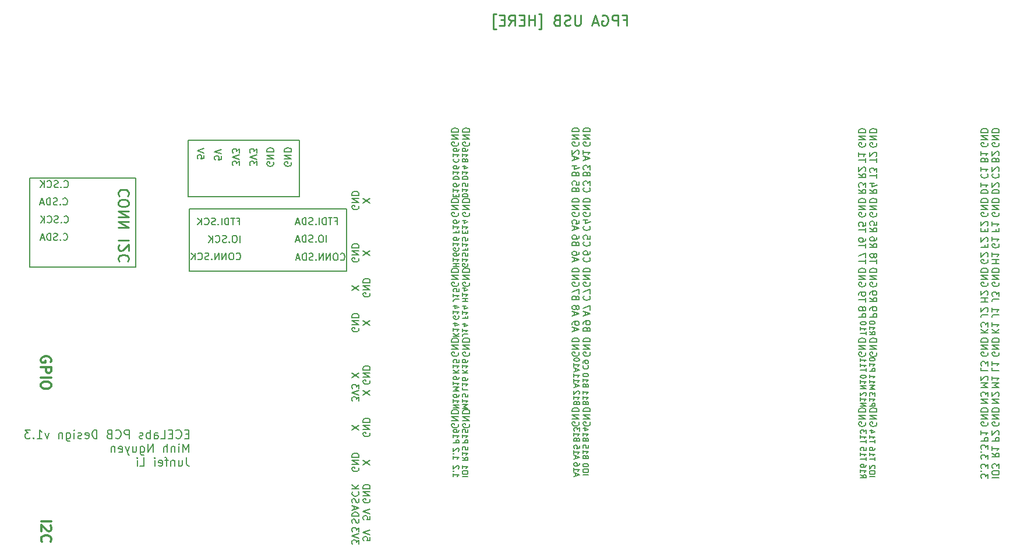
<source format=gbo>
G04 #@! TF.GenerationSoftware,KiCad,Pcbnew,(6.0.7)*
G04 #@! TF.CreationDate,2023-08-17T19:04:11+07:00*
G04 #@! TF.ProjectId,ECELab_v1,4543454c-6162-45f7-9631-2e6b69636164,rev?*
G04 #@! TF.SameCoordinates,Original*
G04 #@! TF.FileFunction,Legend,Bot*
G04 #@! TF.FilePolarity,Positive*
%FSLAX46Y46*%
G04 Gerber Fmt 4.6, Leading zero omitted, Abs format (unit mm)*
G04 Created by KiCad (PCBNEW (6.0.7)) date 2023-08-17 19:04:11*
%MOMM*%
%LPD*%
G01*
G04 APERTURE LIST*
%ADD10C,0.300000*%
%ADD11C,0.150000*%
%ADD12C,0.130000*%
%ADD13C,0.250000*%
%ADD14C,0.200000*%
%ADD15R,1.700000X1.700000*%
%ADD16O,1.700000X1.700000*%
%ADD17C,3.500000*%
%ADD18C,0.650000*%
%ADD19O,1.600000X1.000000*%
%ADD20O,2.100000X1.000000*%
G04 APERTURE END LIST*
D10*
X107220628Y-139353314D02*
X108720628Y-139353314D01*
X108577771Y-139996171D02*
X108649200Y-140067600D01*
X108720628Y-140210457D01*
X108720628Y-140567600D01*
X108649200Y-140710457D01*
X108577771Y-140781885D01*
X108434914Y-140853314D01*
X108292057Y-140853314D01*
X108077771Y-140781885D01*
X107220628Y-139924742D01*
X107220628Y-140853314D01*
X107363485Y-142353314D02*
X107292057Y-142281885D01*
X107220628Y-142067600D01*
X107220628Y-141924742D01*
X107292057Y-141710457D01*
X107434914Y-141567600D01*
X107577771Y-141496171D01*
X107863485Y-141424742D01*
X108077771Y-141424742D01*
X108363485Y-141496171D01*
X108506342Y-141567600D01*
X108649200Y-141710457D01*
X108720628Y-141924742D01*
X108720628Y-142067600D01*
X108649200Y-142281885D01*
X108577771Y-142353314D01*
X108623800Y-116229000D02*
X108695228Y-116086142D01*
X108695228Y-115871857D01*
X108623800Y-115657571D01*
X108480942Y-115514714D01*
X108338085Y-115443285D01*
X108052371Y-115371857D01*
X107838085Y-115371857D01*
X107552371Y-115443285D01*
X107409514Y-115514714D01*
X107266657Y-115657571D01*
X107195228Y-115871857D01*
X107195228Y-116014714D01*
X107266657Y-116229000D01*
X107338085Y-116300428D01*
X107838085Y-116300428D01*
X107838085Y-116014714D01*
X107195228Y-116943285D02*
X108695228Y-116943285D01*
X108695228Y-117514714D01*
X108623800Y-117657571D01*
X108552371Y-117729000D01*
X108409514Y-117800428D01*
X108195228Y-117800428D01*
X108052371Y-117729000D01*
X107980942Y-117657571D01*
X107909514Y-117514714D01*
X107909514Y-116943285D01*
X107195228Y-118443285D02*
X108695228Y-118443285D01*
X108695228Y-119443285D02*
X108695228Y-119729000D01*
X108623800Y-119871857D01*
X108480942Y-120014714D01*
X108195228Y-120086142D01*
X107695228Y-120086142D01*
X107409514Y-120014714D01*
X107266657Y-119871857D01*
X107195228Y-119729000D01*
X107195228Y-119443285D01*
X107266657Y-119300428D01*
X107409514Y-119157571D01*
X107695228Y-119086142D01*
X108195228Y-119086142D01*
X108480942Y-119157571D01*
X108623800Y-119300428D01*
X108695228Y-119443285D01*
D11*
X128790186Y-103014000D02*
X151598386Y-103014000D01*
X151598386Y-103014000D02*
X151598386Y-93934600D01*
X151598386Y-93934600D02*
X128790186Y-93934600D01*
X128790186Y-93934600D02*
X128790186Y-103014000D01*
X144777400Y-92161400D02*
X128572200Y-92161400D01*
X128572200Y-92161400D02*
X128572200Y-83957200D01*
X128572200Y-83957200D02*
X144777400Y-83957200D01*
X144777400Y-83957200D02*
X144777400Y-92161400D01*
X121008200Y-89450800D02*
X105565000Y-89450800D01*
X105565000Y-89450800D02*
X105565000Y-102354000D01*
X105565000Y-102354000D02*
X121008200Y-102354000D01*
X121008200Y-102354000D02*
X121008200Y-89450800D01*
D12*
X228412095Y-130530476D02*
X228412095Y-130073333D01*
X227612095Y-130301904D02*
X228412095Y-130301904D01*
X227612095Y-129387619D02*
X227612095Y-129844761D01*
X227612095Y-129616190D02*
X228412095Y-129616190D01*
X228297809Y-129692380D01*
X228221619Y-129768571D01*
X228183523Y-129844761D01*
X228412095Y-128701904D02*
X228412095Y-128854285D01*
X228374000Y-128930476D01*
X228335904Y-128968571D01*
X228221619Y-129044761D01*
X228069238Y-129082857D01*
X227764476Y-129082857D01*
X227688285Y-129044761D01*
X227650190Y-129006666D01*
X227612095Y-128930476D01*
X227612095Y-128778095D01*
X227650190Y-128701904D01*
X227688285Y-128663809D01*
X227764476Y-128625714D01*
X227954952Y-128625714D01*
X228031142Y-128663809D01*
X228069238Y-128701904D01*
X228107333Y-128778095D01*
X228107333Y-128930476D01*
X228069238Y-129006666D01*
X228031142Y-129044761D01*
X227954952Y-129082857D01*
X227124095Y-130530476D02*
X227124095Y-130073333D01*
X226324095Y-130301904D02*
X227124095Y-130301904D01*
X226324095Y-129387619D02*
X226324095Y-129844761D01*
X226324095Y-129616190D02*
X227124095Y-129616190D01*
X227009809Y-129692380D01*
X226933619Y-129768571D01*
X226895523Y-129844761D01*
X227124095Y-128663809D02*
X227124095Y-129044761D01*
X226743142Y-129082857D01*
X226781238Y-129044761D01*
X226819333Y-128968571D01*
X226819333Y-128778095D01*
X226781238Y-128701904D01*
X226743142Y-128663809D01*
X226666952Y-128625714D01*
X226476476Y-128625714D01*
X226400285Y-128663809D01*
X226362190Y-128701904D01*
X226324095Y-128778095D01*
X226324095Y-128968571D01*
X226362190Y-129044761D01*
X226400285Y-129082857D01*
D11*
X135584190Y-101230942D02*
X135631809Y-101278561D01*
X135774666Y-101326180D01*
X135869904Y-101326180D01*
X136012761Y-101278561D01*
X136108000Y-101183323D01*
X136155619Y-101088085D01*
X136203238Y-100897609D01*
X136203238Y-100754752D01*
X136155619Y-100564276D01*
X136108000Y-100469038D01*
X136012761Y-100373800D01*
X135869904Y-100326180D01*
X135774666Y-100326180D01*
X135631809Y-100373800D01*
X135584190Y-100421419D01*
X134965142Y-100326180D02*
X134774666Y-100326180D01*
X134679428Y-100373800D01*
X134584190Y-100469038D01*
X134536571Y-100659514D01*
X134536571Y-100992847D01*
X134584190Y-101183323D01*
X134679428Y-101278561D01*
X134774666Y-101326180D01*
X134965142Y-101326180D01*
X135060380Y-101278561D01*
X135155619Y-101183323D01*
X135203238Y-100992847D01*
X135203238Y-100659514D01*
X135155619Y-100469038D01*
X135060380Y-100373800D01*
X134965142Y-100326180D01*
X134108000Y-101326180D02*
X134108000Y-100326180D01*
X133536571Y-101326180D01*
X133536571Y-100326180D01*
X133060380Y-101326180D02*
X133060380Y-100326180D01*
X132488952Y-101326180D01*
X132488952Y-100326180D01*
X132012761Y-101230942D02*
X131965142Y-101278561D01*
X132012761Y-101326180D01*
X132060380Y-101278561D01*
X132012761Y-101230942D01*
X132012761Y-101326180D01*
X131584190Y-101278561D02*
X131441333Y-101326180D01*
X131203238Y-101326180D01*
X131108000Y-101278561D01*
X131060380Y-101230942D01*
X131012761Y-101135704D01*
X131012761Y-101040466D01*
X131060380Y-100945228D01*
X131108000Y-100897609D01*
X131203238Y-100849990D01*
X131393714Y-100802371D01*
X131488952Y-100754752D01*
X131536571Y-100707133D01*
X131584190Y-100611895D01*
X131584190Y-100516657D01*
X131536571Y-100421419D01*
X131488952Y-100373800D01*
X131393714Y-100326180D01*
X131155619Y-100326180D01*
X131012761Y-100373800D01*
X130012761Y-101230942D02*
X130060380Y-101278561D01*
X130203238Y-101326180D01*
X130298476Y-101326180D01*
X130441333Y-101278561D01*
X130536571Y-101183323D01*
X130584190Y-101088085D01*
X130631809Y-100897609D01*
X130631809Y-100754752D01*
X130584190Y-100564276D01*
X130536571Y-100469038D01*
X130441333Y-100373800D01*
X130298476Y-100326180D01*
X130203238Y-100326180D01*
X130060380Y-100373800D01*
X130012761Y-100421419D01*
X129584190Y-101326180D02*
X129584190Y-100326180D01*
X129012761Y-101326180D02*
X129441333Y-100754752D01*
X129012761Y-100326180D02*
X129584190Y-100897609D01*
D12*
X168430095Y-130054285D02*
X168811047Y-130320952D01*
X168430095Y-130511428D02*
X169230095Y-130511428D01*
X169230095Y-130206666D01*
X169192000Y-130130476D01*
X169153904Y-130092380D01*
X169077714Y-130054285D01*
X168963428Y-130054285D01*
X168887238Y-130092380D01*
X168849142Y-130130476D01*
X168811047Y-130206666D01*
X168811047Y-130511428D01*
X168430095Y-129292380D02*
X168430095Y-129749523D01*
X168430095Y-129520952D02*
X169230095Y-129520952D01*
X169115809Y-129597142D01*
X169039619Y-129673333D01*
X169001523Y-129749523D01*
X169230095Y-128568571D02*
X169230095Y-128949523D01*
X168849142Y-128987619D01*
X168887238Y-128949523D01*
X168925333Y-128873333D01*
X168925333Y-128682857D01*
X168887238Y-128606666D01*
X168849142Y-128568571D01*
X168772952Y-128530476D01*
X168582476Y-128530476D01*
X168506285Y-128568571D01*
X168468190Y-128606666D01*
X168430095Y-128682857D01*
X168430095Y-128873333D01*
X168468190Y-128949523D01*
X168506285Y-128987619D01*
X167142095Y-129882857D02*
X167142095Y-130340000D01*
X167142095Y-130111428D02*
X167942095Y-130111428D01*
X167827809Y-130187619D01*
X167751619Y-130263809D01*
X167713523Y-130340000D01*
X167218285Y-129540000D02*
X167180190Y-129501904D01*
X167142095Y-129540000D01*
X167180190Y-129578095D01*
X167218285Y-129540000D01*
X167142095Y-129540000D01*
X167865904Y-129197142D02*
X167904000Y-129159047D01*
X167942095Y-129082857D01*
X167942095Y-128892380D01*
X167904000Y-128816190D01*
X167865904Y-128778095D01*
X167789714Y-128740000D01*
X167713523Y-128740000D01*
X167599238Y-128778095D01*
X167142095Y-129235238D01*
X167142095Y-128740000D01*
D11*
X246415000Y-99020285D02*
X246462619Y-99115523D01*
X246462619Y-99258380D01*
X246415000Y-99401238D01*
X246319761Y-99496476D01*
X246224523Y-99544095D01*
X246034047Y-99591714D01*
X245891190Y-99591714D01*
X245700714Y-99544095D01*
X245605476Y-99496476D01*
X245510238Y-99401238D01*
X245462619Y-99258380D01*
X245462619Y-99163142D01*
X245510238Y-99020285D01*
X245557857Y-98972666D01*
X245891190Y-98972666D01*
X245891190Y-99163142D01*
X245462619Y-98020285D02*
X245462619Y-98591714D01*
X245462619Y-98306000D02*
X246462619Y-98306000D01*
X246319761Y-98401238D01*
X246224523Y-98496476D01*
X246176904Y-98591714D01*
X244376428Y-99139333D02*
X244376428Y-99472666D01*
X243852619Y-99472666D02*
X244852619Y-99472666D01*
X244852619Y-98996476D01*
X244757380Y-98663142D02*
X244805000Y-98615523D01*
X244852619Y-98520285D01*
X244852619Y-98282190D01*
X244805000Y-98186952D01*
X244757380Y-98139333D01*
X244662142Y-98091714D01*
X244566904Y-98091714D01*
X244424047Y-98139333D01*
X243852619Y-98710761D01*
X243852619Y-98091714D01*
X245462619Y-117006666D02*
X245462619Y-117482857D01*
X246462619Y-117482857D01*
X245462619Y-116149523D02*
X245462619Y-116720952D01*
X245462619Y-116435238D02*
X246462619Y-116435238D01*
X246319761Y-116530476D01*
X246224523Y-116625714D01*
X246176904Y-116720952D01*
X243852619Y-117006666D02*
X243852619Y-117482857D01*
X244852619Y-117482857D01*
X244852619Y-116768571D02*
X244852619Y-116149523D01*
X244471666Y-116482857D01*
X244471666Y-116340000D01*
X244424047Y-116244761D01*
X244376428Y-116197142D01*
X244281190Y-116149523D01*
X244043095Y-116149523D01*
X243947857Y-116197142D01*
X243900238Y-116244761D01*
X243852619Y-116340000D01*
X243852619Y-116625714D01*
X243900238Y-116720952D01*
X243947857Y-116768571D01*
X186550428Y-111402761D02*
X186502809Y-111259904D01*
X186455190Y-111212285D01*
X186359952Y-111164666D01*
X186217095Y-111164666D01*
X186121857Y-111212285D01*
X186074238Y-111259904D01*
X186026619Y-111355142D01*
X186026619Y-111736095D01*
X187026619Y-111736095D01*
X187026619Y-111402761D01*
X186979000Y-111307523D01*
X186931380Y-111259904D01*
X186836142Y-111212285D01*
X186740904Y-111212285D01*
X186645666Y-111259904D01*
X186598047Y-111307523D01*
X186550428Y-111402761D01*
X186550428Y-111736095D01*
X186026619Y-110688476D02*
X186026619Y-110498000D01*
X186074238Y-110402761D01*
X186121857Y-110355142D01*
X186264714Y-110259904D01*
X186455190Y-110212285D01*
X186836142Y-110212285D01*
X186931380Y-110259904D01*
X186979000Y-110307523D01*
X187026619Y-110402761D01*
X187026619Y-110593238D01*
X186979000Y-110688476D01*
X186931380Y-110736095D01*
X186836142Y-110783714D01*
X186598047Y-110783714D01*
X186502809Y-110736095D01*
X186455190Y-110688476D01*
X186407571Y-110593238D01*
X186407571Y-110402761D01*
X186455190Y-110307523D01*
X186502809Y-110259904D01*
X186598047Y-110212285D01*
X184702333Y-111712285D02*
X184702333Y-111236095D01*
X184416619Y-111807523D02*
X185416619Y-111474190D01*
X184416619Y-111140857D01*
X184416619Y-110759904D02*
X184416619Y-110569428D01*
X184464238Y-110474190D01*
X184511857Y-110426571D01*
X184654714Y-110331333D01*
X184845190Y-110283714D01*
X185226142Y-110283714D01*
X185321380Y-110331333D01*
X185369000Y-110378952D01*
X185416619Y-110474190D01*
X185416619Y-110664666D01*
X185369000Y-110759904D01*
X185321380Y-110807523D01*
X185226142Y-110855142D01*
X184988047Y-110855142D01*
X184892809Y-110807523D01*
X184845190Y-110759904D01*
X184797571Y-110664666D01*
X184797571Y-110474190D01*
X184845190Y-110378952D01*
X184892809Y-110331333D01*
X184988047Y-110283714D01*
X246415000Y-124967904D02*
X246462619Y-125063142D01*
X246462619Y-125206000D01*
X246415000Y-125348857D01*
X246319761Y-125444095D01*
X246224523Y-125491714D01*
X246034047Y-125539333D01*
X245891190Y-125539333D01*
X245700714Y-125491714D01*
X245605476Y-125444095D01*
X245510238Y-125348857D01*
X245462619Y-125206000D01*
X245462619Y-125110761D01*
X245510238Y-124967904D01*
X245557857Y-124920285D01*
X245891190Y-124920285D01*
X245891190Y-125110761D01*
X245462619Y-124491714D02*
X246462619Y-124491714D01*
X245462619Y-123920285D01*
X246462619Y-123920285D01*
X245462619Y-123444095D02*
X246462619Y-123444095D01*
X246462619Y-123206000D01*
X246415000Y-123063142D01*
X246319761Y-122967904D01*
X246224523Y-122920285D01*
X246034047Y-122872666D01*
X245891190Y-122872666D01*
X245700714Y-122920285D01*
X245605476Y-122967904D01*
X245510238Y-123063142D01*
X245462619Y-123206000D01*
X245462619Y-123444095D01*
X244805000Y-124967904D02*
X244852619Y-125063142D01*
X244852619Y-125206000D01*
X244805000Y-125348857D01*
X244709761Y-125444095D01*
X244614523Y-125491714D01*
X244424047Y-125539333D01*
X244281190Y-125539333D01*
X244090714Y-125491714D01*
X243995476Y-125444095D01*
X243900238Y-125348857D01*
X243852619Y-125206000D01*
X243852619Y-125110761D01*
X243900238Y-124967904D01*
X243947857Y-124920285D01*
X244281190Y-124920285D01*
X244281190Y-125110761D01*
X243852619Y-124491714D02*
X244852619Y-124491714D01*
X243852619Y-123920285D01*
X244852619Y-123920285D01*
X243852619Y-123444095D02*
X244852619Y-123444095D01*
X244852619Y-123206000D01*
X244805000Y-123063142D01*
X244709761Y-122967904D01*
X244614523Y-122920285D01*
X244424047Y-122872666D01*
X244281190Y-122872666D01*
X244090714Y-122920285D01*
X243995476Y-122967904D01*
X243900238Y-123063142D01*
X243852619Y-123206000D01*
X243852619Y-123444095D01*
X110542361Y-90714942D02*
X110589980Y-90762561D01*
X110732838Y-90810180D01*
X110828076Y-90810180D01*
X110970933Y-90762561D01*
X111066171Y-90667323D01*
X111113790Y-90572085D01*
X111161409Y-90381609D01*
X111161409Y-90238752D01*
X111113790Y-90048276D01*
X111066171Y-89953038D01*
X110970933Y-89857800D01*
X110828076Y-89810180D01*
X110732838Y-89810180D01*
X110589980Y-89857800D01*
X110542361Y-89905419D01*
X110113790Y-90714942D02*
X110066171Y-90762561D01*
X110113790Y-90810180D01*
X110161409Y-90762561D01*
X110113790Y-90714942D01*
X110113790Y-90810180D01*
X109685219Y-90762561D02*
X109542361Y-90810180D01*
X109304266Y-90810180D01*
X109209028Y-90762561D01*
X109161409Y-90714942D01*
X109113790Y-90619704D01*
X109113790Y-90524466D01*
X109161409Y-90429228D01*
X109209028Y-90381609D01*
X109304266Y-90333990D01*
X109494742Y-90286371D01*
X109589980Y-90238752D01*
X109637600Y-90191133D01*
X109685219Y-90095895D01*
X109685219Y-90000657D01*
X109637600Y-89905419D01*
X109589980Y-89857800D01*
X109494742Y-89810180D01*
X109256647Y-89810180D01*
X109113790Y-89857800D01*
X108113790Y-90714942D02*
X108161409Y-90762561D01*
X108304266Y-90810180D01*
X108399504Y-90810180D01*
X108542361Y-90762561D01*
X108637600Y-90667323D01*
X108685219Y-90572085D01*
X108732838Y-90381609D01*
X108732838Y-90238752D01*
X108685219Y-90048276D01*
X108637600Y-89953038D01*
X108542361Y-89857800D01*
X108399504Y-89810180D01*
X108304266Y-89810180D01*
X108161409Y-89857800D01*
X108113790Y-89905419D01*
X107685219Y-90810180D02*
X107685219Y-89810180D01*
X107113790Y-90810180D02*
X107542361Y-90238752D01*
X107113790Y-89810180D02*
X107685219Y-90381609D01*
X186979000Y-94462504D02*
X187026619Y-94557742D01*
X187026619Y-94700600D01*
X186979000Y-94843457D01*
X186883761Y-94938695D01*
X186788523Y-94986314D01*
X186598047Y-95033933D01*
X186455190Y-95033933D01*
X186264714Y-94986314D01*
X186169476Y-94938695D01*
X186074238Y-94843457D01*
X186026619Y-94700600D01*
X186026619Y-94605361D01*
X186074238Y-94462504D01*
X186121857Y-94414885D01*
X186455190Y-94414885D01*
X186455190Y-94605361D01*
X186026619Y-93986314D02*
X187026619Y-93986314D01*
X186026619Y-93414885D01*
X187026619Y-93414885D01*
X186026619Y-92938695D02*
X187026619Y-92938695D01*
X187026619Y-92700600D01*
X186979000Y-92557742D01*
X186883761Y-92462504D01*
X186788523Y-92414885D01*
X186598047Y-92367266D01*
X186455190Y-92367266D01*
X186264714Y-92414885D01*
X186169476Y-92462504D01*
X186074238Y-92557742D01*
X186026619Y-92700600D01*
X186026619Y-92938695D01*
X185369000Y-94462504D02*
X185416619Y-94557742D01*
X185416619Y-94700600D01*
X185369000Y-94843457D01*
X185273761Y-94938695D01*
X185178523Y-94986314D01*
X184988047Y-95033933D01*
X184845190Y-95033933D01*
X184654714Y-94986314D01*
X184559476Y-94938695D01*
X184464238Y-94843457D01*
X184416619Y-94700600D01*
X184416619Y-94605361D01*
X184464238Y-94462504D01*
X184511857Y-94414885D01*
X184845190Y-94414885D01*
X184845190Y-94605361D01*
X184416619Y-93986314D02*
X185416619Y-93986314D01*
X184416619Y-93414885D01*
X185416619Y-93414885D01*
X184416619Y-92938695D02*
X185416619Y-92938695D01*
X185416619Y-92700600D01*
X185369000Y-92557742D01*
X185273761Y-92462504D01*
X185178523Y-92414885D01*
X184988047Y-92367266D01*
X184845190Y-92367266D01*
X184654714Y-92414885D01*
X184559476Y-92462504D01*
X184464238Y-92557742D01*
X184416619Y-92700600D01*
X184416619Y-92938695D01*
D12*
X227612095Y-132880000D02*
X228412095Y-132880000D01*
X228412095Y-132346666D02*
X228412095Y-132194285D01*
X228374000Y-132118095D01*
X228297809Y-132041904D01*
X228145428Y-132003809D01*
X227878761Y-132003809D01*
X227726380Y-132041904D01*
X227650190Y-132118095D01*
X227612095Y-132194285D01*
X227612095Y-132346666D01*
X227650190Y-132422857D01*
X227726380Y-132499047D01*
X227878761Y-132537142D01*
X228145428Y-132537142D01*
X228297809Y-132499047D01*
X228374000Y-132422857D01*
X228412095Y-132346666D01*
X228335904Y-131699047D02*
X228374000Y-131660952D01*
X228412095Y-131584761D01*
X228412095Y-131394285D01*
X228374000Y-131318095D01*
X228335904Y-131280000D01*
X228259714Y-131241904D01*
X228183523Y-131241904D01*
X228069238Y-131280000D01*
X227612095Y-131737142D01*
X227612095Y-131241904D01*
X226324095Y-132594285D02*
X226705047Y-132860952D01*
X226324095Y-133051428D02*
X227124095Y-133051428D01*
X227124095Y-132746666D01*
X227086000Y-132670476D01*
X227047904Y-132632380D01*
X226971714Y-132594285D01*
X226857428Y-132594285D01*
X226781238Y-132632380D01*
X226743142Y-132670476D01*
X226705047Y-132746666D01*
X226705047Y-133051428D01*
X226324095Y-131832380D02*
X226324095Y-132289523D01*
X226324095Y-132060952D02*
X227124095Y-132060952D01*
X227009809Y-132137142D01*
X226933619Y-132213333D01*
X226895523Y-132289523D01*
X227124095Y-131146666D02*
X227124095Y-131299047D01*
X227086000Y-131375238D01*
X227047904Y-131413333D01*
X226933619Y-131489523D01*
X226781238Y-131527619D01*
X226476476Y-131527619D01*
X226400285Y-131489523D01*
X226362190Y-131451428D01*
X226324095Y-131375238D01*
X226324095Y-131222857D01*
X226362190Y-131146666D01*
X226400285Y-131108571D01*
X226476476Y-131070476D01*
X226666952Y-131070476D01*
X226743142Y-131108571D01*
X226781238Y-131146666D01*
X226819333Y-131222857D01*
X226819333Y-131375238D01*
X226781238Y-131451428D01*
X226743142Y-131489523D01*
X226666952Y-131527619D01*
D11*
X186121857Y-101004666D02*
X186074238Y-101052285D01*
X186026619Y-101195142D01*
X186026619Y-101290380D01*
X186074238Y-101433238D01*
X186169476Y-101528476D01*
X186264714Y-101576095D01*
X186455190Y-101623714D01*
X186598047Y-101623714D01*
X186788523Y-101576095D01*
X186883761Y-101528476D01*
X186979000Y-101433238D01*
X187026619Y-101290380D01*
X187026619Y-101195142D01*
X186979000Y-101052285D01*
X186931380Y-101004666D01*
X187026619Y-100147523D02*
X187026619Y-100338000D01*
X186979000Y-100433238D01*
X186931380Y-100480857D01*
X186788523Y-100576095D01*
X186598047Y-100623714D01*
X186217095Y-100623714D01*
X186121857Y-100576095D01*
X186074238Y-100528476D01*
X186026619Y-100433238D01*
X186026619Y-100242761D01*
X186074238Y-100147523D01*
X186121857Y-100099904D01*
X186217095Y-100052285D01*
X186455190Y-100052285D01*
X186550428Y-100099904D01*
X186598047Y-100147523D01*
X186645666Y-100242761D01*
X186645666Y-100433238D01*
X186598047Y-100528476D01*
X186550428Y-100576095D01*
X186455190Y-100623714D01*
X184702333Y-101552285D02*
X184702333Y-101076095D01*
X184416619Y-101647523D02*
X185416619Y-101314190D01*
X184416619Y-100980857D01*
X185416619Y-100218952D02*
X185416619Y-100409428D01*
X185369000Y-100504666D01*
X185321380Y-100552285D01*
X185178523Y-100647523D01*
X184988047Y-100695142D01*
X184607095Y-100695142D01*
X184511857Y-100647523D01*
X184464238Y-100599904D01*
X184416619Y-100504666D01*
X184416619Y-100314190D01*
X184464238Y-100218952D01*
X184511857Y-100171333D01*
X184607095Y-100123714D01*
X184845190Y-100123714D01*
X184940428Y-100171333D01*
X184988047Y-100218952D01*
X185035666Y-100314190D01*
X185035666Y-100504666D01*
X184988047Y-100599904D01*
X184940428Y-100647523D01*
X184845190Y-100695142D01*
X130906219Y-86106428D02*
X130906219Y-86582619D01*
X130430028Y-86630238D01*
X130477647Y-86582619D01*
X130525266Y-86487380D01*
X130525266Y-86249285D01*
X130477647Y-86154047D01*
X130430028Y-86106428D01*
X130334790Y-86058809D01*
X130096695Y-86058809D01*
X130001457Y-86106428D01*
X129953838Y-86154047D01*
X129906219Y-86249285D01*
X129906219Y-86487380D01*
X129953838Y-86582619D01*
X130001457Y-86630238D01*
X130906219Y-85773095D02*
X129906219Y-85439761D01*
X130906219Y-85106428D01*
X135748476Y-95727371D02*
X136081809Y-95727371D01*
X136081809Y-96251180D02*
X136081809Y-95251180D01*
X135605619Y-95251180D01*
X135367523Y-95251180D02*
X134796095Y-95251180D01*
X135081809Y-96251180D02*
X135081809Y-95251180D01*
X134462761Y-96251180D02*
X134462761Y-95251180D01*
X134224666Y-95251180D01*
X134081809Y-95298800D01*
X133986571Y-95394038D01*
X133938952Y-95489276D01*
X133891333Y-95679752D01*
X133891333Y-95822609D01*
X133938952Y-96013085D01*
X133986571Y-96108323D01*
X134081809Y-96203561D01*
X134224666Y-96251180D01*
X134462761Y-96251180D01*
X133462761Y-96251180D02*
X133462761Y-95251180D01*
X132986571Y-96155942D02*
X132938952Y-96203561D01*
X132986571Y-96251180D01*
X133034190Y-96203561D01*
X132986571Y-96155942D01*
X132986571Y-96251180D01*
X132558000Y-96203561D02*
X132415142Y-96251180D01*
X132177047Y-96251180D01*
X132081809Y-96203561D01*
X132034190Y-96155942D01*
X131986571Y-96060704D01*
X131986571Y-95965466D01*
X132034190Y-95870228D01*
X132081809Y-95822609D01*
X132177047Y-95774990D01*
X132367523Y-95727371D01*
X132462761Y-95679752D01*
X132510380Y-95632133D01*
X132558000Y-95536895D01*
X132558000Y-95441657D01*
X132510380Y-95346419D01*
X132462761Y-95298800D01*
X132367523Y-95251180D01*
X132129428Y-95251180D01*
X131986571Y-95298800D01*
X130986571Y-96155942D02*
X131034190Y-96203561D01*
X131177047Y-96251180D01*
X131272285Y-96251180D01*
X131415142Y-96203561D01*
X131510380Y-96108323D01*
X131558000Y-96013085D01*
X131605619Y-95822609D01*
X131605619Y-95679752D01*
X131558000Y-95489276D01*
X131510380Y-95394038D01*
X131415142Y-95298800D01*
X131272285Y-95251180D01*
X131177047Y-95251180D01*
X131034190Y-95298800D01*
X130986571Y-95346419D01*
X130558000Y-96251180D02*
X130558000Y-95251180D01*
X129986571Y-96251180D02*
X130415142Y-95679752D01*
X129986571Y-95251180D02*
X130558000Y-95822609D01*
X169453000Y-125221904D02*
X169500619Y-125317142D01*
X169500619Y-125460000D01*
X169453000Y-125602857D01*
X169357761Y-125698095D01*
X169262523Y-125745714D01*
X169072047Y-125793333D01*
X168929190Y-125793333D01*
X168738714Y-125745714D01*
X168643476Y-125698095D01*
X168548238Y-125602857D01*
X168500619Y-125460000D01*
X168500619Y-125364761D01*
X168548238Y-125221904D01*
X168595857Y-125174285D01*
X168929190Y-125174285D01*
X168929190Y-125364761D01*
X168500619Y-124745714D02*
X169500619Y-124745714D01*
X168500619Y-124174285D01*
X169500619Y-124174285D01*
X168500619Y-123698095D02*
X169500619Y-123698095D01*
X169500619Y-123460000D01*
X169453000Y-123317142D01*
X169357761Y-123221904D01*
X169262523Y-123174285D01*
X169072047Y-123126666D01*
X168929190Y-123126666D01*
X168738714Y-123174285D01*
X168643476Y-123221904D01*
X168548238Y-123317142D01*
X168500619Y-123460000D01*
X168500619Y-123698095D01*
X167843000Y-125221904D02*
X167890619Y-125317142D01*
X167890619Y-125460000D01*
X167843000Y-125602857D01*
X167747761Y-125698095D01*
X167652523Y-125745714D01*
X167462047Y-125793333D01*
X167319190Y-125793333D01*
X167128714Y-125745714D01*
X167033476Y-125698095D01*
X166938238Y-125602857D01*
X166890619Y-125460000D01*
X166890619Y-125364761D01*
X166938238Y-125221904D01*
X166985857Y-125174285D01*
X167319190Y-125174285D01*
X167319190Y-125364761D01*
X166890619Y-124745714D02*
X167890619Y-124745714D01*
X166890619Y-124174285D01*
X167890619Y-124174285D01*
X166890619Y-123698095D02*
X167890619Y-123698095D01*
X167890619Y-123460000D01*
X167843000Y-123317142D01*
X167747761Y-123221904D01*
X167652523Y-123174285D01*
X167462047Y-123126666D01*
X167319190Y-123126666D01*
X167128714Y-123174285D01*
X167033476Y-123221904D01*
X166938238Y-123317142D01*
X166890619Y-123460000D01*
X166890619Y-123698095D01*
X246462619Y-107013333D02*
X245748333Y-107013333D01*
X245605476Y-107060952D01*
X245510238Y-107156190D01*
X245462619Y-107299047D01*
X245462619Y-107394285D01*
X246462619Y-106632380D02*
X246462619Y-106013333D01*
X246081666Y-106346666D01*
X246081666Y-106203809D01*
X246034047Y-106108571D01*
X245986428Y-106060952D01*
X245891190Y-106013333D01*
X245653095Y-106013333D01*
X245557857Y-106060952D01*
X245510238Y-106108571D01*
X245462619Y-106203809D01*
X245462619Y-106489523D01*
X245510238Y-106584761D01*
X245557857Y-106632380D01*
X243852619Y-107441904D02*
X244852619Y-107441904D01*
X244376428Y-107441904D02*
X244376428Y-106870476D01*
X243852619Y-106870476D02*
X244852619Y-106870476D01*
X244757380Y-106441904D02*
X244805000Y-106394285D01*
X244852619Y-106299047D01*
X244852619Y-106060952D01*
X244805000Y-105965714D01*
X244757380Y-105918095D01*
X244662142Y-105870476D01*
X244566904Y-105870476D01*
X244424047Y-105918095D01*
X243852619Y-106489523D01*
X243852619Y-105870476D01*
D12*
X186375142Y-119576761D02*
X186337047Y-119462476D01*
X186298952Y-119424380D01*
X186222761Y-119386285D01*
X186108476Y-119386285D01*
X186032285Y-119424380D01*
X185994190Y-119462476D01*
X185956095Y-119538666D01*
X185956095Y-119843428D01*
X186756095Y-119843428D01*
X186756095Y-119576761D01*
X186718000Y-119500571D01*
X186679904Y-119462476D01*
X186603714Y-119424380D01*
X186527523Y-119424380D01*
X186451333Y-119462476D01*
X186413238Y-119500571D01*
X186375142Y-119576761D01*
X186375142Y-119843428D01*
X185956095Y-118624380D02*
X185956095Y-119081523D01*
X185956095Y-118852952D02*
X186756095Y-118852952D01*
X186641809Y-118929142D01*
X186565619Y-119005333D01*
X186527523Y-119081523D01*
X186756095Y-118129142D02*
X186756095Y-118052952D01*
X186718000Y-117976761D01*
X186679904Y-117938666D01*
X186603714Y-117900571D01*
X186451333Y-117862476D01*
X186260857Y-117862476D01*
X186108476Y-117900571D01*
X186032285Y-117938666D01*
X185994190Y-117976761D01*
X185956095Y-118052952D01*
X185956095Y-118129142D01*
X185994190Y-118205333D01*
X186032285Y-118243428D01*
X186108476Y-118281523D01*
X186260857Y-118319619D01*
X186451333Y-118319619D01*
X186603714Y-118281523D01*
X186679904Y-118243428D01*
X186718000Y-118205333D01*
X186756095Y-118129142D01*
X184896666Y-119824380D02*
X184896666Y-119443428D01*
X184668095Y-119900571D02*
X185468095Y-119633904D01*
X184668095Y-119367238D01*
X184668095Y-118681523D02*
X184668095Y-119138666D01*
X184668095Y-118910095D02*
X185468095Y-118910095D01*
X185353809Y-118986285D01*
X185277619Y-119062476D01*
X185239523Y-119138666D01*
X184668095Y-117919619D02*
X184668095Y-118376761D01*
X184668095Y-118148190D02*
X185468095Y-118148190D01*
X185353809Y-118224380D01*
X185277619Y-118300571D01*
X185239523Y-118376761D01*
D11*
X169453000Y-84251704D02*
X169500619Y-84346942D01*
X169500619Y-84489800D01*
X169453000Y-84632657D01*
X169357761Y-84727895D01*
X169262523Y-84775514D01*
X169072047Y-84823133D01*
X168929190Y-84823133D01*
X168738714Y-84775514D01*
X168643476Y-84727895D01*
X168548238Y-84632657D01*
X168500619Y-84489800D01*
X168500619Y-84394561D01*
X168548238Y-84251704D01*
X168595857Y-84204085D01*
X168929190Y-84204085D01*
X168929190Y-84394561D01*
X168500619Y-83775514D02*
X169500619Y-83775514D01*
X168500619Y-83204085D01*
X169500619Y-83204085D01*
X168500619Y-82727895D02*
X169500619Y-82727895D01*
X169500619Y-82489800D01*
X169453000Y-82346942D01*
X169357761Y-82251704D01*
X169262523Y-82204085D01*
X169072047Y-82156466D01*
X168929190Y-82156466D01*
X168738714Y-82204085D01*
X168643476Y-82251704D01*
X168548238Y-82346942D01*
X168500619Y-82489800D01*
X168500619Y-82727895D01*
X167843000Y-84251704D02*
X167890619Y-84346942D01*
X167890619Y-84489800D01*
X167843000Y-84632657D01*
X167747761Y-84727895D01*
X167652523Y-84775514D01*
X167462047Y-84823133D01*
X167319190Y-84823133D01*
X167128714Y-84775514D01*
X167033476Y-84727895D01*
X166938238Y-84632657D01*
X166890619Y-84489800D01*
X166890619Y-84394561D01*
X166938238Y-84251704D01*
X166985857Y-84204085D01*
X167319190Y-84204085D01*
X167319190Y-84394561D01*
X166890619Y-83775514D02*
X167890619Y-83775514D01*
X166890619Y-83204085D01*
X167890619Y-83204085D01*
X166890619Y-82727895D02*
X167890619Y-82727895D01*
X167890619Y-82489800D01*
X167843000Y-82346942D01*
X167747761Y-82251704D01*
X167652523Y-82204085D01*
X167462047Y-82156466D01*
X167319190Y-82156466D01*
X167128714Y-82204085D01*
X167033476Y-82251704D01*
X166938238Y-82346942D01*
X166890619Y-82489800D01*
X166890619Y-82727895D01*
D12*
X227612095Y-122637428D02*
X228412095Y-122637428D01*
X228412095Y-122332666D01*
X228374000Y-122256476D01*
X228335904Y-122218380D01*
X228259714Y-122180285D01*
X228145428Y-122180285D01*
X228069238Y-122218380D01*
X228031142Y-122256476D01*
X227993047Y-122332666D01*
X227993047Y-122637428D01*
X227612095Y-121418380D02*
X227612095Y-121875523D01*
X227612095Y-121646952D02*
X228412095Y-121646952D01*
X228297809Y-121723142D01*
X228221619Y-121799333D01*
X228183523Y-121875523D01*
X228412095Y-121151714D02*
X228412095Y-120656476D01*
X228107333Y-120923142D01*
X228107333Y-120808857D01*
X228069238Y-120732666D01*
X228031142Y-120694571D01*
X227954952Y-120656476D01*
X227764476Y-120656476D01*
X227688285Y-120694571D01*
X227650190Y-120732666D01*
X227612095Y-120808857D01*
X227612095Y-121037428D01*
X227650190Y-121113619D01*
X227688285Y-121151714D01*
X226324095Y-122656476D02*
X227124095Y-122656476D01*
X226324095Y-122199333D01*
X227124095Y-122199333D01*
X226324095Y-121399333D02*
X226324095Y-121856476D01*
X226324095Y-121627904D02*
X227124095Y-121627904D01*
X227009809Y-121704095D01*
X226933619Y-121780285D01*
X226895523Y-121856476D01*
X227047904Y-121094571D02*
X227086000Y-121056476D01*
X227124095Y-120980285D01*
X227124095Y-120789809D01*
X227086000Y-120713619D01*
X227047904Y-120675523D01*
X226971714Y-120637428D01*
X226895523Y-120637428D01*
X226781238Y-120675523D01*
X226324095Y-121132666D01*
X226324095Y-120637428D01*
D11*
X169453000Y-114807904D02*
X169500619Y-114903142D01*
X169500619Y-115046000D01*
X169453000Y-115188857D01*
X169357761Y-115284095D01*
X169262523Y-115331714D01*
X169072047Y-115379333D01*
X168929190Y-115379333D01*
X168738714Y-115331714D01*
X168643476Y-115284095D01*
X168548238Y-115188857D01*
X168500619Y-115046000D01*
X168500619Y-114950761D01*
X168548238Y-114807904D01*
X168595857Y-114760285D01*
X168929190Y-114760285D01*
X168929190Y-114950761D01*
X168500619Y-114331714D02*
X169500619Y-114331714D01*
X168500619Y-113760285D01*
X169500619Y-113760285D01*
X168500619Y-113284095D02*
X169500619Y-113284095D01*
X169500619Y-113046000D01*
X169453000Y-112903142D01*
X169357761Y-112807904D01*
X169262523Y-112760285D01*
X169072047Y-112712666D01*
X168929190Y-112712666D01*
X168738714Y-112760285D01*
X168643476Y-112807904D01*
X168548238Y-112903142D01*
X168500619Y-113046000D01*
X168500619Y-113284095D01*
X167843000Y-114807904D02*
X167890619Y-114903142D01*
X167890619Y-115046000D01*
X167843000Y-115188857D01*
X167747761Y-115284095D01*
X167652523Y-115331714D01*
X167462047Y-115379333D01*
X167319190Y-115379333D01*
X167128714Y-115331714D01*
X167033476Y-115284095D01*
X166938238Y-115188857D01*
X166890619Y-115046000D01*
X166890619Y-114950761D01*
X166938238Y-114807904D01*
X166985857Y-114760285D01*
X167319190Y-114760285D01*
X167319190Y-114950761D01*
X166890619Y-114331714D02*
X167890619Y-114331714D01*
X166890619Y-113760285D01*
X167890619Y-113760285D01*
X166890619Y-113284095D02*
X167890619Y-113284095D01*
X167890619Y-113046000D01*
X167843000Y-112903142D01*
X167747761Y-112807904D01*
X167652523Y-112760285D01*
X167462047Y-112712666D01*
X167319190Y-112712666D01*
X167128714Y-112760285D01*
X167033476Y-112807904D01*
X166938238Y-112903142D01*
X166890619Y-113046000D01*
X166890619Y-113284095D01*
X186979000Y-104622504D02*
X187026619Y-104717742D01*
X187026619Y-104860600D01*
X186979000Y-105003457D01*
X186883761Y-105098695D01*
X186788523Y-105146314D01*
X186598047Y-105193933D01*
X186455190Y-105193933D01*
X186264714Y-105146314D01*
X186169476Y-105098695D01*
X186074238Y-105003457D01*
X186026619Y-104860600D01*
X186026619Y-104765361D01*
X186074238Y-104622504D01*
X186121857Y-104574885D01*
X186455190Y-104574885D01*
X186455190Y-104765361D01*
X186026619Y-104146314D02*
X187026619Y-104146314D01*
X186026619Y-103574885D01*
X187026619Y-103574885D01*
X186026619Y-103098695D02*
X187026619Y-103098695D01*
X187026619Y-102860600D01*
X186979000Y-102717742D01*
X186883761Y-102622504D01*
X186788523Y-102574885D01*
X186598047Y-102527266D01*
X186455190Y-102527266D01*
X186264714Y-102574885D01*
X186169476Y-102622504D01*
X186074238Y-102717742D01*
X186026619Y-102860600D01*
X186026619Y-103098695D01*
X185369000Y-104622504D02*
X185416619Y-104717742D01*
X185416619Y-104860600D01*
X185369000Y-105003457D01*
X185273761Y-105098695D01*
X185178523Y-105146314D01*
X184988047Y-105193933D01*
X184845190Y-105193933D01*
X184654714Y-105146314D01*
X184559476Y-105098695D01*
X184464238Y-105003457D01*
X184416619Y-104860600D01*
X184416619Y-104765361D01*
X184464238Y-104622504D01*
X184511857Y-104574885D01*
X184845190Y-104574885D01*
X184845190Y-104765361D01*
X184416619Y-104146314D02*
X185416619Y-104146314D01*
X184416619Y-103574885D01*
X185416619Y-103574885D01*
X184416619Y-103098695D02*
X185416619Y-103098695D01*
X185416619Y-102860600D01*
X185369000Y-102717742D01*
X185273761Y-102622504D01*
X185178523Y-102574885D01*
X184988047Y-102527266D01*
X184845190Y-102527266D01*
X184654714Y-102574885D01*
X184559476Y-102622504D01*
X184464238Y-102717742D01*
X184416619Y-102860600D01*
X184416619Y-103098695D01*
X245462619Y-119935523D02*
X246462619Y-119935523D01*
X245748333Y-119602190D01*
X246462619Y-119268857D01*
X245462619Y-119268857D01*
X245462619Y-118268857D02*
X245462619Y-118840285D01*
X245462619Y-118554571D02*
X246462619Y-118554571D01*
X246319761Y-118649809D01*
X246224523Y-118745047D01*
X246176904Y-118840285D01*
X243852619Y-119935523D02*
X244852619Y-119935523D01*
X244138333Y-119602190D01*
X244852619Y-119268857D01*
X243852619Y-119268857D01*
X244757380Y-118840285D02*
X244805000Y-118792666D01*
X244852619Y-118697428D01*
X244852619Y-118459333D01*
X244805000Y-118364095D01*
X244757380Y-118316476D01*
X244662142Y-118268857D01*
X244566904Y-118268857D01*
X244424047Y-118316476D01*
X243852619Y-118887904D01*
X243852619Y-118268857D01*
X155022619Y-131143333D02*
X154022619Y-130476666D01*
X155022619Y-130476666D02*
X154022619Y-131143333D01*
X153365000Y-131571904D02*
X153412619Y-131667142D01*
X153412619Y-131810000D01*
X153365000Y-131952857D01*
X153269761Y-132048095D01*
X153174523Y-132095714D01*
X152984047Y-132143333D01*
X152841190Y-132143333D01*
X152650714Y-132095714D01*
X152555476Y-132048095D01*
X152460238Y-131952857D01*
X152412619Y-131810000D01*
X152412619Y-131714761D01*
X152460238Y-131571904D01*
X152507857Y-131524285D01*
X152841190Y-131524285D01*
X152841190Y-131714761D01*
X152412619Y-131095714D02*
X153412619Y-131095714D01*
X152412619Y-130524285D01*
X153412619Y-130524285D01*
X152412619Y-130048095D02*
X153412619Y-130048095D01*
X153412619Y-129810000D01*
X153365000Y-129667142D01*
X153269761Y-129571904D01*
X153174523Y-129524285D01*
X152984047Y-129476666D01*
X152841190Y-129476666D01*
X152650714Y-129524285D01*
X152555476Y-129571904D01*
X152460238Y-129667142D01*
X152412619Y-129810000D01*
X152412619Y-130048095D01*
X245462619Y-129452666D02*
X245938809Y-129786000D01*
X245462619Y-130024095D02*
X246462619Y-130024095D01*
X246462619Y-129643142D01*
X246415000Y-129547904D01*
X246367380Y-129500285D01*
X246272142Y-129452666D01*
X246129285Y-129452666D01*
X246034047Y-129500285D01*
X245986428Y-129547904D01*
X245938809Y-129643142D01*
X245938809Y-130024095D01*
X245462619Y-128500285D02*
X245462619Y-129071714D01*
X245462619Y-128786000D02*
X246462619Y-128786000D01*
X246319761Y-128881238D01*
X246224523Y-128976476D01*
X246176904Y-129071714D01*
X244852619Y-130333619D02*
X244852619Y-129714571D01*
X244471666Y-130047904D01*
X244471666Y-129905047D01*
X244424047Y-129809809D01*
X244376428Y-129762190D01*
X244281190Y-129714571D01*
X244043095Y-129714571D01*
X243947857Y-129762190D01*
X243900238Y-129809809D01*
X243852619Y-129905047D01*
X243852619Y-130190761D01*
X243900238Y-130286000D01*
X243947857Y-130333619D01*
X243947857Y-129286000D02*
X243900238Y-129238380D01*
X243852619Y-129286000D01*
X243900238Y-129333619D01*
X243947857Y-129286000D01*
X243852619Y-129286000D01*
X244852619Y-128905047D02*
X244852619Y-128286000D01*
X244471666Y-128619333D01*
X244471666Y-128476476D01*
X244424047Y-128381238D01*
X244376428Y-128333619D01*
X244281190Y-128286000D01*
X244043095Y-128286000D01*
X243947857Y-128333619D01*
X243900238Y-128381238D01*
X243852619Y-128476476D01*
X243852619Y-128762190D01*
X243900238Y-128857428D01*
X243947857Y-128905047D01*
D12*
X168849142Y-97453333D02*
X168849142Y-97186666D01*
X168430095Y-97072380D02*
X168430095Y-97453333D01*
X169230095Y-97453333D01*
X169230095Y-97072380D01*
X168430095Y-96310476D02*
X168430095Y-96767619D01*
X168430095Y-96539047D02*
X169230095Y-96539047D01*
X169115809Y-96615238D01*
X169039619Y-96691428D01*
X169001523Y-96767619D01*
X168963428Y-95624761D02*
X168430095Y-95624761D01*
X169268190Y-95815238D02*
X168696761Y-96005714D01*
X168696761Y-95510476D01*
X167561142Y-97167619D02*
X167561142Y-97434285D01*
X167142095Y-97434285D02*
X167942095Y-97434285D01*
X167942095Y-97053333D01*
X167142095Y-96329523D02*
X167142095Y-96786666D01*
X167142095Y-96558095D02*
X167942095Y-96558095D01*
X167827809Y-96634285D01*
X167751619Y-96710476D01*
X167713523Y-96786666D01*
X167942095Y-95643809D02*
X167942095Y-95796190D01*
X167904000Y-95872380D01*
X167865904Y-95910476D01*
X167751619Y-95986666D01*
X167599238Y-96024761D01*
X167294476Y-96024761D01*
X167218285Y-95986666D01*
X167180190Y-95948571D01*
X167142095Y-95872380D01*
X167142095Y-95720000D01*
X167180190Y-95643809D01*
X167218285Y-95605714D01*
X167294476Y-95567619D01*
X167484952Y-95567619D01*
X167561142Y-95605714D01*
X167599238Y-95643809D01*
X167637333Y-95720000D01*
X167637333Y-95872380D01*
X167599238Y-95948571D01*
X167561142Y-95986666D01*
X167484952Y-96024761D01*
D11*
X110567761Y-95845742D02*
X110615380Y-95893361D01*
X110758238Y-95940980D01*
X110853476Y-95940980D01*
X110996333Y-95893361D01*
X111091571Y-95798123D01*
X111139190Y-95702885D01*
X111186809Y-95512409D01*
X111186809Y-95369552D01*
X111139190Y-95179076D01*
X111091571Y-95083838D01*
X110996333Y-94988600D01*
X110853476Y-94940980D01*
X110758238Y-94940980D01*
X110615380Y-94988600D01*
X110567761Y-95036219D01*
X110139190Y-95845742D02*
X110091571Y-95893361D01*
X110139190Y-95940980D01*
X110186809Y-95893361D01*
X110139190Y-95845742D01*
X110139190Y-95940980D01*
X109710619Y-95893361D02*
X109567761Y-95940980D01*
X109329666Y-95940980D01*
X109234428Y-95893361D01*
X109186809Y-95845742D01*
X109139190Y-95750504D01*
X109139190Y-95655266D01*
X109186809Y-95560028D01*
X109234428Y-95512409D01*
X109329666Y-95464790D01*
X109520142Y-95417171D01*
X109615380Y-95369552D01*
X109663000Y-95321933D01*
X109710619Y-95226695D01*
X109710619Y-95131457D01*
X109663000Y-95036219D01*
X109615380Y-94988600D01*
X109520142Y-94940980D01*
X109282047Y-94940980D01*
X109139190Y-94988600D01*
X108139190Y-95845742D02*
X108186809Y-95893361D01*
X108329666Y-95940980D01*
X108424904Y-95940980D01*
X108567761Y-95893361D01*
X108663000Y-95798123D01*
X108710619Y-95702885D01*
X108758238Y-95512409D01*
X108758238Y-95369552D01*
X108710619Y-95179076D01*
X108663000Y-95083838D01*
X108567761Y-94988600D01*
X108424904Y-94940980D01*
X108329666Y-94940980D01*
X108186809Y-94988600D01*
X108139190Y-95036219D01*
X107710619Y-95940980D02*
X107710619Y-94940980D01*
X107139190Y-95940980D02*
X107567761Y-95369552D01*
X107139190Y-94940980D02*
X107710619Y-95512409D01*
X245462619Y-127738095D02*
X246462619Y-127738095D01*
X246462619Y-127357142D01*
X246415000Y-127261904D01*
X246367380Y-127214285D01*
X246272142Y-127166666D01*
X246129285Y-127166666D01*
X246034047Y-127214285D01*
X245986428Y-127261904D01*
X245938809Y-127357142D01*
X245938809Y-127738095D01*
X246367380Y-126785714D02*
X246415000Y-126738095D01*
X246462619Y-126642857D01*
X246462619Y-126404761D01*
X246415000Y-126309523D01*
X246367380Y-126261904D01*
X246272142Y-126214285D01*
X246176904Y-126214285D01*
X246034047Y-126261904D01*
X245462619Y-126833333D01*
X245462619Y-126214285D01*
X243852619Y-127738095D02*
X244852619Y-127738095D01*
X244852619Y-127357142D01*
X244805000Y-127261904D01*
X244757380Y-127214285D01*
X244662142Y-127166666D01*
X244519285Y-127166666D01*
X244424047Y-127214285D01*
X244376428Y-127261904D01*
X244328809Y-127357142D01*
X244328809Y-127738095D01*
X243852619Y-126214285D02*
X243852619Y-126785714D01*
X243852619Y-126500000D02*
X244852619Y-126500000D01*
X244709761Y-126595238D01*
X244614523Y-126690476D01*
X244566904Y-126785714D01*
X227682619Y-109704095D02*
X228682619Y-109704095D01*
X228682619Y-109323142D01*
X228635000Y-109227904D01*
X228587380Y-109180285D01*
X228492142Y-109132666D01*
X228349285Y-109132666D01*
X228254047Y-109180285D01*
X228206428Y-109227904D01*
X228158809Y-109323142D01*
X228158809Y-109704095D01*
X227682619Y-108656476D02*
X227682619Y-108466000D01*
X227730238Y-108370761D01*
X227777857Y-108323142D01*
X227920714Y-108227904D01*
X228111190Y-108180285D01*
X228492142Y-108180285D01*
X228587380Y-108227904D01*
X228635000Y-108275523D01*
X228682619Y-108370761D01*
X228682619Y-108561238D01*
X228635000Y-108656476D01*
X228587380Y-108704095D01*
X228492142Y-108751714D01*
X228254047Y-108751714D01*
X228158809Y-108704095D01*
X228111190Y-108656476D01*
X228063571Y-108561238D01*
X228063571Y-108370761D01*
X228111190Y-108275523D01*
X228158809Y-108227904D01*
X228254047Y-108180285D01*
X226072619Y-109704095D02*
X227072619Y-109704095D01*
X227072619Y-109323142D01*
X227025000Y-109227904D01*
X226977380Y-109180285D01*
X226882142Y-109132666D01*
X226739285Y-109132666D01*
X226644047Y-109180285D01*
X226596428Y-109227904D01*
X226548809Y-109323142D01*
X226548809Y-109704095D01*
X226644047Y-108561238D02*
X226691666Y-108656476D01*
X226739285Y-108704095D01*
X226834523Y-108751714D01*
X226882142Y-108751714D01*
X226977380Y-108704095D01*
X227025000Y-108656476D01*
X227072619Y-108561238D01*
X227072619Y-108370761D01*
X227025000Y-108275523D01*
X226977380Y-108227904D01*
X226882142Y-108180285D01*
X226834523Y-108180285D01*
X226739285Y-108227904D01*
X226691666Y-108275523D01*
X226644047Y-108370761D01*
X226644047Y-108561238D01*
X226596428Y-108656476D01*
X226548809Y-108704095D01*
X226453571Y-108751714D01*
X226263095Y-108751714D01*
X226167857Y-108704095D01*
X226120238Y-108656476D01*
X226072619Y-108561238D01*
X226072619Y-108370761D01*
X226120238Y-108275523D01*
X226167857Y-108227904D01*
X226263095Y-108180285D01*
X226453571Y-108180285D01*
X226548809Y-108227904D01*
X226596428Y-108275523D01*
X226644047Y-108370761D01*
X228635000Y-94513304D02*
X228682619Y-94608542D01*
X228682619Y-94751400D01*
X228635000Y-94894257D01*
X228539761Y-94989495D01*
X228444523Y-95037114D01*
X228254047Y-95084733D01*
X228111190Y-95084733D01*
X227920714Y-95037114D01*
X227825476Y-94989495D01*
X227730238Y-94894257D01*
X227682619Y-94751400D01*
X227682619Y-94656161D01*
X227730238Y-94513304D01*
X227777857Y-94465685D01*
X228111190Y-94465685D01*
X228111190Y-94656161D01*
X227682619Y-94037114D02*
X228682619Y-94037114D01*
X227682619Y-93465685D01*
X228682619Y-93465685D01*
X227682619Y-92989495D02*
X228682619Y-92989495D01*
X228682619Y-92751400D01*
X228635000Y-92608542D01*
X228539761Y-92513304D01*
X228444523Y-92465685D01*
X228254047Y-92418066D01*
X228111190Y-92418066D01*
X227920714Y-92465685D01*
X227825476Y-92513304D01*
X227730238Y-92608542D01*
X227682619Y-92751400D01*
X227682619Y-92989495D01*
X227025000Y-94513304D02*
X227072619Y-94608542D01*
X227072619Y-94751400D01*
X227025000Y-94894257D01*
X226929761Y-94989495D01*
X226834523Y-95037114D01*
X226644047Y-95084733D01*
X226501190Y-95084733D01*
X226310714Y-95037114D01*
X226215476Y-94989495D01*
X226120238Y-94894257D01*
X226072619Y-94751400D01*
X226072619Y-94656161D01*
X226120238Y-94513304D01*
X226167857Y-94465685D01*
X226501190Y-94465685D01*
X226501190Y-94656161D01*
X226072619Y-94037114D02*
X227072619Y-94037114D01*
X226072619Y-93465685D01*
X227072619Y-93465685D01*
X226072619Y-92989495D02*
X227072619Y-92989495D01*
X227072619Y-92751400D01*
X227025000Y-92608542D01*
X226929761Y-92513304D01*
X226834523Y-92465685D01*
X226644047Y-92418066D01*
X226501190Y-92418066D01*
X226310714Y-92465685D01*
X226215476Y-92513304D01*
X226120238Y-92608542D01*
X226072619Y-92751400D01*
X226072619Y-92989495D01*
X186121857Y-98718666D02*
X186074238Y-98766285D01*
X186026619Y-98909142D01*
X186026619Y-99004380D01*
X186074238Y-99147238D01*
X186169476Y-99242476D01*
X186264714Y-99290095D01*
X186455190Y-99337714D01*
X186598047Y-99337714D01*
X186788523Y-99290095D01*
X186883761Y-99242476D01*
X186979000Y-99147238D01*
X187026619Y-99004380D01*
X187026619Y-98909142D01*
X186979000Y-98766285D01*
X186931380Y-98718666D01*
X187026619Y-97813904D02*
X187026619Y-98290095D01*
X186550428Y-98337714D01*
X186598047Y-98290095D01*
X186645666Y-98194857D01*
X186645666Y-97956761D01*
X186598047Y-97861523D01*
X186550428Y-97813904D01*
X186455190Y-97766285D01*
X186217095Y-97766285D01*
X186121857Y-97813904D01*
X186074238Y-97861523D01*
X186026619Y-97956761D01*
X186026619Y-98194857D01*
X186074238Y-98290095D01*
X186121857Y-98337714D01*
X184940428Y-98956761D02*
X184892809Y-98813904D01*
X184845190Y-98766285D01*
X184749952Y-98718666D01*
X184607095Y-98718666D01*
X184511857Y-98766285D01*
X184464238Y-98813904D01*
X184416619Y-98909142D01*
X184416619Y-99290095D01*
X185416619Y-99290095D01*
X185416619Y-98956761D01*
X185369000Y-98861523D01*
X185321380Y-98813904D01*
X185226142Y-98766285D01*
X185130904Y-98766285D01*
X185035666Y-98813904D01*
X184988047Y-98861523D01*
X184940428Y-98956761D01*
X184940428Y-99290095D01*
X185416619Y-97861523D02*
X185416619Y-98052000D01*
X185369000Y-98147238D01*
X185321380Y-98194857D01*
X185178523Y-98290095D01*
X184988047Y-98337714D01*
X184607095Y-98337714D01*
X184511857Y-98290095D01*
X184464238Y-98242476D01*
X184416619Y-98147238D01*
X184416619Y-97956761D01*
X184464238Y-97861523D01*
X184511857Y-97813904D01*
X184607095Y-97766285D01*
X184845190Y-97766285D01*
X184940428Y-97813904D01*
X184988047Y-97861523D01*
X185035666Y-97956761D01*
X185035666Y-98147238D01*
X184988047Y-98242476D01*
X184940428Y-98290095D01*
X184845190Y-98337714D01*
X169453000Y-94487904D02*
X169500619Y-94583142D01*
X169500619Y-94726000D01*
X169453000Y-94868857D01*
X169357761Y-94964095D01*
X169262523Y-95011714D01*
X169072047Y-95059333D01*
X168929190Y-95059333D01*
X168738714Y-95011714D01*
X168643476Y-94964095D01*
X168548238Y-94868857D01*
X168500619Y-94726000D01*
X168500619Y-94630761D01*
X168548238Y-94487904D01*
X168595857Y-94440285D01*
X168929190Y-94440285D01*
X168929190Y-94630761D01*
X168500619Y-94011714D02*
X169500619Y-94011714D01*
X168500619Y-93440285D01*
X169500619Y-93440285D01*
X168500619Y-92964095D02*
X169500619Y-92964095D01*
X169500619Y-92726000D01*
X169453000Y-92583142D01*
X169357761Y-92487904D01*
X169262523Y-92440285D01*
X169072047Y-92392666D01*
X168929190Y-92392666D01*
X168738714Y-92440285D01*
X168643476Y-92487904D01*
X168548238Y-92583142D01*
X168500619Y-92726000D01*
X168500619Y-92964095D01*
X167843000Y-94487904D02*
X167890619Y-94583142D01*
X167890619Y-94726000D01*
X167843000Y-94868857D01*
X167747761Y-94964095D01*
X167652523Y-95011714D01*
X167462047Y-95059333D01*
X167319190Y-95059333D01*
X167128714Y-95011714D01*
X167033476Y-94964095D01*
X166938238Y-94868857D01*
X166890619Y-94726000D01*
X166890619Y-94630761D01*
X166938238Y-94487904D01*
X166985857Y-94440285D01*
X167319190Y-94440285D01*
X167319190Y-94630761D01*
X166890619Y-94011714D02*
X167890619Y-94011714D01*
X166890619Y-93440285D01*
X167890619Y-93440285D01*
X166890619Y-92964095D02*
X167890619Y-92964095D01*
X167890619Y-92726000D01*
X167843000Y-92583142D01*
X167747761Y-92487904D01*
X167652523Y-92440285D01*
X167462047Y-92392666D01*
X167319190Y-92392666D01*
X167128714Y-92440285D01*
X167033476Y-92487904D01*
X166938238Y-92583142D01*
X166890619Y-92726000D01*
X166890619Y-92964095D01*
X136031219Y-87598095D02*
X136031219Y-86979047D01*
X135650266Y-87312380D01*
X135650266Y-87169523D01*
X135602647Y-87074285D01*
X135555028Y-87026666D01*
X135459790Y-86979047D01*
X135221695Y-86979047D01*
X135126457Y-87026666D01*
X135078838Y-87074285D01*
X135031219Y-87169523D01*
X135031219Y-87455238D01*
X135078838Y-87550476D01*
X135126457Y-87598095D01*
X136031219Y-86693333D02*
X135031219Y-86360000D01*
X136031219Y-86026666D01*
X136031219Y-85788571D02*
X136031219Y-85169523D01*
X135650266Y-85502857D01*
X135650266Y-85360000D01*
X135602647Y-85264761D01*
X135555028Y-85217142D01*
X135459790Y-85169523D01*
X135221695Y-85169523D01*
X135126457Y-85217142D01*
X135078838Y-85264761D01*
X135031219Y-85360000D01*
X135031219Y-85645714D01*
X135078838Y-85740952D01*
X135126457Y-85788571D01*
X154975000Y-118871904D02*
X155022619Y-118967142D01*
X155022619Y-119110000D01*
X154975000Y-119252857D01*
X154879761Y-119348095D01*
X154784523Y-119395714D01*
X154594047Y-119443333D01*
X154451190Y-119443333D01*
X154260714Y-119395714D01*
X154165476Y-119348095D01*
X154070238Y-119252857D01*
X154022619Y-119110000D01*
X154022619Y-119014761D01*
X154070238Y-118871904D01*
X154117857Y-118824285D01*
X154451190Y-118824285D01*
X154451190Y-119014761D01*
X154022619Y-118395714D02*
X155022619Y-118395714D01*
X154022619Y-117824285D01*
X155022619Y-117824285D01*
X154022619Y-117348095D02*
X155022619Y-117348095D01*
X155022619Y-117110000D01*
X154975000Y-116967142D01*
X154879761Y-116871904D01*
X154784523Y-116824285D01*
X154594047Y-116776666D01*
X154451190Y-116776666D01*
X154260714Y-116824285D01*
X154165476Y-116871904D01*
X154070238Y-116967142D01*
X154022619Y-117110000D01*
X154022619Y-117348095D01*
X153412619Y-118443333D02*
X152412619Y-117776666D01*
X153412619Y-117776666D02*
X152412619Y-118443333D01*
X246415000Y-114807904D02*
X246462619Y-114903142D01*
X246462619Y-115046000D01*
X246415000Y-115188857D01*
X246319761Y-115284095D01*
X246224523Y-115331714D01*
X246034047Y-115379333D01*
X245891190Y-115379333D01*
X245700714Y-115331714D01*
X245605476Y-115284095D01*
X245510238Y-115188857D01*
X245462619Y-115046000D01*
X245462619Y-114950761D01*
X245510238Y-114807904D01*
X245557857Y-114760285D01*
X245891190Y-114760285D01*
X245891190Y-114950761D01*
X245462619Y-114331714D02*
X246462619Y-114331714D01*
X245462619Y-113760285D01*
X246462619Y-113760285D01*
X245462619Y-113284095D02*
X246462619Y-113284095D01*
X246462619Y-113046000D01*
X246415000Y-112903142D01*
X246319761Y-112807904D01*
X246224523Y-112760285D01*
X246034047Y-112712666D01*
X245891190Y-112712666D01*
X245700714Y-112760285D01*
X245605476Y-112807904D01*
X245510238Y-112903142D01*
X245462619Y-113046000D01*
X245462619Y-113284095D01*
X244805000Y-114807904D02*
X244852619Y-114903142D01*
X244852619Y-115046000D01*
X244805000Y-115188857D01*
X244709761Y-115284095D01*
X244614523Y-115331714D01*
X244424047Y-115379333D01*
X244281190Y-115379333D01*
X244090714Y-115331714D01*
X243995476Y-115284095D01*
X243900238Y-115188857D01*
X243852619Y-115046000D01*
X243852619Y-114950761D01*
X243900238Y-114807904D01*
X243947857Y-114760285D01*
X244281190Y-114760285D01*
X244281190Y-114950761D01*
X243852619Y-114331714D02*
X244852619Y-114331714D01*
X243852619Y-113760285D01*
X244852619Y-113760285D01*
X243852619Y-113284095D02*
X244852619Y-113284095D01*
X244852619Y-113046000D01*
X244805000Y-112903142D01*
X244709761Y-112807904D01*
X244614523Y-112760285D01*
X244424047Y-112712666D01*
X244281190Y-112712666D01*
X244090714Y-112760285D01*
X243995476Y-112807904D01*
X243900238Y-112903142D01*
X243852619Y-113046000D01*
X243852619Y-113284095D01*
D12*
X227612095Y-117557428D02*
X228412095Y-117557428D01*
X228412095Y-117252666D01*
X228374000Y-117176476D01*
X228335904Y-117138380D01*
X228259714Y-117100285D01*
X228145428Y-117100285D01*
X228069238Y-117138380D01*
X228031142Y-117176476D01*
X227993047Y-117252666D01*
X227993047Y-117557428D01*
X227612095Y-116338380D02*
X227612095Y-116795523D01*
X227612095Y-116566952D02*
X228412095Y-116566952D01*
X228297809Y-116643142D01*
X228221619Y-116719333D01*
X228183523Y-116795523D01*
X228412095Y-115843142D02*
X228412095Y-115766952D01*
X228374000Y-115690761D01*
X228335904Y-115652666D01*
X228259714Y-115614571D01*
X228107333Y-115576476D01*
X227916857Y-115576476D01*
X227764476Y-115614571D01*
X227688285Y-115652666D01*
X227650190Y-115690761D01*
X227612095Y-115766952D01*
X227612095Y-115843142D01*
X227650190Y-115919333D01*
X227688285Y-115957428D01*
X227764476Y-115995523D01*
X227916857Y-116033619D01*
X228107333Y-116033619D01*
X228259714Y-115995523D01*
X228335904Y-115957428D01*
X228374000Y-115919333D01*
X228412095Y-115843142D01*
X227124095Y-117576476D02*
X227124095Y-117119333D01*
X226324095Y-117347904D02*
X227124095Y-117347904D01*
X226324095Y-116433619D02*
X226324095Y-116890761D01*
X226324095Y-116662190D02*
X227124095Y-116662190D01*
X227009809Y-116738380D01*
X226933619Y-116814571D01*
X226895523Y-116890761D01*
X226324095Y-115671714D02*
X226324095Y-116128857D01*
X226324095Y-115900285D02*
X227124095Y-115900285D01*
X227009809Y-115976476D01*
X226933619Y-116052666D01*
X226895523Y-116128857D01*
D11*
X227682619Y-96686666D02*
X228158809Y-97020000D01*
X227682619Y-97258095D02*
X228682619Y-97258095D01*
X228682619Y-96877142D01*
X228635000Y-96781904D01*
X228587380Y-96734285D01*
X228492142Y-96686666D01*
X228349285Y-96686666D01*
X228254047Y-96734285D01*
X228206428Y-96781904D01*
X228158809Y-96877142D01*
X228158809Y-97258095D01*
X228682619Y-95781904D02*
X228682619Y-96258095D01*
X228206428Y-96305714D01*
X228254047Y-96258095D01*
X228301666Y-96162857D01*
X228301666Y-95924761D01*
X228254047Y-95829523D01*
X228206428Y-95781904D01*
X228111190Y-95734285D01*
X227873095Y-95734285D01*
X227777857Y-95781904D01*
X227730238Y-95829523D01*
X227682619Y-95924761D01*
X227682619Y-96162857D01*
X227730238Y-96258095D01*
X227777857Y-96305714D01*
X227072619Y-97281904D02*
X227072619Y-96710476D01*
X226072619Y-96996190D02*
X227072619Y-96996190D01*
X227072619Y-95900952D02*
X227072619Y-96377142D01*
X226596428Y-96424761D01*
X226644047Y-96377142D01*
X226691666Y-96281904D01*
X226691666Y-96043809D01*
X226644047Y-95948571D01*
X226596428Y-95900952D01*
X226501190Y-95853333D01*
X226263095Y-95853333D01*
X226167857Y-95900952D01*
X226120238Y-95948571D01*
X226072619Y-96043809D01*
X226072619Y-96281904D01*
X226120238Y-96377142D01*
X226167857Y-96424761D01*
D12*
X168849142Y-99707619D02*
X168849142Y-99974285D01*
X168430095Y-99974285D02*
X169230095Y-99974285D01*
X169230095Y-99593333D01*
X168430095Y-98869523D02*
X168430095Y-99326666D01*
X168430095Y-99098095D02*
X169230095Y-99098095D01*
X169115809Y-99174285D01*
X169039619Y-99250476D01*
X169001523Y-99326666D01*
X169230095Y-98145714D02*
X169230095Y-98526666D01*
X168849142Y-98564761D01*
X168887238Y-98526666D01*
X168925333Y-98450476D01*
X168925333Y-98260000D01*
X168887238Y-98183809D01*
X168849142Y-98145714D01*
X168772952Y-98107619D01*
X168582476Y-98107619D01*
X168506285Y-98145714D01*
X168468190Y-98183809D01*
X168430095Y-98260000D01*
X168430095Y-98450476D01*
X168468190Y-98526666D01*
X168506285Y-98564761D01*
X167904000Y-99612380D02*
X167942095Y-99688571D01*
X167942095Y-99802857D01*
X167904000Y-99917142D01*
X167827809Y-99993333D01*
X167751619Y-100031428D01*
X167599238Y-100069523D01*
X167484952Y-100069523D01*
X167332571Y-100031428D01*
X167256380Y-99993333D01*
X167180190Y-99917142D01*
X167142095Y-99802857D01*
X167142095Y-99726666D01*
X167180190Y-99612380D01*
X167218285Y-99574285D01*
X167484952Y-99574285D01*
X167484952Y-99726666D01*
X167142095Y-98812380D02*
X167142095Y-99269523D01*
X167142095Y-99040952D02*
X167942095Y-99040952D01*
X167827809Y-99117142D01*
X167751619Y-99193333D01*
X167713523Y-99269523D01*
X167942095Y-98126666D02*
X167942095Y-98279047D01*
X167904000Y-98355238D01*
X167865904Y-98393333D01*
X167751619Y-98469523D01*
X167599238Y-98507619D01*
X167294476Y-98507619D01*
X167218285Y-98469523D01*
X167180190Y-98431428D01*
X167142095Y-98355238D01*
X167142095Y-98202857D01*
X167180190Y-98126666D01*
X167218285Y-98088571D01*
X167294476Y-98050476D01*
X167484952Y-98050476D01*
X167561142Y-98088571D01*
X167599238Y-98126666D01*
X167637333Y-98202857D01*
X167637333Y-98355238D01*
X167599238Y-98431428D01*
X167561142Y-98469523D01*
X167484952Y-98507619D01*
D11*
X140987400Y-87147304D02*
X141035019Y-87242542D01*
X141035019Y-87385400D01*
X140987400Y-87528257D01*
X140892161Y-87623495D01*
X140796923Y-87671114D01*
X140606447Y-87718733D01*
X140463590Y-87718733D01*
X140273114Y-87671114D01*
X140177876Y-87623495D01*
X140082638Y-87528257D01*
X140035019Y-87385400D01*
X140035019Y-87290161D01*
X140082638Y-87147304D01*
X140130257Y-87099685D01*
X140463590Y-87099685D01*
X140463590Y-87290161D01*
X140035019Y-86671114D02*
X141035019Y-86671114D01*
X140035019Y-86099685D01*
X141035019Y-86099685D01*
X140035019Y-85623495D02*
X141035019Y-85623495D01*
X141035019Y-85385400D01*
X140987400Y-85242542D01*
X140892161Y-85147304D01*
X140796923Y-85099685D01*
X140606447Y-85052066D01*
X140463590Y-85052066D01*
X140273114Y-85099685D01*
X140177876Y-85147304D01*
X140082638Y-85242542D01*
X140035019Y-85385400D01*
X140035019Y-85623495D01*
X186979000Y-114782504D02*
X187026619Y-114877742D01*
X187026619Y-115020600D01*
X186979000Y-115163457D01*
X186883761Y-115258695D01*
X186788523Y-115306314D01*
X186598047Y-115353933D01*
X186455190Y-115353933D01*
X186264714Y-115306314D01*
X186169476Y-115258695D01*
X186074238Y-115163457D01*
X186026619Y-115020600D01*
X186026619Y-114925361D01*
X186074238Y-114782504D01*
X186121857Y-114734885D01*
X186455190Y-114734885D01*
X186455190Y-114925361D01*
X186026619Y-114306314D02*
X187026619Y-114306314D01*
X186026619Y-113734885D01*
X187026619Y-113734885D01*
X186026619Y-113258695D02*
X187026619Y-113258695D01*
X187026619Y-113020600D01*
X186979000Y-112877742D01*
X186883761Y-112782504D01*
X186788523Y-112734885D01*
X186598047Y-112687266D01*
X186455190Y-112687266D01*
X186264714Y-112734885D01*
X186169476Y-112782504D01*
X186074238Y-112877742D01*
X186026619Y-113020600D01*
X186026619Y-113258695D01*
X185369000Y-114782504D02*
X185416619Y-114877742D01*
X185416619Y-115020600D01*
X185369000Y-115163457D01*
X185273761Y-115258695D01*
X185178523Y-115306314D01*
X184988047Y-115353933D01*
X184845190Y-115353933D01*
X184654714Y-115306314D01*
X184559476Y-115258695D01*
X184464238Y-115163457D01*
X184416619Y-115020600D01*
X184416619Y-114925361D01*
X184464238Y-114782504D01*
X184511857Y-114734885D01*
X184845190Y-114734885D01*
X184845190Y-114925361D01*
X184416619Y-114306314D02*
X185416619Y-114306314D01*
X184416619Y-113734885D01*
X185416619Y-113734885D01*
X184416619Y-113258695D02*
X185416619Y-113258695D01*
X185416619Y-113020600D01*
X185369000Y-112877742D01*
X185273761Y-112782504D01*
X185178523Y-112734885D01*
X184988047Y-112687266D01*
X184845190Y-112687266D01*
X184654714Y-112734885D01*
X184559476Y-112782504D01*
X184464238Y-112877742D01*
X184416619Y-113020600D01*
X184416619Y-113258695D01*
D12*
X168430095Y-92157428D02*
X169230095Y-92157428D01*
X169230095Y-91966952D01*
X169192000Y-91852666D01*
X169115809Y-91776476D01*
X169039619Y-91738380D01*
X168887238Y-91700285D01*
X168772952Y-91700285D01*
X168620571Y-91738380D01*
X168544380Y-91776476D01*
X168468190Y-91852666D01*
X168430095Y-91966952D01*
X168430095Y-92157428D01*
X168430095Y-90938380D02*
X168430095Y-91395523D01*
X168430095Y-91166952D02*
X169230095Y-91166952D01*
X169115809Y-91243142D01*
X169039619Y-91319333D01*
X169001523Y-91395523D01*
X169230095Y-90214571D02*
X169230095Y-90595523D01*
X168849142Y-90633619D01*
X168887238Y-90595523D01*
X168925333Y-90519333D01*
X168925333Y-90328857D01*
X168887238Y-90252666D01*
X168849142Y-90214571D01*
X168772952Y-90176476D01*
X168582476Y-90176476D01*
X168506285Y-90214571D01*
X168468190Y-90252666D01*
X168430095Y-90328857D01*
X168430095Y-90519333D01*
X168468190Y-90595523D01*
X168506285Y-90633619D01*
X167561142Y-92119333D02*
X167561142Y-91852666D01*
X167142095Y-91738380D02*
X167142095Y-92119333D01*
X167942095Y-92119333D01*
X167942095Y-91738380D01*
X167142095Y-90976476D02*
X167142095Y-91433619D01*
X167142095Y-91205047D02*
X167942095Y-91205047D01*
X167827809Y-91281238D01*
X167751619Y-91357428D01*
X167713523Y-91433619D01*
X167942095Y-90290761D02*
X167942095Y-90443142D01*
X167904000Y-90519333D01*
X167865904Y-90557428D01*
X167751619Y-90633619D01*
X167599238Y-90671714D01*
X167294476Y-90671714D01*
X167218285Y-90633619D01*
X167180190Y-90595523D01*
X167142095Y-90519333D01*
X167142095Y-90366952D01*
X167180190Y-90290761D01*
X167218285Y-90252666D01*
X167294476Y-90214571D01*
X167484952Y-90214571D01*
X167561142Y-90252666D01*
X167599238Y-90290761D01*
X167637333Y-90366952D01*
X167637333Y-90519333D01*
X167599238Y-90595523D01*
X167561142Y-90633619D01*
X167484952Y-90671714D01*
D11*
X245986428Y-86764761D02*
X245938809Y-86621904D01*
X245891190Y-86574285D01*
X245795952Y-86526666D01*
X245653095Y-86526666D01*
X245557857Y-86574285D01*
X245510238Y-86621904D01*
X245462619Y-86717142D01*
X245462619Y-87098095D01*
X246462619Y-87098095D01*
X246462619Y-86764761D01*
X246415000Y-86669523D01*
X246367380Y-86621904D01*
X246272142Y-86574285D01*
X246176904Y-86574285D01*
X246081666Y-86621904D01*
X246034047Y-86669523D01*
X245986428Y-86764761D01*
X245986428Y-87098095D01*
X246367380Y-86145714D02*
X246415000Y-86098095D01*
X246462619Y-86002857D01*
X246462619Y-85764761D01*
X246415000Y-85669523D01*
X246367380Y-85621904D01*
X246272142Y-85574285D01*
X246176904Y-85574285D01*
X246034047Y-85621904D01*
X245462619Y-86193333D01*
X245462619Y-85574285D01*
X244376428Y-86764761D02*
X244328809Y-86621904D01*
X244281190Y-86574285D01*
X244185952Y-86526666D01*
X244043095Y-86526666D01*
X243947857Y-86574285D01*
X243900238Y-86621904D01*
X243852619Y-86717142D01*
X243852619Y-87098095D01*
X244852619Y-87098095D01*
X244852619Y-86764761D01*
X244805000Y-86669523D01*
X244757380Y-86621904D01*
X244662142Y-86574285D01*
X244566904Y-86574285D01*
X244471666Y-86621904D01*
X244424047Y-86669523D01*
X244376428Y-86764761D01*
X244376428Y-87098095D01*
X243852619Y-85574285D02*
X243852619Y-86145714D01*
X243852619Y-85860000D02*
X244852619Y-85860000D01*
X244709761Y-85955238D01*
X244614523Y-86050476D01*
X244566904Y-86145714D01*
X228635000Y-84353304D02*
X228682619Y-84448542D01*
X228682619Y-84591400D01*
X228635000Y-84734257D01*
X228539761Y-84829495D01*
X228444523Y-84877114D01*
X228254047Y-84924733D01*
X228111190Y-84924733D01*
X227920714Y-84877114D01*
X227825476Y-84829495D01*
X227730238Y-84734257D01*
X227682619Y-84591400D01*
X227682619Y-84496161D01*
X227730238Y-84353304D01*
X227777857Y-84305685D01*
X228111190Y-84305685D01*
X228111190Y-84496161D01*
X227682619Y-83877114D02*
X228682619Y-83877114D01*
X227682619Y-83305685D01*
X228682619Y-83305685D01*
X227682619Y-82829495D02*
X228682619Y-82829495D01*
X228682619Y-82591400D01*
X228635000Y-82448542D01*
X228539761Y-82353304D01*
X228444523Y-82305685D01*
X228254047Y-82258066D01*
X228111190Y-82258066D01*
X227920714Y-82305685D01*
X227825476Y-82353304D01*
X227730238Y-82448542D01*
X227682619Y-82591400D01*
X227682619Y-82829495D01*
X227025000Y-84353304D02*
X227072619Y-84448542D01*
X227072619Y-84591400D01*
X227025000Y-84734257D01*
X226929761Y-84829495D01*
X226834523Y-84877114D01*
X226644047Y-84924733D01*
X226501190Y-84924733D01*
X226310714Y-84877114D01*
X226215476Y-84829495D01*
X226120238Y-84734257D01*
X226072619Y-84591400D01*
X226072619Y-84496161D01*
X226120238Y-84353304D01*
X226167857Y-84305685D01*
X226501190Y-84305685D01*
X226501190Y-84496161D01*
X226072619Y-83877114D02*
X227072619Y-83877114D01*
X226072619Y-83305685D01*
X227072619Y-83305685D01*
X226072619Y-82829495D02*
X227072619Y-82829495D01*
X227072619Y-82591400D01*
X227025000Y-82448542D01*
X226929761Y-82353304D01*
X226834523Y-82305685D01*
X226644047Y-82258066D01*
X226501190Y-82258066D01*
X226310714Y-82305685D01*
X226215476Y-82353304D01*
X226120238Y-82448542D01*
X226072619Y-82591400D01*
X226072619Y-82829495D01*
X245557857Y-88812666D02*
X245510238Y-88860285D01*
X245462619Y-89003142D01*
X245462619Y-89098380D01*
X245510238Y-89241238D01*
X245605476Y-89336476D01*
X245700714Y-89384095D01*
X245891190Y-89431714D01*
X246034047Y-89431714D01*
X246224523Y-89384095D01*
X246319761Y-89336476D01*
X246415000Y-89241238D01*
X246462619Y-89098380D01*
X246462619Y-89003142D01*
X246415000Y-88860285D01*
X246367380Y-88812666D01*
X246367380Y-88431714D02*
X246415000Y-88384095D01*
X246462619Y-88288857D01*
X246462619Y-88050761D01*
X246415000Y-87955523D01*
X246367380Y-87907904D01*
X246272142Y-87860285D01*
X246176904Y-87860285D01*
X246034047Y-87907904D01*
X245462619Y-88479333D01*
X245462619Y-87860285D01*
X243947857Y-88812666D02*
X243900238Y-88860285D01*
X243852619Y-89003142D01*
X243852619Y-89098380D01*
X243900238Y-89241238D01*
X243995476Y-89336476D01*
X244090714Y-89384095D01*
X244281190Y-89431714D01*
X244424047Y-89431714D01*
X244614523Y-89384095D01*
X244709761Y-89336476D01*
X244805000Y-89241238D01*
X244852619Y-89098380D01*
X244852619Y-89003142D01*
X244805000Y-88860285D01*
X244757380Y-88812666D01*
X243852619Y-87860285D02*
X243852619Y-88431714D01*
X243852619Y-88146000D02*
X244852619Y-88146000D01*
X244709761Y-88241238D01*
X244614523Y-88336476D01*
X244566904Y-88431714D01*
X228635000Y-104673304D02*
X228682619Y-104768542D01*
X228682619Y-104911400D01*
X228635000Y-105054257D01*
X228539761Y-105149495D01*
X228444523Y-105197114D01*
X228254047Y-105244733D01*
X228111190Y-105244733D01*
X227920714Y-105197114D01*
X227825476Y-105149495D01*
X227730238Y-105054257D01*
X227682619Y-104911400D01*
X227682619Y-104816161D01*
X227730238Y-104673304D01*
X227777857Y-104625685D01*
X228111190Y-104625685D01*
X228111190Y-104816161D01*
X227682619Y-104197114D02*
X228682619Y-104197114D01*
X227682619Y-103625685D01*
X228682619Y-103625685D01*
X227682619Y-103149495D02*
X228682619Y-103149495D01*
X228682619Y-102911400D01*
X228635000Y-102768542D01*
X228539761Y-102673304D01*
X228444523Y-102625685D01*
X228254047Y-102578066D01*
X228111190Y-102578066D01*
X227920714Y-102625685D01*
X227825476Y-102673304D01*
X227730238Y-102768542D01*
X227682619Y-102911400D01*
X227682619Y-103149495D01*
X227025000Y-104673304D02*
X227072619Y-104768542D01*
X227072619Y-104911400D01*
X227025000Y-105054257D01*
X226929761Y-105149495D01*
X226834523Y-105197114D01*
X226644047Y-105244733D01*
X226501190Y-105244733D01*
X226310714Y-105197114D01*
X226215476Y-105149495D01*
X226120238Y-105054257D01*
X226072619Y-104911400D01*
X226072619Y-104816161D01*
X226120238Y-104673304D01*
X226167857Y-104625685D01*
X226501190Y-104625685D01*
X226501190Y-104816161D01*
X226072619Y-104197114D02*
X227072619Y-104197114D01*
X226072619Y-103625685D01*
X227072619Y-103625685D01*
X226072619Y-103149495D02*
X227072619Y-103149495D01*
X227072619Y-102911400D01*
X227025000Y-102768542D01*
X226929761Y-102673304D01*
X226834523Y-102625685D01*
X226644047Y-102578066D01*
X226501190Y-102578066D01*
X226310714Y-102625685D01*
X226215476Y-102673304D01*
X226120238Y-102768542D01*
X226072619Y-102911400D01*
X226072619Y-103149495D01*
D12*
X186375142Y-122116761D02*
X186337047Y-122002476D01*
X186298952Y-121964380D01*
X186222761Y-121926285D01*
X186108476Y-121926285D01*
X186032285Y-121964380D01*
X185994190Y-122002476D01*
X185956095Y-122078666D01*
X185956095Y-122383428D01*
X186756095Y-122383428D01*
X186756095Y-122116761D01*
X186718000Y-122040571D01*
X186679904Y-122002476D01*
X186603714Y-121964380D01*
X186527523Y-121964380D01*
X186451333Y-122002476D01*
X186413238Y-122040571D01*
X186375142Y-122116761D01*
X186375142Y-122383428D01*
X185956095Y-121164380D02*
X185956095Y-121621523D01*
X185956095Y-121392952D02*
X186756095Y-121392952D01*
X186641809Y-121469142D01*
X186565619Y-121545333D01*
X186527523Y-121621523D01*
X185956095Y-120402476D02*
X185956095Y-120859619D01*
X185956095Y-120631047D02*
X186756095Y-120631047D01*
X186641809Y-120707238D01*
X186565619Y-120783428D01*
X186527523Y-120859619D01*
X185087142Y-122116761D02*
X185049047Y-122002476D01*
X185010952Y-121964380D01*
X184934761Y-121926285D01*
X184820476Y-121926285D01*
X184744285Y-121964380D01*
X184706190Y-122002476D01*
X184668095Y-122078666D01*
X184668095Y-122383428D01*
X185468095Y-122383428D01*
X185468095Y-122116761D01*
X185430000Y-122040571D01*
X185391904Y-122002476D01*
X185315714Y-121964380D01*
X185239523Y-121964380D01*
X185163333Y-122002476D01*
X185125238Y-122040571D01*
X185087142Y-122116761D01*
X185087142Y-122383428D01*
X184668095Y-121164380D02*
X184668095Y-121621523D01*
X184668095Y-121392952D02*
X185468095Y-121392952D01*
X185353809Y-121469142D01*
X185277619Y-121545333D01*
X185239523Y-121621523D01*
X185391904Y-120859619D02*
X185430000Y-120821523D01*
X185468095Y-120745333D01*
X185468095Y-120554857D01*
X185430000Y-120478666D01*
X185391904Y-120440571D01*
X185315714Y-120402476D01*
X185239523Y-120402476D01*
X185125238Y-120440571D01*
X184668095Y-120897714D01*
X184668095Y-120402476D01*
D11*
X227682619Y-106846666D02*
X228158809Y-107180000D01*
X227682619Y-107418095D02*
X228682619Y-107418095D01*
X228682619Y-107037142D01*
X228635000Y-106941904D01*
X228587380Y-106894285D01*
X228492142Y-106846666D01*
X228349285Y-106846666D01*
X228254047Y-106894285D01*
X228206428Y-106941904D01*
X228158809Y-107037142D01*
X228158809Y-107418095D01*
X227682619Y-106370476D02*
X227682619Y-106180000D01*
X227730238Y-106084761D01*
X227777857Y-106037142D01*
X227920714Y-105941904D01*
X228111190Y-105894285D01*
X228492142Y-105894285D01*
X228587380Y-105941904D01*
X228635000Y-105989523D01*
X228682619Y-106084761D01*
X228682619Y-106275238D01*
X228635000Y-106370476D01*
X228587380Y-106418095D01*
X228492142Y-106465714D01*
X228254047Y-106465714D01*
X228158809Y-106418095D01*
X228111190Y-106370476D01*
X228063571Y-106275238D01*
X228063571Y-106084761D01*
X228111190Y-105989523D01*
X228158809Y-105941904D01*
X228254047Y-105894285D01*
X227072619Y-107441904D02*
X227072619Y-106870476D01*
X226072619Y-107156190D02*
X227072619Y-107156190D01*
X226072619Y-106489523D02*
X226072619Y-106299047D01*
X226120238Y-106203809D01*
X226167857Y-106156190D01*
X226310714Y-106060952D01*
X226501190Y-106013333D01*
X226882142Y-106013333D01*
X226977380Y-106060952D01*
X227025000Y-106108571D01*
X227072619Y-106203809D01*
X227072619Y-106394285D01*
X227025000Y-106489523D01*
X226977380Y-106537142D01*
X226882142Y-106584761D01*
X226644047Y-106584761D01*
X226548809Y-106537142D01*
X226501190Y-106489523D01*
X226453571Y-106394285D01*
X226453571Y-106203809D01*
X226501190Y-106108571D01*
X226548809Y-106060952D01*
X226644047Y-106013333D01*
X186312333Y-109426285D02*
X186312333Y-108950095D01*
X186026619Y-109521523D02*
X187026619Y-109188190D01*
X186026619Y-108854857D01*
X187026619Y-108616761D02*
X187026619Y-107950095D01*
X186026619Y-108378666D01*
X184702333Y-109426285D02*
X184702333Y-108950095D01*
X184416619Y-109521523D02*
X185416619Y-109188190D01*
X184416619Y-108854857D01*
X184988047Y-108378666D02*
X185035666Y-108473904D01*
X185083285Y-108521523D01*
X185178523Y-108569142D01*
X185226142Y-108569142D01*
X185321380Y-108521523D01*
X185369000Y-108473904D01*
X185416619Y-108378666D01*
X185416619Y-108188190D01*
X185369000Y-108092952D01*
X185321380Y-108045333D01*
X185226142Y-107997714D01*
X185178523Y-107997714D01*
X185083285Y-108045333D01*
X185035666Y-108092952D01*
X184988047Y-108188190D01*
X184988047Y-108378666D01*
X184940428Y-108473904D01*
X184892809Y-108521523D01*
X184797571Y-108569142D01*
X184607095Y-108569142D01*
X184511857Y-108521523D01*
X184464238Y-108473904D01*
X184416619Y-108378666D01*
X184416619Y-108188190D01*
X184464238Y-108092952D01*
X184511857Y-108045333D01*
X184607095Y-107997714D01*
X184797571Y-107997714D01*
X184892809Y-108045333D01*
X184940428Y-108092952D01*
X184988047Y-108188190D01*
X246415000Y-84327904D02*
X246462619Y-84423142D01*
X246462619Y-84566000D01*
X246415000Y-84708857D01*
X246319761Y-84804095D01*
X246224523Y-84851714D01*
X246034047Y-84899333D01*
X245891190Y-84899333D01*
X245700714Y-84851714D01*
X245605476Y-84804095D01*
X245510238Y-84708857D01*
X245462619Y-84566000D01*
X245462619Y-84470761D01*
X245510238Y-84327904D01*
X245557857Y-84280285D01*
X245891190Y-84280285D01*
X245891190Y-84470761D01*
X245462619Y-83851714D02*
X246462619Y-83851714D01*
X245462619Y-83280285D01*
X246462619Y-83280285D01*
X245462619Y-82804095D02*
X246462619Y-82804095D01*
X246462619Y-82566000D01*
X246415000Y-82423142D01*
X246319761Y-82327904D01*
X246224523Y-82280285D01*
X246034047Y-82232666D01*
X245891190Y-82232666D01*
X245700714Y-82280285D01*
X245605476Y-82327904D01*
X245510238Y-82423142D01*
X245462619Y-82566000D01*
X245462619Y-82804095D01*
X244805000Y-84327904D02*
X244852619Y-84423142D01*
X244852619Y-84566000D01*
X244805000Y-84708857D01*
X244709761Y-84804095D01*
X244614523Y-84851714D01*
X244424047Y-84899333D01*
X244281190Y-84899333D01*
X244090714Y-84851714D01*
X243995476Y-84804095D01*
X243900238Y-84708857D01*
X243852619Y-84566000D01*
X243852619Y-84470761D01*
X243900238Y-84327904D01*
X243947857Y-84280285D01*
X244281190Y-84280285D01*
X244281190Y-84470761D01*
X243852619Y-83851714D02*
X244852619Y-83851714D01*
X243852619Y-83280285D01*
X244852619Y-83280285D01*
X243852619Y-82804095D02*
X244852619Y-82804095D01*
X244852619Y-82566000D01*
X244805000Y-82423142D01*
X244709761Y-82327904D01*
X244614523Y-82280285D01*
X244424047Y-82232666D01*
X244281190Y-82232666D01*
X244090714Y-82280285D01*
X243995476Y-82327904D01*
X243900238Y-82423142D01*
X243852619Y-82566000D01*
X243852619Y-82804095D01*
D12*
X168430095Y-122948571D02*
X169230095Y-122948571D01*
X168658666Y-122681904D01*
X169230095Y-122415238D01*
X168430095Y-122415238D01*
X168430095Y-121615238D02*
X168430095Y-122072380D01*
X168430095Y-121843809D02*
X169230095Y-121843809D01*
X169115809Y-121920000D01*
X169039619Y-121996190D01*
X169001523Y-122072380D01*
X169230095Y-120891428D02*
X169230095Y-121272380D01*
X168849142Y-121310476D01*
X168887238Y-121272380D01*
X168925333Y-121196190D01*
X168925333Y-121005714D01*
X168887238Y-120929523D01*
X168849142Y-120891428D01*
X168772952Y-120853333D01*
X168582476Y-120853333D01*
X168506285Y-120891428D01*
X168468190Y-120929523D01*
X168430095Y-121005714D01*
X168430095Y-121196190D01*
X168468190Y-121272380D01*
X168506285Y-121310476D01*
X167142095Y-122910476D02*
X167942095Y-122910476D01*
X167142095Y-122453333D01*
X167942095Y-122453333D01*
X167142095Y-121653333D02*
X167142095Y-122110476D01*
X167142095Y-121881904D02*
X167942095Y-121881904D01*
X167827809Y-121958095D01*
X167751619Y-122034285D01*
X167713523Y-122110476D01*
X167942095Y-120967619D02*
X167942095Y-121120000D01*
X167904000Y-121196190D01*
X167865904Y-121234285D01*
X167751619Y-121310476D01*
X167599238Y-121348571D01*
X167294476Y-121348571D01*
X167218285Y-121310476D01*
X167180190Y-121272380D01*
X167142095Y-121196190D01*
X167142095Y-121043809D01*
X167180190Y-120967619D01*
X167218285Y-120929523D01*
X167294476Y-120891428D01*
X167484952Y-120891428D01*
X167561142Y-120929523D01*
X167599238Y-120967619D01*
X167637333Y-121043809D01*
X167637333Y-121196190D01*
X167599238Y-121272380D01*
X167561142Y-121310476D01*
X167484952Y-121348571D01*
D11*
X154975000Y-136143904D02*
X155022619Y-136239142D01*
X155022619Y-136382000D01*
X154975000Y-136524857D01*
X154879761Y-136620095D01*
X154784523Y-136667714D01*
X154594047Y-136715333D01*
X154451190Y-136715333D01*
X154260714Y-136667714D01*
X154165476Y-136620095D01*
X154070238Y-136524857D01*
X154022619Y-136382000D01*
X154022619Y-136286761D01*
X154070238Y-136143904D01*
X154117857Y-136096285D01*
X154451190Y-136096285D01*
X154451190Y-136286761D01*
X154022619Y-135667714D02*
X155022619Y-135667714D01*
X154022619Y-135096285D01*
X155022619Y-135096285D01*
X154022619Y-134620095D02*
X155022619Y-134620095D01*
X155022619Y-134382000D01*
X154975000Y-134239142D01*
X154879761Y-134143904D01*
X154784523Y-134096285D01*
X154594047Y-134048666D01*
X154451190Y-134048666D01*
X154260714Y-134096285D01*
X154165476Y-134143904D01*
X154070238Y-134239142D01*
X154022619Y-134382000D01*
X154022619Y-134620095D01*
X152460238Y-136667714D02*
X152412619Y-136524857D01*
X152412619Y-136286761D01*
X152460238Y-136191523D01*
X152507857Y-136143904D01*
X152603095Y-136096285D01*
X152698333Y-136096285D01*
X152793571Y-136143904D01*
X152841190Y-136191523D01*
X152888809Y-136286761D01*
X152936428Y-136477238D01*
X152984047Y-136572476D01*
X153031666Y-136620095D01*
X153126904Y-136667714D01*
X153222142Y-136667714D01*
X153317380Y-136620095D01*
X153365000Y-136572476D01*
X153412619Y-136477238D01*
X153412619Y-136239142D01*
X153365000Y-136096285D01*
X152507857Y-135096285D02*
X152460238Y-135143904D01*
X152412619Y-135286761D01*
X152412619Y-135382000D01*
X152460238Y-135524857D01*
X152555476Y-135620095D01*
X152650714Y-135667714D01*
X152841190Y-135715333D01*
X152984047Y-135715333D01*
X153174523Y-135667714D01*
X153269761Y-135620095D01*
X153365000Y-135524857D01*
X153412619Y-135382000D01*
X153412619Y-135286761D01*
X153365000Y-135143904D01*
X153317380Y-135096285D01*
X152412619Y-134667714D02*
X153412619Y-134667714D01*
X152412619Y-134096285D02*
X152984047Y-134524857D01*
X153412619Y-134096285D02*
X152841190Y-134667714D01*
D12*
X168849142Y-86810761D02*
X168811047Y-86696476D01*
X168772952Y-86658380D01*
X168696761Y-86620285D01*
X168582476Y-86620285D01*
X168506285Y-86658380D01*
X168468190Y-86696476D01*
X168430095Y-86772666D01*
X168430095Y-87077428D01*
X169230095Y-87077428D01*
X169230095Y-86810761D01*
X169192000Y-86734571D01*
X169153904Y-86696476D01*
X169077714Y-86658380D01*
X169001523Y-86658380D01*
X168925333Y-86696476D01*
X168887238Y-86734571D01*
X168849142Y-86810761D01*
X168849142Y-87077428D01*
X168430095Y-85858380D02*
X168430095Y-86315523D01*
X168430095Y-86086952D02*
X169230095Y-86086952D01*
X169115809Y-86163142D01*
X169039619Y-86239333D01*
X169001523Y-86315523D01*
X169230095Y-85172666D02*
X169230095Y-85325047D01*
X169192000Y-85401238D01*
X169153904Y-85439333D01*
X169039619Y-85515523D01*
X168887238Y-85553619D01*
X168582476Y-85553619D01*
X168506285Y-85515523D01*
X168468190Y-85477428D01*
X168430095Y-85401238D01*
X168430095Y-85248857D01*
X168468190Y-85172666D01*
X168506285Y-85134571D01*
X168582476Y-85096476D01*
X168772952Y-85096476D01*
X168849142Y-85134571D01*
X168887238Y-85172666D01*
X168925333Y-85248857D01*
X168925333Y-85401238D01*
X168887238Y-85477428D01*
X168849142Y-85515523D01*
X168772952Y-85553619D01*
X167218285Y-86620285D02*
X167180190Y-86658380D01*
X167142095Y-86772666D01*
X167142095Y-86848857D01*
X167180190Y-86963142D01*
X167256380Y-87039333D01*
X167332571Y-87077428D01*
X167484952Y-87115523D01*
X167599238Y-87115523D01*
X167751619Y-87077428D01*
X167827809Y-87039333D01*
X167904000Y-86963142D01*
X167942095Y-86848857D01*
X167942095Y-86772666D01*
X167904000Y-86658380D01*
X167865904Y-86620285D01*
X167142095Y-85858380D02*
X167142095Y-86315523D01*
X167142095Y-86086952D02*
X167942095Y-86086952D01*
X167827809Y-86163142D01*
X167751619Y-86239333D01*
X167713523Y-86315523D01*
X167942095Y-85172666D02*
X167942095Y-85325047D01*
X167904000Y-85401238D01*
X167865904Y-85439333D01*
X167751619Y-85515523D01*
X167599238Y-85553619D01*
X167294476Y-85553619D01*
X167218285Y-85515523D01*
X167180190Y-85477428D01*
X167142095Y-85401238D01*
X167142095Y-85248857D01*
X167180190Y-85172666D01*
X167218285Y-85134571D01*
X167294476Y-85096476D01*
X167484952Y-85096476D01*
X167561142Y-85134571D01*
X167599238Y-85172666D01*
X167637333Y-85248857D01*
X167637333Y-85401238D01*
X167599238Y-85477428D01*
X167561142Y-85515523D01*
X167484952Y-85553619D01*
D11*
X186121857Y-96432666D02*
X186074238Y-96480285D01*
X186026619Y-96623142D01*
X186026619Y-96718380D01*
X186074238Y-96861238D01*
X186169476Y-96956476D01*
X186264714Y-97004095D01*
X186455190Y-97051714D01*
X186598047Y-97051714D01*
X186788523Y-97004095D01*
X186883761Y-96956476D01*
X186979000Y-96861238D01*
X187026619Y-96718380D01*
X187026619Y-96623142D01*
X186979000Y-96480285D01*
X186931380Y-96432666D01*
X186693285Y-95575523D02*
X186026619Y-95575523D01*
X187074238Y-95813619D02*
X186359952Y-96051714D01*
X186359952Y-95432666D01*
X184702333Y-96980285D02*
X184702333Y-96504095D01*
X184416619Y-97075523D02*
X185416619Y-96742190D01*
X184416619Y-96408857D01*
X185416619Y-95599333D02*
X185416619Y-96075523D01*
X184940428Y-96123142D01*
X184988047Y-96075523D01*
X185035666Y-95980285D01*
X185035666Y-95742190D01*
X184988047Y-95646952D01*
X184940428Y-95599333D01*
X184845190Y-95551714D01*
X184607095Y-95551714D01*
X184511857Y-95599333D01*
X184464238Y-95646952D01*
X184416619Y-95742190D01*
X184416619Y-95980285D01*
X184464238Y-96075523D01*
X184511857Y-96123142D01*
X246415000Y-104647904D02*
X246462619Y-104743142D01*
X246462619Y-104886000D01*
X246415000Y-105028857D01*
X246319761Y-105124095D01*
X246224523Y-105171714D01*
X246034047Y-105219333D01*
X245891190Y-105219333D01*
X245700714Y-105171714D01*
X245605476Y-105124095D01*
X245510238Y-105028857D01*
X245462619Y-104886000D01*
X245462619Y-104790761D01*
X245510238Y-104647904D01*
X245557857Y-104600285D01*
X245891190Y-104600285D01*
X245891190Y-104790761D01*
X245462619Y-104171714D02*
X246462619Y-104171714D01*
X245462619Y-103600285D01*
X246462619Y-103600285D01*
X245462619Y-103124095D02*
X246462619Y-103124095D01*
X246462619Y-102886000D01*
X246415000Y-102743142D01*
X246319761Y-102647904D01*
X246224523Y-102600285D01*
X246034047Y-102552666D01*
X245891190Y-102552666D01*
X245700714Y-102600285D01*
X245605476Y-102647904D01*
X245510238Y-102743142D01*
X245462619Y-102886000D01*
X245462619Y-103124095D01*
X244805000Y-104647904D02*
X244852619Y-104743142D01*
X244852619Y-104886000D01*
X244805000Y-105028857D01*
X244709761Y-105124095D01*
X244614523Y-105171714D01*
X244424047Y-105219333D01*
X244281190Y-105219333D01*
X244090714Y-105171714D01*
X243995476Y-105124095D01*
X243900238Y-105028857D01*
X243852619Y-104886000D01*
X243852619Y-104790761D01*
X243900238Y-104647904D01*
X243947857Y-104600285D01*
X244281190Y-104600285D01*
X244281190Y-104790761D01*
X243852619Y-104171714D02*
X244852619Y-104171714D01*
X243852619Y-103600285D01*
X244852619Y-103600285D01*
X243852619Y-103124095D02*
X244852619Y-103124095D01*
X244852619Y-102886000D01*
X244805000Y-102743142D01*
X244709761Y-102647904D01*
X244614523Y-102600285D01*
X244424047Y-102552666D01*
X244281190Y-102552666D01*
X244090714Y-102600285D01*
X243995476Y-102647904D01*
X243900238Y-102743142D01*
X243852619Y-102886000D01*
X243852619Y-103124095D01*
X228635000Y-114833304D02*
X228682619Y-114928542D01*
X228682619Y-115071400D01*
X228635000Y-115214257D01*
X228539761Y-115309495D01*
X228444523Y-115357114D01*
X228254047Y-115404733D01*
X228111190Y-115404733D01*
X227920714Y-115357114D01*
X227825476Y-115309495D01*
X227730238Y-115214257D01*
X227682619Y-115071400D01*
X227682619Y-114976161D01*
X227730238Y-114833304D01*
X227777857Y-114785685D01*
X228111190Y-114785685D01*
X228111190Y-114976161D01*
X227682619Y-114357114D02*
X228682619Y-114357114D01*
X227682619Y-113785685D01*
X228682619Y-113785685D01*
X227682619Y-113309495D02*
X228682619Y-113309495D01*
X228682619Y-113071400D01*
X228635000Y-112928542D01*
X228539761Y-112833304D01*
X228444523Y-112785685D01*
X228254047Y-112738066D01*
X228111190Y-112738066D01*
X227920714Y-112785685D01*
X227825476Y-112833304D01*
X227730238Y-112928542D01*
X227682619Y-113071400D01*
X227682619Y-113309495D01*
X227025000Y-114833304D02*
X227072619Y-114928542D01*
X227072619Y-115071400D01*
X227025000Y-115214257D01*
X226929761Y-115309495D01*
X226834523Y-115357114D01*
X226644047Y-115404733D01*
X226501190Y-115404733D01*
X226310714Y-115357114D01*
X226215476Y-115309495D01*
X226120238Y-115214257D01*
X226072619Y-115071400D01*
X226072619Y-114976161D01*
X226120238Y-114833304D01*
X226167857Y-114785685D01*
X226501190Y-114785685D01*
X226501190Y-114976161D01*
X226072619Y-114357114D02*
X227072619Y-114357114D01*
X226072619Y-113785685D01*
X227072619Y-113785685D01*
X226072619Y-113309495D02*
X227072619Y-113309495D01*
X227072619Y-113071400D01*
X227025000Y-112928542D01*
X226929761Y-112833304D01*
X226834523Y-112785685D01*
X226644047Y-112738066D01*
X226501190Y-112738066D01*
X226310714Y-112785685D01*
X226215476Y-112833304D01*
X226120238Y-112928542D01*
X226072619Y-113071400D01*
X226072619Y-113309495D01*
X227682619Y-91098666D02*
X228158809Y-91432000D01*
X227682619Y-91670095D02*
X228682619Y-91670095D01*
X228682619Y-91289142D01*
X228635000Y-91193904D01*
X228587380Y-91146285D01*
X228492142Y-91098666D01*
X228349285Y-91098666D01*
X228254047Y-91146285D01*
X228206428Y-91193904D01*
X228158809Y-91289142D01*
X228158809Y-91670095D01*
X228349285Y-90241523D02*
X227682619Y-90241523D01*
X228730238Y-90479619D02*
X228015952Y-90717714D01*
X228015952Y-90098666D01*
X226072619Y-91098666D02*
X226548809Y-91432000D01*
X226072619Y-91670095D02*
X227072619Y-91670095D01*
X227072619Y-91289142D01*
X227025000Y-91193904D01*
X226977380Y-91146285D01*
X226882142Y-91098666D01*
X226739285Y-91098666D01*
X226644047Y-91146285D01*
X226596428Y-91193904D01*
X226548809Y-91289142D01*
X226548809Y-91670095D01*
X227072619Y-90765333D02*
X227072619Y-90146285D01*
X226691666Y-90479619D01*
X226691666Y-90336761D01*
X226644047Y-90241523D01*
X226596428Y-90193904D01*
X226501190Y-90146285D01*
X226263095Y-90146285D01*
X226167857Y-90193904D01*
X226120238Y-90241523D01*
X226072619Y-90336761D01*
X226072619Y-90622476D01*
X226120238Y-90717714D01*
X226167857Y-90765333D01*
X136096095Y-98801180D02*
X136096095Y-97801180D01*
X135429428Y-97801180D02*
X135238952Y-97801180D01*
X135143714Y-97848800D01*
X135048476Y-97944038D01*
X135000857Y-98134514D01*
X135000857Y-98467847D01*
X135048476Y-98658323D01*
X135143714Y-98753561D01*
X135238952Y-98801180D01*
X135429428Y-98801180D01*
X135524666Y-98753561D01*
X135619904Y-98658323D01*
X135667523Y-98467847D01*
X135667523Y-98134514D01*
X135619904Y-97944038D01*
X135524666Y-97848800D01*
X135429428Y-97801180D01*
X134572285Y-98705942D02*
X134524666Y-98753561D01*
X134572285Y-98801180D01*
X134619904Y-98753561D01*
X134572285Y-98705942D01*
X134572285Y-98801180D01*
X134143714Y-98753561D02*
X134000857Y-98801180D01*
X133762761Y-98801180D01*
X133667523Y-98753561D01*
X133619904Y-98705942D01*
X133572285Y-98610704D01*
X133572285Y-98515466D01*
X133619904Y-98420228D01*
X133667523Y-98372609D01*
X133762761Y-98324990D01*
X133953238Y-98277371D01*
X134048476Y-98229752D01*
X134096095Y-98182133D01*
X134143714Y-98086895D01*
X134143714Y-97991657D01*
X134096095Y-97896419D01*
X134048476Y-97848800D01*
X133953238Y-97801180D01*
X133715142Y-97801180D01*
X133572285Y-97848800D01*
X132572285Y-98705942D02*
X132619904Y-98753561D01*
X132762761Y-98801180D01*
X132858000Y-98801180D01*
X133000857Y-98753561D01*
X133096095Y-98658323D01*
X133143714Y-98563085D01*
X133191333Y-98372609D01*
X133191333Y-98229752D01*
X133143714Y-98039276D01*
X133096095Y-97944038D01*
X133000857Y-97848800D01*
X132858000Y-97801180D01*
X132762761Y-97801180D01*
X132619904Y-97848800D01*
X132572285Y-97896419D01*
X132143714Y-98801180D02*
X132143714Y-97801180D01*
X131572285Y-98801180D02*
X132000857Y-98229752D01*
X131572285Y-97801180D02*
X132143714Y-98372609D01*
D13*
X191840285Y-66440857D02*
X192340285Y-66440857D01*
X192340285Y-67226571D02*
X192340285Y-65726571D01*
X191626000Y-65726571D01*
X191054571Y-67226571D02*
X191054571Y-65726571D01*
X190483142Y-65726571D01*
X190340285Y-65798000D01*
X190268857Y-65869428D01*
X190197428Y-66012285D01*
X190197428Y-66226571D01*
X190268857Y-66369428D01*
X190340285Y-66440857D01*
X190483142Y-66512285D01*
X191054571Y-66512285D01*
X188768857Y-65798000D02*
X188911714Y-65726571D01*
X189126000Y-65726571D01*
X189340285Y-65798000D01*
X189483142Y-65940857D01*
X189554571Y-66083714D01*
X189626000Y-66369428D01*
X189626000Y-66583714D01*
X189554571Y-66869428D01*
X189483142Y-67012285D01*
X189340285Y-67155142D01*
X189126000Y-67226571D01*
X188983142Y-67226571D01*
X188768857Y-67155142D01*
X188697428Y-67083714D01*
X188697428Y-66583714D01*
X188983142Y-66583714D01*
X188126000Y-66798000D02*
X187411714Y-66798000D01*
X188268857Y-67226571D02*
X187768857Y-65726571D01*
X187268857Y-67226571D01*
X185626000Y-65726571D02*
X185626000Y-66940857D01*
X185554571Y-67083714D01*
X185483142Y-67155142D01*
X185340285Y-67226571D01*
X185054571Y-67226571D01*
X184911714Y-67155142D01*
X184840285Y-67083714D01*
X184768857Y-66940857D01*
X184768857Y-65726571D01*
X184126000Y-67155142D02*
X183911714Y-67226571D01*
X183554571Y-67226571D01*
X183411714Y-67155142D01*
X183340285Y-67083714D01*
X183268857Y-66940857D01*
X183268857Y-66798000D01*
X183340285Y-66655142D01*
X183411714Y-66583714D01*
X183554571Y-66512285D01*
X183840285Y-66440857D01*
X183983142Y-66369428D01*
X184054571Y-66298000D01*
X184126000Y-66155142D01*
X184126000Y-66012285D01*
X184054571Y-65869428D01*
X183983142Y-65798000D01*
X183840285Y-65726571D01*
X183483142Y-65726571D01*
X183268857Y-65798000D01*
X182126000Y-66440857D02*
X181911714Y-66512285D01*
X181840285Y-66583714D01*
X181768857Y-66726571D01*
X181768857Y-66940857D01*
X181840285Y-67083714D01*
X181911714Y-67155142D01*
X182054571Y-67226571D01*
X182626000Y-67226571D01*
X182626000Y-65726571D01*
X182126000Y-65726571D01*
X181983142Y-65798000D01*
X181911714Y-65869428D01*
X181840285Y-66012285D01*
X181840285Y-66155142D01*
X181911714Y-66298000D01*
X181983142Y-66369428D01*
X182126000Y-66440857D01*
X182626000Y-66440857D01*
X179554571Y-67726571D02*
X179911714Y-67726571D01*
X179911714Y-65583714D01*
X179554571Y-65583714D01*
X178983142Y-67226571D02*
X178983142Y-65726571D01*
X178983142Y-66440857D02*
X178126000Y-66440857D01*
X178126000Y-67226571D02*
X178126000Y-65726571D01*
X177411714Y-66440857D02*
X176911714Y-66440857D01*
X176697428Y-67226571D02*
X177411714Y-67226571D01*
X177411714Y-65726571D01*
X176697428Y-65726571D01*
X175197428Y-67226571D02*
X175697428Y-66512285D01*
X176054571Y-67226571D02*
X176054571Y-65726571D01*
X175483142Y-65726571D01*
X175340285Y-65798000D01*
X175268857Y-65869428D01*
X175197428Y-66012285D01*
X175197428Y-66226571D01*
X175268857Y-66369428D01*
X175340285Y-66440857D01*
X175483142Y-66512285D01*
X176054571Y-66512285D01*
X174554571Y-66440857D02*
X174054571Y-66440857D01*
X173840285Y-67226571D02*
X174554571Y-67226571D01*
X174554571Y-65726571D01*
X173840285Y-65726571D01*
X173340285Y-67726571D02*
X172983142Y-67726571D01*
X172983142Y-65583714D01*
X173340285Y-65583714D01*
D11*
X245462619Y-91670095D02*
X246462619Y-91670095D01*
X246462619Y-91432000D01*
X246415000Y-91289142D01*
X246319761Y-91193904D01*
X246224523Y-91146285D01*
X246034047Y-91098666D01*
X245891190Y-91098666D01*
X245700714Y-91146285D01*
X245605476Y-91193904D01*
X245510238Y-91289142D01*
X245462619Y-91432000D01*
X245462619Y-91670095D01*
X246367380Y-90717714D02*
X246415000Y-90670095D01*
X246462619Y-90574857D01*
X246462619Y-90336761D01*
X246415000Y-90241523D01*
X246367380Y-90193904D01*
X246272142Y-90146285D01*
X246176904Y-90146285D01*
X246034047Y-90193904D01*
X245462619Y-90765333D01*
X245462619Y-90146285D01*
X243852619Y-91670095D02*
X244852619Y-91670095D01*
X244852619Y-91432000D01*
X244805000Y-91289142D01*
X244709761Y-91193904D01*
X244614523Y-91146285D01*
X244424047Y-91098666D01*
X244281190Y-91098666D01*
X244090714Y-91146285D01*
X243995476Y-91193904D01*
X243900238Y-91289142D01*
X243852619Y-91432000D01*
X243852619Y-91670095D01*
X243852619Y-90146285D02*
X243852619Y-90717714D01*
X243852619Y-90432000D02*
X244852619Y-90432000D01*
X244709761Y-90527238D01*
X244614523Y-90622476D01*
X244566904Y-90717714D01*
X228682619Y-101853904D02*
X228682619Y-101282476D01*
X227682619Y-101568190D02*
X228682619Y-101568190D01*
X228254047Y-100806285D02*
X228301666Y-100901523D01*
X228349285Y-100949142D01*
X228444523Y-100996761D01*
X228492142Y-100996761D01*
X228587380Y-100949142D01*
X228635000Y-100901523D01*
X228682619Y-100806285D01*
X228682619Y-100615809D01*
X228635000Y-100520571D01*
X228587380Y-100472952D01*
X228492142Y-100425333D01*
X228444523Y-100425333D01*
X228349285Y-100472952D01*
X228301666Y-100520571D01*
X228254047Y-100615809D01*
X228254047Y-100806285D01*
X228206428Y-100901523D01*
X228158809Y-100949142D01*
X228063571Y-100996761D01*
X227873095Y-100996761D01*
X227777857Y-100949142D01*
X227730238Y-100901523D01*
X227682619Y-100806285D01*
X227682619Y-100615809D01*
X227730238Y-100520571D01*
X227777857Y-100472952D01*
X227873095Y-100425333D01*
X228063571Y-100425333D01*
X228158809Y-100472952D01*
X228206428Y-100520571D01*
X228254047Y-100615809D01*
X227072619Y-101853904D02*
X227072619Y-101282476D01*
X226072619Y-101568190D02*
X227072619Y-101568190D01*
X227072619Y-101044380D02*
X227072619Y-100377714D01*
X226072619Y-100806285D01*
X227682619Y-98972666D02*
X228158809Y-99306000D01*
X227682619Y-99544095D02*
X228682619Y-99544095D01*
X228682619Y-99163142D01*
X228635000Y-99067904D01*
X228587380Y-99020285D01*
X228492142Y-98972666D01*
X228349285Y-98972666D01*
X228254047Y-99020285D01*
X228206428Y-99067904D01*
X228158809Y-99163142D01*
X228158809Y-99544095D01*
X228682619Y-98115523D02*
X228682619Y-98306000D01*
X228635000Y-98401238D01*
X228587380Y-98448857D01*
X228444523Y-98544095D01*
X228254047Y-98591714D01*
X227873095Y-98591714D01*
X227777857Y-98544095D01*
X227730238Y-98496476D01*
X227682619Y-98401238D01*
X227682619Y-98210761D01*
X227730238Y-98115523D01*
X227777857Y-98067904D01*
X227873095Y-98020285D01*
X228111190Y-98020285D01*
X228206428Y-98067904D01*
X228254047Y-98115523D01*
X228301666Y-98210761D01*
X228301666Y-98401238D01*
X228254047Y-98496476D01*
X228206428Y-98544095D01*
X228111190Y-98591714D01*
X227072619Y-99567904D02*
X227072619Y-98996476D01*
X226072619Y-99282190D02*
X227072619Y-99282190D01*
X227072619Y-98234571D02*
X227072619Y-98425047D01*
X227025000Y-98520285D01*
X226977380Y-98567904D01*
X226834523Y-98663142D01*
X226644047Y-98710761D01*
X226263095Y-98710761D01*
X226167857Y-98663142D01*
X226120238Y-98615523D01*
X226072619Y-98520285D01*
X226072619Y-98329809D01*
X226120238Y-98234571D01*
X226167857Y-98186952D01*
X226263095Y-98139333D01*
X226501190Y-98139333D01*
X226596428Y-98186952D01*
X226644047Y-98234571D01*
X226691666Y-98329809D01*
X226691666Y-98520285D01*
X226644047Y-98615523D01*
X226596428Y-98663142D01*
X226501190Y-98710761D01*
X154975000Y-106171904D02*
X155022619Y-106267142D01*
X155022619Y-106410000D01*
X154975000Y-106552857D01*
X154879761Y-106648095D01*
X154784523Y-106695714D01*
X154594047Y-106743333D01*
X154451190Y-106743333D01*
X154260714Y-106695714D01*
X154165476Y-106648095D01*
X154070238Y-106552857D01*
X154022619Y-106410000D01*
X154022619Y-106314761D01*
X154070238Y-106171904D01*
X154117857Y-106124285D01*
X154451190Y-106124285D01*
X154451190Y-106314761D01*
X154022619Y-105695714D02*
X155022619Y-105695714D01*
X154022619Y-105124285D01*
X155022619Y-105124285D01*
X154022619Y-104648095D02*
X155022619Y-104648095D01*
X155022619Y-104410000D01*
X154975000Y-104267142D01*
X154879761Y-104171904D01*
X154784523Y-104124285D01*
X154594047Y-104076666D01*
X154451190Y-104076666D01*
X154260714Y-104124285D01*
X154165476Y-104171904D01*
X154070238Y-104267142D01*
X154022619Y-104410000D01*
X154022619Y-104648095D01*
X153412619Y-105743333D02*
X152412619Y-105076666D01*
X153412619Y-105076666D02*
X152412619Y-105743333D01*
X186312333Y-86820285D02*
X186312333Y-86344095D01*
X186026619Y-86915523D02*
X187026619Y-86582190D01*
X186026619Y-86248857D01*
X186026619Y-85391714D02*
X186026619Y-85963142D01*
X186026619Y-85677428D02*
X187026619Y-85677428D01*
X186883761Y-85772666D01*
X186788523Y-85867904D01*
X186740904Y-85963142D01*
X184702333Y-86820285D02*
X184702333Y-86344095D01*
X184416619Y-86915523D02*
X185416619Y-86582190D01*
X184416619Y-86248857D01*
X185321380Y-85963142D02*
X185369000Y-85915523D01*
X185416619Y-85820285D01*
X185416619Y-85582190D01*
X185369000Y-85486952D01*
X185321380Y-85439333D01*
X185226142Y-85391714D01*
X185130904Y-85391714D01*
X184988047Y-85439333D01*
X184416619Y-86010761D01*
X184416619Y-85391714D01*
D14*
X128682961Y-126676214D02*
X128269628Y-126676214D01*
X128092485Y-127330976D02*
X128682961Y-127330976D01*
X128682961Y-126080976D01*
X128092485Y-126080976D01*
X126852485Y-127211928D02*
X126911533Y-127271452D01*
X127088676Y-127330976D01*
X127206771Y-127330976D01*
X127383914Y-127271452D01*
X127502009Y-127152404D01*
X127561057Y-127033357D01*
X127620104Y-126795261D01*
X127620104Y-126616690D01*
X127561057Y-126378595D01*
X127502009Y-126259547D01*
X127383914Y-126140500D01*
X127206771Y-126080976D01*
X127088676Y-126080976D01*
X126911533Y-126140500D01*
X126852485Y-126200023D01*
X126321057Y-126676214D02*
X125907723Y-126676214D01*
X125730580Y-127330976D02*
X126321057Y-127330976D01*
X126321057Y-126080976D01*
X125730580Y-126080976D01*
X124608676Y-127330976D02*
X125199152Y-127330976D01*
X125199152Y-126080976D01*
X123663914Y-127330976D02*
X123663914Y-126676214D01*
X123722961Y-126557166D01*
X123841057Y-126497642D01*
X124077247Y-126497642D01*
X124195342Y-126557166D01*
X123663914Y-127271452D02*
X123782009Y-127330976D01*
X124077247Y-127330976D01*
X124195342Y-127271452D01*
X124254390Y-127152404D01*
X124254390Y-127033357D01*
X124195342Y-126914309D01*
X124077247Y-126854785D01*
X123782009Y-126854785D01*
X123663914Y-126795261D01*
X123073438Y-127330976D02*
X123073438Y-126080976D01*
X123073438Y-126557166D02*
X122955342Y-126497642D01*
X122719152Y-126497642D01*
X122601057Y-126557166D01*
X122542009Y-126616690D01*
X122482961Y-126735738D01*
X122482961Y-127092880D01*
X122542009Y-127211928D01*
X122601057Y-127271452D01*
X122719152Y-127330976D01*
X122955342Y-127330976D01*
X123073438Y-127271452D01*
X122010580Y-127271452D02*
X121892485Y-127330976D01*
X121656295Y-127330976D01*
X121538200Y-127271452D01*
X121479152Y-127152404D01*
X121479152Y-127092880D01*
X121538200Y-126973833D01*
X121656295Y-126914309D01*
X121833438Y-126914309D01*
X121951533Y-126854785D01*
X122010580Y-126735738D01*
X122010580Y-126676214D01*
X121951533Y-126557166D01*
X121833438Y-126497642D01*
X121656295Y-126497642D01*
X121538200Y-126557166D01*
X120002961Y-127330976D02*
X120002961Y-126080976D01*
X119530580Y-126080976D01*
X119412485Y-126140500D01*
X119353438Y-126200023D01*
X119294390Y-126319071D01*
X119294390Y-126497642D01*
X119353438Y-126616690D01*
X119412485Y-126676214D01*
X119530580Y-126735738D01*
X120002961Y-126735738D01*
X118054390Y-127211928D02*
X118113438Y-127271452D01*
X118290580Y-127330976D01*
X118408676Y-127330976D01*
X118585819Y-127271452D01*
X118703914Y-127152404D01*
X118762961Y-127033357D01*
X118822009Y-126795261D01*
X118822009Y-126616690D01*
X118762961Y-126378595D01*
X118703914Y-126259547D01*
X118585819Y-126140500D01*
X118408676Y-126080976D01*
X118290580Y-126080976D01*
X118113438Y-126140500D01*
X118054390Y-126200023D01*
X117109628Y-126676214D02*
X116932485Y-126735738D01*
X116873438Y-126795261D01*
X116814390Y-126914309D01*
X116814390Y-127092880D01*
X116873438Y-127211928D01*
X116932485Y-127271452D01*
X117050580Y-127330976D01*
X117522961Y-127330976D01*
X117522961Y-126080976D01*
X117109628Y-126080976D01*
X116991533Y-126140500D01*
X116932485Y-126200023D01*
X116873438Y-126319071D01*
X116873438Y-126438119D01*
X116932485Y-126557166D01*
X116991533Y-126616690D01*
X117109628Y-126676214D01*
X117522961Y-126676214D01*
X115338200Y-127330976D02*
X115338200Y-126080976D01*
X115042961Y-126080976D01*
X114865819Y-126140500D01*
X114747723Y-126259547D01*
X114688676Y-126378595D01*
X114629628Y-126616690D01*
X114629628Y-126795261D01*
X114688676Y-127033357D01*
X114747723Y-127152404D01*
X114865819Y-127271452D01*
X115042961Y-127330976D01*
X115338200Y-127330976D01*
X113625819Y-127271452D02*
X113743914Y-127330976D01*
X113980104Y-127330976D01*
X114098200Y-127271452D01*
X114157247Y-127152404D01*
X114157247Y-126676214D01*
X114098200Y-126557166D01*
X113980104Y-126497642D01*
X113743914Y-126497642D01*
X113625819Y-126557166D01*
X113566771Y-126676214D01*
X113566771Y-126795261D01*
X114157247Y-126914309D01*
X113094390Y-127271452D02*
X112976295Y-127330976D01*
X112740104Y-127330976D01*
X112622009Y-127271452D01*
X112562961Y-127152404D01*
X112562961Y-127092880D01*
X112622009Y-126973833D01*
X112740104Y-126914309D01*
X112917247Y-126914309D01*
X113035342Y-126854785D01*
X113094390Y-126735738D01*
X113094390Y-126676214D01*
X113035342Y-126557166D01*
X112917247Y-126497642D01*
X112740104Y-126497642D01*
X112622009Y-126557166D01*
X112031533Y-127330976D02*
X112031533Y-126497642D01*
X112031533Y-126080976D02*
X112090580Y-126140500D01*
X112031533Y-126200023D01*
X111972485Y-126140500D01*
X112031533Y-126080976D01*
X112031533Y-126200023D01*
X110909628Y-126497642D02*
X110909628Y-127509547D01*
X110968676Y-127628595D01*
X111027723Y-127688119D01*
X111145819Y-127747642D01*
X111322961Y-127747642D01*
X111441057Y-127688119D01*
X110909628Y-127271452D02*
X111027723Y-127330976D01*
X111263914Y-127330976D01*
X111382009Y-127271452D01*
X111441057Y-127211928D01*
X111500104Y-127092880D01*
X111500104Y-126735738D01*
X111441057Y-126616690D01*
X111382009Y-126557166D01*
X111263914Y-126497642D01*
X111027723Y-126497642D01*
X110909628Y-126557166D01*
X110319152Y-126497642D02*
X110319152Y-127330976D01*
X110319152Y-126616690D02*
X110260104Y-126557166D01*
X110142009Y-126497642D01*
X109964866Y-126497642D01*
X109846771Y-126557166D01*
X109787723Y-126676214D01*
X109787723Y-127330976D01*
X108370580Y-126497642D02*
X108075342Y-127330976D01*
X107780104Y-126497642D01*
X106658200Y-127330976D02*
X107366771Y-127330976D01*
X107012485Y-127330976D02*
X107012485Y-126080976D01*
X107130580Y-126259547D01*
X107248676Y-126378595D01*
X107366771Y-126438119D01*
X106126771Y-127211928D02*
X106067723Y-127271452D01*
X106126771Y-127330976D01*
X106185819Y-127271452D01*
X106126771Y-127211928D01*
X106126771Y-127330976D01*
X105654390Y-126080976D02*
X104886771Y-126080976D01*
X105300104Y-126557166D01*
X105122961Y-126557166D01*
X105004866Y-126616690D01*
X104945819Y-126676214D01*
X104886771Y-126795261D01*
X104886771Y-127092880D01*
X104945819Y-127211928D01*
X105004866Y-127271452D01*
X105122961Y-127330976D01*
X105477247Y-127330976D01*
X105595342Y-127271452D01*
X105654390Y-127211928D01*
X128682961Y-129343476D02*
X128682961Y-128093476D01*
X128269628Y-128986333D01*
X127856295Y-128093476D01*
X127856295Y-129343476D01*
X127265819Y-129343476D02*
X127265819Y-128510142D01*
X127265819Y-128093476D02*
X127324866Y-128153000D01*
X127265819Y-128212523D01*
X127206771Y-128153000D01*
X127265819Y-128093476D01*
X127265819Y-128212523D01*
X126675342Y-128510142D02*
X126675342Y-129343476D01*
X126675342Y-128629190D02*
X126616295Y-128569666D01*
X126498200Y-128510142D01*
X126321057Y-128510142D01*
X126202961Y-128569666D01*
X126143914Y-128688714D01*
X126143914Y-129343476D01*
X125553438Y-129343476D02*
X125553438Y-128093476D01*
X125022009Y-129343476D02*
X125022009Y-128688714D01*
X125081057Y-128569666D01*
X125199152Y-128510142D01*
X125376295Y-128510142D01*
X125494390Y-128569666D01*
X125553438Y-128629190D01*
X123486771Y-129343476D02*
X123486771Y-128093476D01*
X122778200Y-129343476D01*
X122778200Y-128093476D01*
X121656295Y-128510142D02*
X121656295Y-129522047D01*
X121715342Y-129641095D01*
X121774390Y-129700619D01*
X121892485Y-129760142D01*
X122069628Y-129760142D01*
X122187723Y-129700619D01*
X121656295Y-129283952D02*
X121774390Y-129343476D01*
X122010580Y-129343476D01*
X122128676Y-129283952D01*
X122187723Y-129224428D01*
X122246771Y-129105380D01*
X122246771Y-128748238D01*
X122187723Y-128629190D01*
X122128676Y-128569666D01*
X122010580Y-128510142D01*
X121774390Y-128510142D01*
X121656295Y-128569666D01*
X120534390Y-128510142D02*
X120534390Y-129343476D01*
X121065819Y-128510142D02*
X121065819Y-129164904D01*
X121006771Y-129283952D01*
X120888676Y-129343476D01*
X120711533Y-129343476D01*
X120593438Y-129283952D01*
X120534390Y-129224428D01*
X120062009Y-128510142D02*
X119766771Y-129343476D01*
X119471533Y-128510142D02*
X119766771Y-129343476D01*
X119884866Y-129641095D01*
X119943914Y-129700619D01*
X120062009Y-129760142D01*
X118526771Y-129283952D02*
X118644866Y-129343476D01*
X118881057Y-129343476D01*
X118999152Y-129283952D01*
X119058200Y-129164904D01*
X119058200Y-128688714D01*
X118999152Y-128569666D01*
X118881057Y-128510142D01*
X118644866Y-128510142D01*
X118526771Y-128569666D01*
X118467723Y-128688714D01*
X118467723Y-128807761D01*
X119058200Y-128926809D01*
X117936295Y-128510142D02*
X117936295Y-129343476D01*
X117936295Y-128629190D02*
X117877247Y-128569666D01*
X117759152Y-128510142D01*
X117582009Y-128510142D01*
X117463914Y-128569666D01*
X117404866Y-128688714D01*
X117404866Y-129343476D01*
X128328676Y-130105976D02*
X128328676Y-130998833D01*
X128387723Y-131177404D01*
X128505819Y-131296452D01*
X128682961Y-131355976D01*
X128801057Y-131355976D01*
X127206771Y-130522642D02*
X127206771Y-131355976D01*
X127738200Y-130522642D02*
X127738200Y-131177404D01*
X127679152Y-131296452D01*
X127561057Y-131355976D01*
X127383914Y-131355976D01*
X127265819Y-131296452D01*
X127206771Y-131236928D01*
X126616295Y-130522642D02*
X126616295Y-131355976D01*
X126616295Y-130641690D02*
X126557247Y-130582166D01*
X126439152Y-130522642D01*
X126262009Y-130522642D01*
X126143914Y-130582166D01*
X126084866Y-130701214D01*
X126084866Y-131355976D01*
X125671533Y-130522642D02*
X125199152Y-130522642D01*
X125494390Y-131355976D02*
X125494390Y-130284547D01*
X125435342Y-130165500D01*
X125317247Y-130105976D01*
X125199152Y-130105976D01*
X124313438Y-131296452D02*
X124431533Y-131355976D01*
X124667723Y-131355976D01*
X124785819Y-131296452D01*
X124844866Y-131177404D01*
X124844866Y-130701214D01*
X124785819Y-130582166D01*
X124667723Y-130522642D01*
X124431533Y-130522642D01*
X124313438Y-130582166D01*
X124254390Y-130701214D01*
X124254390Y-130820261D01*
X124844866Y-130939309D01*
X123722961Y-131355976D02*
X123722961Y-130522642D01*
X123722961Y-130105976D02*
X123782009Y-130165500D01*
X123722961Y-130225023D01*
X123663914Y-130165500D01*
X123722961Y-130105976D01*
X123722961Y-130225023D01*
X121597247Y-131355976D02*
X122187723Y-131355976D01*
X122187723Y-130105976D01*
X121183914Y-131355976D02*
X121183914Y-130522642D01*
X121183914Y-130105976D02*
X121242961Y-130165500D01*
X121183914Y-130225023D01*
X121124866Y-130165500D01*
X121183914Y-130105976D01*
X121183914Y-130225023D01*
D11*
X154975000Y-126491904D02*
X155022619Y-126587142D01*
X155022619Y-126730000D01*
X154975000Y-126872857D01*
X154879761Y-126968095D01*
X154784523Y-127015714D01*
X154594047Y-127063333D01*
X154451190Y-127063333D01*
X154260714Y-127015714D01*
X154165476Y-126968095D01*
X154070238Y-126872857D01*
X154022619Y-126730000D01*
X154022619Y-126634761D01*
X154070238Y-126491904D01*
X154117857Y-126444285D01*
X154451190Y-126444285D01*
X154451190Y-126634761D01*
X154022619Y-126015714D02*
X155022619Y-126015714D01*
X154022619Y-125444285D01*
X155022619Y-125444285D01*
X154022619Y-124968095D02*
X155022619Y-124968095D01*
X155022619Y-124730000D01*
X154975000Y-124587142D01*
X154879761Y-124491904D01*
X154784523Y-124444285D01*
X154594047Y-124396666D01*
X154451190Y-124396666D01*
X154260714Y-124444285D01*
X154165476Y-124491904D01*
X154070238Y-124587142D01*
X154022619Y-124730000D01*
X154022619Y-124968095D01*
X153412619Y-126063333D02*
X152412619Y-125396666D01*
X153412619Y-125396666D02*
X152412619Y-126063333D01*
X245462619Y-122173904D02*
X246462619Y-122173904D01*
X245462619Y-121602476D01*
X246462619Y-121602476D01*
X246367380Y-121173904D02*
X246415000Y-121126285D01*
X246462619Y-121031047D01*
X246462619Y-120792952D01*
X246415000Y-120697714D01*
X246367380Y-120650095D01*
X246272142Y-120602476D01*
X246176904Y-120602476D01*
X246034047Y-120650095D01*
X245462619Y-121221523D01*
X245462619Y-120602476D01*
X243852619Y-122173904D02*
X244852619Y-122173904D01*
X243852619Y-121602476D01*
X244852619Y-121602476D01*
X244852619Y-121221523D02*
X244852619Y-120602476D01*
X244471666Y-120935809D01*
X244471666Y-120792952D01*
X244424047Y-120697714D01*
X244376428Y-120650095D01*
X244281190Y-120602476D01*
X244043095Y-120602476D01*
X243947857Y-120650095D01*
X243900238Y-120697714D01*
X243852619Y-120792952D01*
X243852619Y-121078666D01*
X243900238Y-121173904D01*
X243947857Y-121221523D01*
D12*
X168430095Y-127971428D02*
X169230095Y-127971428D01*
X169230095Y-127666666D01*
X169192000Y-127590476D01*
X169153904Y-127552380D01*
X169077714Y-127514285D01*
X168963428Y-127514285D01*
X168887238Y-127552380D01*
X168849142Y-127590476D01*
X168811047Y-127666666D01*
X168811047Y-127971428D01*
X168430095Y-126752380D02*
X168430095Y-127209523D01*
X168430095Y-126980952D02*
X169230095Y-126980952D01*
X169115809Y-127057142D01*
X169039619Y-127133333D01*
X169001523Y-127209523D01*
X169230095Y-126028571D02*
X169230095Y-126409523D01*
X168849142Y-126447619D01*
X168887238Y-126409523D01*
X168925333Y-126333333D01*
X168925333Y-126142857D01*
X168887238Y-126066666D01*
X168849142Y-126028571D01*
X168772952Y-125990476D01*
X168582476Y-125990476D01*
X168506285Y-126028571D01*
X168468190Y-126066666D01*
X168430095Y-126142857D01*
X168430095Y-126333333D01*
X168468190Y-126409523D01*
X168506285Y-126447619D01*
X167142095Y-127971428D02*
X167942095Y-127971428D01*
X167942095Y-127666666D01*
X167904000Y-127590476D01*
X167865904Y-127552380D01*
X167789714Y-127514285D01*
X167675428Y-127514285D01*
X167599238Y-127552380D01*
X167561142Y-127590476D01*
X167523047Y-127666666D01*
X167523047Y-127971428D01*
X167142095Y-126752380D02*
X167142095Y-127209523D01*
X167142095Y-126980952D02*
X167942095Y-126980952D01*
X167827809Y-127057142D01*
X167751619Y-127133333D01*
X167713523Y-127209523D01*
X167942095Y-126066666D02*
X167942095Y-126219047D01*
X167904000Y-126295238D01*
X167865904Y-126333333D01*
X167751619Y-126409523D01*
X167599238Y-126447619D01*
X167294476Y-126447619D01*
X167218285Y-126409523D01*
X167180190Y-126371428D01*
X167142095Y-126295238D01*
X167142095Y-126142857D01*
X167180190Y-126066666D01*
X167218285Y-126028571D01*
X167294476Y-125990476D01*
X167484952Y-125990476D01*
X167561142Y-126028571D01*
X167599238Y-126066666D01*
X167637333Y-126142857D01*
X167637333Y-126295238D01*
X167599238Y-126371428D01*
X167561142Y-126409523D01*
X167484952Y-126447619D01*
D11*
X246415000Y-94487904D02*
X246462619Y-94583142D01*
X246462619Y-94726000D01*
X246415000Y-94868857D01*
X246319761Y-94964095D01*
X246224523Y-95011714D01*
X246034047Y-95059333D01*
X245891190Y-95059333D01*
X245700714Y-95011714D01*
X245605476Y-94964095D01*
X245510238Y-94868857D01*
X245462619Y-94726000D01*
X245462619Y-94630761D01*
X245510238Y-94487904D01*
X245557857Y-94440285D01*
X245891190Y-94440285D01*
X245891190Y-94630761D01*
X245462619Y-94011714D02*
X246462619Y-94011714D01*
X245462619Y-93440285D01*
X246462619Y-93440285D01*
X245462619Y-92964095D02*
X246462619Y-92964095D01*
X246462619Y-92726000D01*
X246415000Y-92583142D01*
X246319761Y-92487904D01*
X246224523Y-92440285D01*
X246034047Y-92392666D01*
X245891190Y-92392666D01*
X245700714Y-92440285D01*
X245605476Y-92487904D01*
X245510238Y-92583142D01*
X245462619Y-92726000D01*
X245462619Y-92964095D01*
X244805000Y-94487904D02*
X244852619Y-94583142D01*
X244852619Y-94726000D01*
X244805000Y-94868857D01*
X244709761Y-94964095D01*
X244614523Y-95011714D01*
X244424047Y-95059333D01*
X244281190Y-95059333D01*
X244090714Y-95011714D01*
X243995476Y-94964095D01*
X243900238Y-94868857D01*
X243852619Y-94726000D01*
X243852619Y-94630761D01*
X243900238Y-94487904D01*
X243947857Y-94440285D01*
X244281190Y-94440285D01*
X244281190Y-94630761D01*
X243852619Y-94011714D02*
X244852619Y-94011714D01*
X243852619Y-93440285D01*
X244852619Y-93440285D01*
X243852619Y-92964095D02*
X244852619Y-92964095D01*
X244852619Y-92726000D01*
X244805000Y-92583142D01*
X244709761Y-92487904D01*
X244614523Y-92440285D01*
X244424047Y-92392666D01*
X244281190Y-92392666D01*
X244090714Y-92440285D01*
X243995476Y-92487904D01*
X243900238Y-92583142D01*
X243852619Y-92726000D01*
X243852619Y-92964095D01*
X110420133Y-93254942D02*
X110467752Y-93302561D01*
X110610609Y-93350180D01*
X110705847Y-93350180D01*
X110848704Y-93302561D01*
X110943942Y-93207323D01*
X110991561Y-93112085D01*
X111039180Y-92921609D01*
X111039180Y-92778752D01*
X110991561Y-92588276D01*
X110943942Y-92493038D01*
X110848704Y-92397800D01*
X110705847Y-92350180D01*
X110610609Y-92350180D01*
X110467752Y-92397800D01*
X110420133Y-92445419D01*
X109991561Y-93254942D02*
X109943942Y-93302561D01*
X109991561Y-93350180D01*
X110039180Y-93302561D01*
X109991561Y-93254942D01*
X109991561Y-93350180D01*
X109562990Y-93302561D02*
X109420133Y-93350180D01*
X109182038Y-93350180D01*
X109086800Y-93302561D01*
X109039180Y-93254942D01*
X108991561Y-93159704D01*
X108991561Y-93064466D01*
X109039180Y-92969228D01*
X109086800Y-92921609D01*
X109182038Y-92873990D01*
X109372514Y-92826371D01*
X109467752Y-92778752D01*
X109515371Y-92731133D01*
X109562990Y-92635895D01*
X109562990Y-92540657D01*
X109515371Y-92445419D01*
X109467752Y-92397800D01*
X109372514Y-92350180D01*
X109134419Y-92350180D01*
X108991561Y-92397800D01*
X108562990Y-93350180D02*
X108562990Y-92350180D01*
X108324895Y-92350180D01*
X108182038Y-92397800D01*
X108086800Y-92493038D01*
X108039180Y-92588276D01*
X107991561Y-92778752D01*
X107991561Y-92921609D01*
X108039180Y-93112085D01*
X108086800Y-93207323D01*
X108182038Y-93302561D01*
X108324895Y-93350180D01*
X108562990Y-93350180D01*
X107610609Y-93064466D02*
X107134419Y-93064466D01*
X107705847Y-93350180D02*
X107372514Y-92350180D01*
X107039180Y-93350180D01*
D12*
X168430095Y-107416476D02*
X169230095Y-107416476D01*
X168849142Y-107416476D02*
X168849142Y-106959333D01*
X168430095Y-106959333D02*
X169230095Y-106959333D01*
X168430095Y-106159333D02*
X168430095Y-106616476D01*
X168430095Y-106387904D02*
X169230095Y-106387904D01*
X169115809Y-106464095D01*
X169039619Y-106540285D01*
X169001523Y-106616476D01*
X168963428Y-105473619D02*
X168430095Y-105473619D01*
X169268190Y-105664095D02*
X168696761Y-105854571D01*
X168696761Y-105359333D01*
X167942095Y-107073619D02*
X167370666Y-107073619D01*
X167256380Y-107111714D01*
X167180190Y-107187904D01*
X167142095Y-107302190D01*
X167142095Y-107378380D01*
X167142095Y-106273619D02*
X167142095Y-106730761D01*
X167142095Y-106502190D02*
X167942095Y-106502190D01*
X167827809Y-106578380D01*
X167751619Y-106654571D01*
X167713523Y-106730761D01*
X167942095Y-105549809D02*
X167942095Y-105930761D01*
X167561142Y-105968857D01*
X167599238Y-105930761D01*
X167637333Y-105854571D01*
X167637333Y-105664095D01*
X167599238Y-105587904D01*
X167561142Y-105549809D01*
X167484952Y-105511714D01*
X167294476Y-105511714D01*
X167218285Y-105549809D01*
X167180190Y-105587904D01*
X167142095Y-105664095D01*
X167142095Y-105854571D01*
X167180190Y-105930761D01*
X167218285Y-105968857D01*
X228412095Y-127990476D02*
X228412095Y-127533333D01*
X227612095Y-127761904D02*
X228412095Y-127761904D01*
X227612095Y-126847619D02*
X227612095Y-127304761D01*
X227612095Y-127076190D02*
X228412095Y-127076190D01*
X228297809Y-127152380D01*
X228221619Y-127228571D01*
X228183523Y-127304761D01*
X228145428Y-126161904D02*
X227612095Y-126161904D01*
X228450190Y-126352380D02*
X227878761Y-126542857D01*
X227878761Y-126047619D01*
X227124095Y-127990476D02*
X227124095Y-127533333D01*
X226324095Y-127761904D02*
X227124095Y-127761904D01*
X226324095Y-126847619D02*
X226324095Y-127304761D01*
X226324095Y-127076190D02*
X227124095Y-127076190D01*
X227009809Y-127152380D01*
X226933619Y-127228571D01*
X226895523Y-127304761D01*
X227124095Y-126580952D02*
X227124095Y-126085714D01*
X226819333Y-126352380D01*
X226819333Y-126238095D01*
X226781238Y-126161904D01*
X226743142Y-126123809D01*
X226666952Y-126085714D01*
X226476476Y-126085714D01*
X226400285Y-126123809D01*
X226362190Y-126161904D01*
X226324095Y-126238095D01*
X226324095Y-126466666D01*
X226362190Y-126542857D01*
X226400285Y-126580952D01*
D11*
X245986428Y-96853333D02*
X245986428Y-97186666D01*
X245462619Y-97186666D02*
X246462619Y-97186666D01*
X246462619Y-96710476D01*
X245462619Y-95805714D02*
X245462619Y-96377142D01*
X245462619Y-96091428D02*
X246462619Y-96091428D01*
X246319761Y-96186666D01*
X246224523Y-96281904D01*
X246176904Y-96377142D01*
X244376428Y-97210476D02*
X244376428Y-96877142D01*
X243852619Y-96734285D02*
X243852619Y-97210476D01*
X244852619Y-97210476D01*
X244852619Y-96734285D01*
X244757380Y-96353333D02*
X244805000Y-96305714D01*
X244852619Y-96210476D01*
X244852619Y-95972380D01*
X244805000Y-95877142D01*
X244757380Y-95829523D01*
X244662142Y-95781904D01*
X244566904Y-95781904D01*
X244424047Y-95829523D01*
X243852619Y-96400952D01*
X243852619Y-95781904D01*
X133440419Y-86256428D02*
X133440419Y-86732619D01*
X132964228Y-86780238D01*
X133011847Y-86732619D01*
X133059466Y-86637380D01*
X133059466Y-86399285D01*
X133011847Y-86304047D01*
X132964228Y-86256428D01*
X132868990Y-86208809D01*
X132630895Y-86208809D01*
X132535657Y-86256428D01*
X132488038Y-86304047D01*
X132440419Y-86399285D01*
X132440419Y-86637380D01*
X132488038Y-86732619D01*
X132535657Y-86780238D01*
X133440419Y-85923095D02*
X132440419Y-85589761D01*
X133440419Y-85256428D01*
X155022619Y-93043333D02*
X154022619Y-92376666D01*
X155022619Y-92376666D02*
X154022619Y-93043333D01*
X153365000Y-93471904D02*
X153412619Y-93567142D01*
X153412619Y-93710000D01*
X153365000Y-93852857D01*
X153269761Y-93948095D01*
X153174523Y-93995714D01*
X152984047Y-94043333D01*
X152841190Y-94043333D01*
X152650714Y-93995714D01*
X152555476Y-93948095D01*
X152460238Y-93852857D01*
X152412619Y-93710000D01*
X152412619Y-93614761D01*
X152460238Y-93471904D01*
X152507857Y-93424285D01*
X152841190Y-93424285D01*
X152841190Y-93614761D01*
X152412619Y-92995714D02*
X153412619Y-92995714D01*
X152412619Y-92424285D01*
X153412619Y-92424285D01*
X152412619Y-91948095D02*
X153412619Y-91948095D01*
X153412619Y-91710000D01*
X153365000Y-91567142D01*
X153269761Y-91471904D01*
X153174523Y-91424285D01*
X152984047Y-91376666D01*
X152841190Y-91376666D01*
X152650714Y-91424285D01*
X152555476Y-91471904D01*
X152460238Y-91567142D01*
X152412619Y-91710000D01*
X152412619Y-91948095D01*
D12*
X186375142Y-129990761D02*
X186337047Y-129876476D01*
X186298952Y-129838380D01*
X186222761Y-129800285D01*
X186108476Y-129800285D01*
X186032285Y-129838380D01*
X185994190Y-129876476D01*
X185956095Y-129952666D01*
X185956095Y-130257428D01*
X186756095Y-130257428D01*
X186756095Y-129990761D01*
X186718000Y-129914571D01*
X186679904Y-129876476D01*
X186603714Y-129838380D01*
X186527523Y-129838380D01*
X186451333Y-129876476D01*
X186413238Y-129914571D01*
X186375142Y-129990761D01*
X186375142Y-130257428D01*
X185956095Y-129038380D02*
X185956095Y-129495523D01*
X185956095Y-129266952D02*
X186756095Y-129266952D01*
X186641809Y-129343142D01*
X186565619Y-129419333D01*
X186527523Y-129495523D01*
X186756095Y-128314571D02*
X186756095Y-128695523D01*
X186375142Y-128733619D01*
X186413238Y-128695523D01*
X186451333Y-128619333D01*
X186451333Y-128428857D01*
X186413238Y-128352666D01*
X186375142Y-128314571D01*
X186298952Y-128276476D01*
X186108476Y-128276476D01*
X186032285Y-128314571D01*
X185994190Y-128352666D01*
X185956095Y-128428857D01*
X185956095Y-128619333D01*
X185994190Y-128695523D01*
X186032285Y-128733619D01*
X184896666Y-130238380D02*
X184896666Y-129857428D01*
X184668095Y-130314571D02*
X185468095Y-130047904D01*
X184668095Y-129781238D01*
X184668095Y-129095523D02*
X184668095Y-129552666D01*
X184668095Y-129324095D02*
X185468095Y-129324095D01*
X185353809Y-129400285D01*
X185277619Y-129476476D01*
X185239523Y-129552666D01*
X185468095Y-128371714D02*
X185468095Y-128752666D01*
X185087142Y-128790761D01*
X185125238Y-128752666D01*
X185163333Y-128676476D01*
X185163333Y-128486000D01*
X185125238Y-128409809D01*
X185087142Y-128371714D01*
X185010952Y-128333619D01*
X184820476Y-128333619D01*
X184744285Y-128371714D01*
X184706190Y-128409809D01*
X184668095Y-128486000D01*
X184668095Y-128676476D01*
X184706190Y-128752666D01*
X184744285Y-128790761D01*
D11*
X155022619Y-110823333D02*
X154022619Y-110156666D01*
X155022619Y-110156666D02*
X154022619Y-110823333D01*
X153365000Y-111251904D02*
X153412619Y-111347142D01*
X153412619Y-111490000D01*
X153365000Y-111632857D01*
X153269761Y-111728095D01*
X153174523Y-111775714D01*
X152984047Y-111823333D01*
X152841190Y-111823333D01*
X152650714Y-111775714D01*
X152555476Y-111728095D01*
X152460238Y-111632857D01*
X152412619Y-111490000D01*
X152412619Y-111394761D01*
X152460238Y-111251904D01*
X152507857Y-111204285D01*
X152841190Y-111204285D01*
X152841190Y-111394761D01*
X152412619Y-110775714D02*
X153412619Y-110775714D01*
X152412619Y-110204285D01*
X153412619Y-110204285D01*
X152412619Y-109728095D02*
X153412619Y-109728095D01*
X153412619Y-109490000D01*
X153365000Y-109347142D01*
X153269761Y-109251904D01*
X153174523Y-109204285D01*
X152984047Y-109156666D01*
X152841190Y-109156666D01*
X152650714Y-109204285D01*
X152555476Y-109251904D01*
X152460238Y-109347142D01*
X152412619Y-109490000D01*
X152412619Y-109728095D01*
X245462619Y-101853904D02*
X246462619Y-101853904D01*
X245986428Y-101853904D02*
X245986428Y-101282476D01*
X245462619Y-101282476D02*
X246462619Y-101282476D01*
X245462619Y-100282476D02*
X245462619Y-100853904D01*
X245462619Y-100568190D02*
X246462619Y-100568190D01*
X246319761Y-100663428D01*
X246224523Y-100758666D01*
X246176904Y-100853904D01*
X244805000Y-101306285D02*
X244852619Y-101401523D01*
X244852619Y-101544380D01*
X244805000Y-101687238D01*
X244709761Y-101782476D01*
X244614523Y-101830095D01*
X244424047Y-101877714D01*
X244281190Y-101877714D01*
X244090714Y-101830095D01*
X243995476Y-101782476D01*
X243900238Y-101687238D01*
X243852619Y-101544380D01*
X243852619Y-101449142D01*
X243900238Y-101306285D01*
X243947857Y-101258666D01*
X244281190Y-101258666D01*
X244281190Y-101449142D01*
X244757380Y-100877714D02*
X244805000Y-100830095D01*
X244852619Y-100734857D01*
X244852619Y-100496761D01*
X244805000Y-100401523D01*
X244757380Y-100353904D01*
X244662142Y-100306285D01*
X244566904Y-100306285D01*
X244424047Y-100353904D01*
X243852619Y-100925333D01*
X243852619Y-100306285D01*
X143552800Y-87147304D02*
X143600419Y-87242542D01*
X143600419Y-87385400D01*
X143552800Y-87528257D01*
X143457561Y-87623495D01*
X143362323Y-87671114D01*
X143171847Y-87718733D01*
X143028990Y-87718733D01*
X142838514Y-87671114D01*
X142743276Y-87623495D01*
X142648038Y-87528257D01*
X142600419Y-87385400D01*
X142600419Y-87290161D01*
X142648038Y-87147304D01*
X142695657Y-87099685D01*
X143028990Y-87099685D01*
X143028990Y-87290161D01*
X142600419Y-86671114D02*
X143600419Y-86671114D01*
X142600419Y-86099685D01*
X143600419Y-86099685D01*
X142600419Y-85623495D02*
X143600419Y-85623495D01*
X143600419Y-85385400D01*
X143552800Y-85242542D01*
X143457561Y-85147304D01*
X143362323Y-85099685D01*
X143171847Y-85052066D01*
X143028990Y-85052066D01*
X142838514Y-85099685D01*
X142743276Y-85147304D01*
X142648038Y-85242542D01*
X142600419Y-85385400D01*
X142600419Y-85623495D01*
D13*
X119791314Y-92023085D02*
X119862742Y-91951657D01*
X119934171Y-91737371D01*
X119934171Y-91594514D01*
X119862742Y-91380228D01*
X119719885Y-91237371D01*
X119577028Y-91165942D01*
X119291314Y-91094514D01*
X119077028Y-91094514D01*
X118791314Y-91165942D01*
X118648457Y-91237371D01*
X118505600Y-91380228D01*
X118434171Y-91594514D01*
X118434171Y-91737371D01*
X118505600Y-91951657D01*
X118577028Y-92023085D01*
X118434171Y-92951657D02*
X118434171Y-93237371D01*
X118505600Y-93380228D01*
X118648457Y-93523085D01*
X118934171Y-93594514D01*
X119434171Y-93594514D01*
X119719885Y-93523085D01*
X119862742Y-93380228D01*
X119934171Y-93237371D01*
X119934171Y-92951657D01*
X119862742Y-92808800D01*
X119719885Y-92665942D01*
X119434171Y-92594514D01*
X118934171Y-92594514D01*
X118648457Y-92665942D01*
X118505600Y-92808800D01*
X118434171Y-92951657D01*
X119934171Y-94237371D02*
X118434171Y-94237371D01*
X119934171Y-95094514D01*
X118434171Y-95094514D01*
X119934171Y-95808800D02*
X118434171Y-95808800D01*
X119934171Y-96665942D01*
X118434171Y-96665942D01*
X119934171Y-98523085D02*
X118434171Y-98523085D01*
X118577028Y-99165942D02*
X118505600Y-99237371D01*
X118434171Y-99380228D01*
X118434171Y-99737371D01*
X118505600Y-99880228D01*
X118577028Y-99951657D01*
X118719885Y-100023085D01*
X118862742Y-100023085D01*
X119077028Y-99951657D01*
X119934171Y-99094514D01*
X119934171Y-100023085D01*
X119791314Y-101523085D02*
X119862742Y-101451657D01*
X119934171Y-101237371D01*
X119934171Y-101094514D01*
X119862742Y-100880228D01*
X119719885Y-100737371D01*
X119577028Y-100665942D01*
X119291314Y-100594514D01*
X119077028Y-100594514D01*
X118791314Y-100665942D01*
X118648457Y-100737371D01*
X118505600Y-100880228D01*
X118434171Y-101094514D01*
X118434171Y-101237371D01*
X118505600Y-101451657D01*
X118577028Y-101523085D01*
D11*
X246462619Y-109299333D02*
X245748333Y-109299333D01*
X245605476Y-109346952D01*
X245510238Y-109442190D01*
X245462619Y-109585047D01*
X245462619Y-109680285D01*
X245462619Y-108299333D02*
X245462619Y-108870761D01*
X245462619Y-108585047D02*
X246462619Y-108585047D01*
X246319761Y-108680285D01*
X246224523Y-108775523D01*
X246176904Y-108870761D01*
X244852619Y-109299333D02*
X244138333Y-109299333D01*
X243995476Y-109346952D01*
X243900238Y-109442190D01*
X243852619Y-109585047D01*
X243852619Y-109680285D01*
X244757380Y-108870761D02*
X244805000Y-108823142D01*
X244852619Y-108727904D01*
X244852619Y-108489809D01*
X244805000Y-108394571D01*
X244757380Y-108346952D01*
X244662142Y-108299333D01*
X244566904Y-108299333D01*
X244424047Y-108346952D01*
X243852619Y-108918380D01*
X243852619Y-108299333D01*
D12*
X227612095Y-120154571D02*
X228412095Y-120154571D01*
X227840666Y-119887904D01*
X228412095Y-119621238D01*
X227612095Y-119621238D01*
X227612095Y-118821238D02*
X227612095Y-119278380D01*
X227612095Y-119049809D02*
X228412095Y-119049809D01*
X228297809Y-119126000D01*
X228221619Y-119202190D01*
X228183523Y-119278380D01*
X227612095Y-118059333D02*
X227612095Y-118516476D01*
X227612095Y-118287904D02*
X228412095Y-118287904D01*
X228297809Y-118364095D01*
X228221619Y-118440285D01*
X228183523Y-118516476D01*
X226324095Y-120116476D02*
X227124095Y-120116476D01*
X226324095Y-119659333D01*
X227124095Y-119659333D01*
X226324095Y-118859333D02*
X226324095Y-119316476D01*
X226324095Y-119087904D02*
X227124095Y-119087904D01*
X227009809Y-119164095D01*
X226933619Y-119240285D01*
X226895523Y-119316476D01*
X227124095Y-118364095D02*
X227124095Y-118287904D01*
X227086000Y-118211714D01*
X227047904Y-118173619D01*
X226971714Y-118135523D01*
X226819333Y-118097428D01*
X226628857Y-118097428D01*
X226476476Y-118135523D01*
X226400285Y-118173619D01*
X226362190Y-118211714D01*
X226324095Y-118287904D01*
X226324095Y-118364095D01*
X226362190Y-118440285D01*
X226400285Y-118478380D01*
X226476476Y-118516476D01*
X226628857Y-118554571D01*
X226819333Y-118554571D01*
X226971714Y-118516476D01*
X227047904Y-118478380D01*
X227086000Y-118440285D01*
X227124095Y-118364095D01*
X168430095Y-132880000D02*
X169230095Y-132880000D01*
X169230095Y-132346666D02*
X169230095Y-132194285D01*
X169192000Y-132118095D01*
X169115809Y-132041904D01*
X168963428Y-132003809D01*
X168696761Y-132003809D01*
X168544380Y-132041904D01*
X168468190Y-132118095D01*
X168430095Y-132194285D01*
X168430095Y-132346666D01*
X168468190Y-132422857D01*
X168544380Y-132499047D01*
X168696761Y-132537142D01*
X168963428Y-132537142D01*
X169115809Y-132499047D01*
X169192000Y-132422857D01*
X169230095Y-132346666D01*
X168430095Y-131241904D02*
X168430095Y-131699047D01*
X168430095Y-131470476D02*
X169230095Y-131470476D01*
X169115809Y-131546666D01*
X169039619Y-131622857D01*
X169001523Y-131699047D01*
X167142095Y-132422857D02*
X167142095Y-132880000D01*
X167142095Y-132651428D02*
X167942095Y-132651428D01*
X167827809Y-132727619D01*
X167751619Y-132803809D01*
X167713523Y-132880000D01*
X167218285Y-132080000D02*
X167180190Y-132041904D01*
X167142095Y-132080000D01*
X167180190Y-132118095D01*
X167218285Y-132080000D01*
X167142095Y-132080000D01*
X167865904Y-131737142D02*
X167904000Y-131699047D01*
X167942095Y-131622857D01*
X167942095Y-131432380D01*
X167904000Y-131356190D01*
X167865904Y-131318095D01*
X167789714Y-131280000D01*
X167713523Y-131280000D01*
X167599238Y-131318095D01*
X167142095Y-131775238D01*
X167142095Y-131280000D01*
X227612095Y-111766285D02*
X227993047Y-112032952D01*
X227612095Y-112223428D02*
X228412095Y-112223428D01*
X228412095Y-111918666D01*
X228374000Y-111842476D01*
X228335904Y-111804380D01*
X228259714Y-111766285D01*
X228145428Y-111766285D01*
X228069238Y-111804380D01*
X228031142Y-111842476D01*
X227993047Y-111918666D01*
X227993047Y-112223428D01*
X227612095Y-111004380D02*
X227612095Y-111461523D01*
X227612095Y-111232952D02*
X228412095Y-111232952D01*
X228297809Y-111309142D01*
X228221619Y-111385333D01*
X228183523Y-111461523D01*
X228412095Y-110509142D02*
X228412095Y-110432952D01*
X228374000Y-110356761D01*
X228335904Y-110318666D01*
X228259714Y-110280571D01*
X228107333Y-110242476D01*
X227916857Y-110242476D01*
X227764476Y-110280571D01*
X227688285Y-110318666D01*
X227650190Y-110356761D01*
X227612095Y-110432952D01*
X227612095Y-110509142D01*
X227650190Y-110585333D01*
X227688285Y-110623428D01*
X227764476Y-110661523D01*
X227916857Y-110699619D01*
X228107333Y-110699619D01*
X228259714Y-110661523D01*
X228335904Y-110623428D01*
X228374000Y-110585333D01*
X228412095Y-110509142D01*
X227124095Y-112242476D02*
X227124095Y-111785333D01*
X226324095Y-112013904D02*
X227124095Y-112013904D01*
X226324095Y-111099619D02*
X226324095Y-111556761D01*
X226324095Y-111328190D02*
X227124095Y-111328190D01*
X227009809Y-111404380D01*
X226933619Y-111480571D01*
X226895523Y-111556761D01*
X227124095Y-110604380D02*
X227124095Y-110528190D01*
X227086000Y-110452000D01*
X227047904Y-110413904D01*
X226971714Y-110375809D01*
X226819333Y-110337714D01*
X226628857Y-110337714D01*
X226476476Y-110375809D01*
X226400285Y-110413904D01*
X226362190Y-110452000D01*
X226324095Y-110528190D01*
X226324095Y-110604380D01*
X226362190Y-110680571D01*
X226400285Y-110718666D01*
X226476476Y-110756761D01*
X226628857Y-110794857D01*
X226819333Y-110794857D01*
X226971714Y-110756761D01*
X227047904Y-110718666D01*
X227086000Y-110680571D01*
X227124095Y-110604380D01*
D11*
X228635000Y-124993304D02*
X228682619Y-125088542D01*
X228682619Y-125231400D01*
X228635000Y-125374257D01*
X228539761Y-125469495D01*
X228444523Y-125517114D01*
X228254047Y-125564733D01*
X228111190Y-125564733D01*
X227920714Y-125517114D01*
X227825476Y-125469495D01*
X227730238Y-125374257D01*
X227682619Y-125231400D01*
X227682619Y-125136161D01*
X227730238Y-124993304D01*
X227777857Y-124945685D01*
X228111190Y-124945685D01*
X228111190Y-125136161D01*
X227682619Y-124517114D02*
X228682619Y-124517114D01*
X227682619Y-123945685D01*
X228682619Y-123945685D01*
X227682619Y-123469495D02*
X228682619Y-123469495D01*
X228682619Y-123231400D01*
X228635000Y-123088542D01*
X228539761Y-122993304D01*
X228444523Y-122945685D01*
X228254047Y-122898066D01*
X228111190Y-122898066D01*
X227920714Y-122945685D01*
X227825476Y-122993304D01*
X227730238Y-123088542D01*
X227682619Y-123231400D01*
X227682619Y-123469495D01*
X227025000Y-124993304D02*
X227072619Y-125088542D01*
X227072619Y-125231400D01*
X227025000Y-125374257D01*
X226929761Y-125469495D01*
X226834523Y-125517114D01*
X226644047Y-125564733D01*
X226501190Y-125564733D01*
X226310714Y-125517114D01*
X226215476Y-125469495D01*
X226120238Y-125374257D01*
X226072619Y-125231400D01*
X226072619Y-125136161D01*
X226120238Y-124993304D01*
X226167857Y-124945685D01*
X226501190Y-124945685D01*
X226501190Y-125136161D01*
X226072619Y-124517114D02*
X227072619Y-124517114D01*
X226072619Y-123945685D01*
X227072619Y-123945685D01*
X226072619Y-123469495D02*
X227072619Y-123469495D01*
X227072619Y-123231400D01*
X227025000Y-123088542D01*
X226929761Y-122993304D01*
X226834523Y-122945685D01*
X226644047Y-122898066D01*
X226501190Y-122898066D01*
X226310714Y-122945685D01*
X226215476Y-122993304D01*
X226120238Y-123088542D01*
X226072619Y-123231400D01*
X226072619Y-123469495D01*
D12*
X169230095Y-112153619D02*
X168658666Y-112153619D01*
X168544380Y-112191714D01*
X168468190Y-112267904D01*
X168430095Y-112382190D01*
X168430095Y-112458380D01*
X168430095Y-111353619D02*
X168430095Y-111810761D01*
X168430095Y-111582190D02*
X169230095Y-111582190D01*
X169115809Y-111658380D01*
X169039619Y-111734571D01*
X169001523Y-111810761D01*
X168963428Y-110667904D02*
X168430095Y-110667904D01*
X169268190Y-110858380D02*
X168696761Y-111048857D01*
X168696761Y-110553619D01*
X167142095Y-112477428D02*
X167942095Y-112477428D01*
X167142095Y-112020285D02*
X167599238Y-112363142D01*
X167942095Y-112020285D02*
X167484952Y-112477428D01*
X167142095Y-111258380D02*
X167142095Y-111715523D01*
X167142095Y-111486952D02*
X167942095Y-111486952D01*
X167827809Y-111563142D01*
X167751619Y-111639333D01*
X167713523Y-111715523D01*
X167675428Y-110572666D02*
X167142095Y-110572666D01*
X167980190Y-110763142D02*
X167408761Y-110953619D01*
X167408761Y-110458380D01*
D11*
X148674666Y-98776180D02*
X148674666Y-97776180D01*
X148008000Y-97776180D02*
X147817523Y-97776180D01*
X147722285Y-97823800D01*
X147627047Y-97919038D01*
X147579428Y-98109514D01*
X147579428Y-98442847D01*
X147627047Y-98633323D01*
X147722285Y-98728561D01*
X147817523Y-98776180D01*
X148008000Y-98776180D01*
X148103238Y-98728561D01*
X148198476Y-98633323D01*
X148246095Y-98442847D01*
X148246095Y-98109514D01*
X148198476Y-97919038D01*
X148103238Y-97823800D01*
X148008000Y-97776180D01*
X147150857Y-98680942D02*
X147103238Y-98728561D01*
X147150857Y-98776180D01*
X147198476Y-98728561D01*
X147150857Y-98680942D01*
X147150857Y-98776180D01*
X146722285Y-98728561D02*
X146579428Y-98776180D01*
X146341333Y-98776180D01*
X146246095Y-98728561D01*
X146198476Y-98680942D01*
X146150857Y-98585704D01*
X146150857Y-98490466D01*
X146198476Y-98395228D01*
X146246095Y-98347609D01*
X146341333Y-98299990D01*
X146531809Y-98252371D01*
X146627047Y-98204752D01*
X146674666Y-98157133D01*
X146722285Y-98061895D01*
X146722285Y-97966657D01*
X146674666Y-97871419D01*
X146627047Y-97823800D01*
X146531809Y-97776180D01*
X146293714Y-97776180D01*
X146150857Y-97823800D01*
X145722285Y-98776180D02*
X145722285Y-97776180D01*
X145484190Y-97776180D01*
X145341333Y-97823800D01*
X145246095Y-97919038D01*
X145198476Y-98014276D01*
X145150857Y-98204752D01*
X145150857Y-98347609D01*
X145198476Y-98538085D01*
X145246095Y-98633323D01*
X145341333Y-98728561D01*
X145484190Y-98776180D01*
X145722285Y-98776180D01*
X144769904Y-98490466D02*
X144293714Y-98490466D01*
X144865142Y-98776180D02*
X144531809Y-97776180D01*
X144198476Y-98776180D01*
X228682619Y-89407904D02*
X228682619Y-88836476D01*
X227682619Y-89122190D02*
X228682619Y-89122190D01*
X228682619Y-88598380D02*
X228682619Y-87979333D01*
X228301666Y-88312666D01*
X228301666Y-88169809D01*
X228254047Y-88074571D01*
X228206428Y-88026952D01*
X228111190Y-87979333D01*
X227873095Y-87979333D01*
X227777857Y-88026952D01*
X227730238Y-88074571D01*
X227682619Y-88169809D01*
X227682619Y-88455523D01*
X227730238Y-88550761D01*
X227777857Y-88598380D01*
X226072619Y-88812666D02*
X226548809Y-89146000D01*
X226072619Y-89384095D02*
X227072619Y-89384095D01*
X227072619Y-89003142D01*
X227025000Y-88907904D01*
X226977380Y-88860285D01*
X226882142Y-88812666D01*
X226739285Y-88812666D01*
X226644047Y-88860285D01*
X226596428Y-88907904D01*
X226548809Y-89003142D01*
X226548809Y-89384095D01*
X226977380Y-88431714D02*
X227025000Y-88384095D01*
X227072619Y-88288857D01*
X227072619Y-88050761D01*
X227025000Y-87955523D01*
X226977380Y-87907904D01*
X226882142Y-87860285D01*
X226786904Y-87860285D01*
X226644047Y-87907904D01*
X226072619Y-88479333D01*
X226072619Y-87860285D01*
X186121857Y-106592666D02*
X186074238Y-106640285D01*
X186026619Y-106783142D01*
X186026619Y-106878380D01*
X186074238Y-107021238D01*
X186169476Y-107116476D01*
X186264714Y-107164095D01*
X186455190Y-107211714D01*
X186598047Y-107211714D01*
X186788523Y-107164095D01*
X186883761Y-107116476D01*
X186979000Y-107021238D01*
X187026619Y-106878380D01*
X187026619Y-106783142D01*
X186979000Y-106640285D01*
X186931380Y-106592666D01*
X187026619Y-106259333D02*
X187026619Y-105592666D01*
X186026619Y-106021238D01*
X184940428Y-106830761D02*
X184892809Y-106687904D01*
X184845190Y-106640285D01*
X184749952Y-106592666D01*
X184607095Y-106592666D01*
X184511857Y-106640285D01*
X184464238Y-106687904D01*
X184416619Y-106783142D01*
X184416619Y-107164095D01*
X185416619Y-107164095D01*
X185416619Y-106830761D01*
X185369000Y-106735523D01*
X185321380Y-106687904D01*
X185226142Y-106640285D01*
X185130904Y-106640285D01*
X185035666Y-106687904D01*
X184988047Y-106735523D01*
X184940428Y-106830761D01*
X184940428Y-107164095D01*
X185416619Y-106259333D02*
X185416619Y-105592666D01*
X184416619Y-106021238D01*
X169453000Y-104647904D02*
X169500619Y-104743142D01*
X169500619Y-104886000D01*
X169453000Y-105028857D01*
X169357761Y-105124095D01*
X169262523Y-105171714D01*
X169072047Y-105219333D01*
X168929190Y-105219333D01*
X168738714Y-105171714D01*
X168643476Y-105124095D01*
X168548238Y-105028857D01*
X168500619Y-104886000D01*
X168500619Y-104790761D01*
X168548238Y-104647904D01*
X168595857Y-104600285D01*
X168929190Y-104600285D01*
X168929190Y-104790761D01*
X168500619Y-104171714D02*
X169500619Y-104171714D01*
X168500619Y-103600285D01*
X169500619Y-103600285D01*
X168500619Y-103124095D02*
X169500619Y-103124095D01*
X169500619Y-102886000D01*
X169453000Y-102743142D01*
X169357761Y-102647904D01*
X169262523Y-102600285D01*
X169072047Y-102552666D01*
X168929190Y-102552666D01*
X168738714Y-102600285D01*
X168643476Y-102647904D01*
X168548238Y-102743142D01*
X168500619Y-102886000D01*
X168500619Y-103124095D01*
X167843000Y-104647904D02*
X167890619Y-104743142D01*
X167890619Y-104886000D01*
X167843000Y-105028857D01*
X167747761Y-105124095D01*
X167652523Y-105171714D01*
X167462047Y-105219333D01*
X167319190Y-105219333D01*
X167128714Y-105171714D01*
X167033476Y-105124095D01*
X166938238Y-105028857D01*
X166890619Y-104886000D01*
X166890619Y-104790761D01*
X166938238Y-104647904D01*
X166985857Y-104600285D01*
X167319190Y-104600285D01*
X167319190Y-104790761D01*
X166890619Y-104171714D02*
X167890619Y-104171714D01*
X166890619Y-103600285D01*
X167890619Y-103600285D01*
X166890619Y-103124095D02*
X167890619Y-103124095D01*
X167890619Y-102886000D01*
X167843000Y-102743142D01*
X167747761Y-102647904D01*
X167652523Y-102600285D01*
X167462047Y-102552666D01*
X167319190Y-102552666D01*
X167128714Y-102600285D01*
X167033476Y-102647904D01*
X166938238Y-102743142D01*
X166890619Y-102886000D01*
X166890619Y-103124095D01*
X155022619Y-138620476D02*
X155022619Y-139096666D01*
X154546428Y-139144285D01*
X154594047Y-139096666D01*
X154641666Y-139001428D01*
X154641666Y-138763333D01*
X154594047Y-138668095D01*
X154546428Y-138620476D01*
X154451190Y-138572857D01*
X154213095Y-138572857D01*
X154117857Y-138620476D01*
X154070238Y-138668095D01*
X154022619Y-138763333D01*
X154022619Y-139001428D01*
X154070238Y-139096666D01*
X154117857Y-139144285D01*
X155022619Y-138287142D02*
X154022619Y-137953809D01*
X155022619Y-137620476D01*
X152460238Y-139644285D02*
X152412619Y-139501428D01*
X152412619Y-139263333D01*
X152460238Y-139168095D01*
X152507857Y-139120476D01*
X152603095Y-139072857D01*
X152698333Y-139072857D01*
X152793571Y-139120476D01*
X152841190Y-139168095D01*
X152888809Y-139263333D01*
X152936428Y-139453809D01*
X152984047Y-139549047D01*
X153031666Y-139596666D01*
X153126904Y-139644285D01*
X153222142Y-139644285D01*
X153317380Y-139596666D01*
X153365000Y-139549047D01*
X153412619Y-139453809D01*
X153412619Y-139215714D01*
X153365000Y-139072857D01*
X152412619Y-138644285D02*
X153412619Y-138644285D01*
X153412619Y-138406190D01*
X153365000Y-138263333D01*
X153269761Y-138168095D01*
X153174523Y-138120476D01*
X152984047Y-138072857D01*
X152841190Y-138072857D01*
X152650714Y-138120476D01*
X152555476Y-138168095D01*
X152460238Y-138263333D01*
X152412619Y-138406190D01*
X152412619Y-138644285D01*
X152698333Y-137691904D02*
X152698333Y-137215714D01*
X152412619Y-137787142D02*
X153412619Y-137453809D01*
X152412619Y-137120476D01*
X186121857Y-90844666D02*
X186074238Y-90892285D01*
X186026619Y-91035142D01*
X186026619Y-91130380D01*
X186074238Y-91273238D01*
X186169476Y-91368476D01*
X186264714Y-91416095D01*
X186455190Y-91463714D01*
X186598047Y-91463714D01*
X186788523Y-91416095D01*
X186883761Y-91368476D01*
X186979000Y-91273238D01*
X187026619Y-91130380D01*
X187026619Y-91035142D01*
X186979000Y-90892285D01*
X186931380Y-90844666D01*
X187026619Y-90511333D02*
X187026619Y-89892285D01*
X186645666Y-90225619D01*
X186645666Y-90082761D01*
X186598047Y-89987523D01*
X186550428Y-89939904D01*
X186455190Y-89892285D01*
X186217095Y-89892285D01*
X186121857Y-89939904D01*
X186074238Y-89987523D01*
X186026619Y-90082761D01*
X186026619Y-90368476D01*
X186074238Y-90463714D01*
X186121857Y-90511333D01*
X184940428Y-91082761D02*
X184892809Y-90939904D01*
X184845190Y-90892285D01*
X184749952Y-90844666D01*
X184607095Y-90844666D01*
X184511857Y-90892285D01*
X184464238Y-90939904D01*
X184416619Y-91035142D01*
X184416619Y-91416095D01*
X185416619Y-91416095D01*
X185416619Y-91082761D01*
X185369000Y-90987523D01*
X185321380Y-90939904D01*
X185226142Y-90892285D01*
X185130904Y-90892285D01*
X185035666Y-90939904D01*
X184988047Y-90987523D01*
X184940428Y-91082761D01*
X184940428Y-91416095D01*
X185416619Y-89939904D02*
X185416619Y-90416095D01*
X184940428Y-90463714D01*
X184988047Y-90416095D01*
X185035666Y-90320857D01*
X185035666Y-90082761D01*
X184988047Y-89987523D01*
X184940428Y-89939904D01*
X184845190Y-89892285D01*
X184607095Y-89892285D01*
X184511857Y-89939904D01*
X184464238Y-89987523D01*
X184416619Y-90082761D01*
X184416619Y-90320857D01*
X184464238Y-90416095D01*
X184511857Y-90463714D01*
X149914071Y-95702371D02*
X150247404Y-95702371D01*
X150247404Y-96226180D02*
X150247404Y-95226180D01*
X149771214Y-95226180D01*
X149533119Y-95226180D02*
X148961690Y-95226180D01*
X149247404Y-96226180D02*
X149247404Y-95226180D01*
X148628357Y-96226180D02*
X148628357Y-95226180D01*
X148390261Y-95226180D01*
X148247404Y-95273800D01*
X148152166Y-95369038D01*
X148104547Y-95464276D01*
X148056928Y-95654752D01*
X148056928Y-95797609D01*
X148104547Y-95988085D01*
X148152166Y-96083323D01*
X148247404Y-96178561D01*
X148390261Y-96226180D01*
X148628357Y-96226180D01*
X147628357Y-96226180D02*
X147628357Y-95226180D01*
X147152166Y-96130942D02*
X147104547Y-96178561D01*
X147152166Y-96226180D01*
X147199785Y-96178561D01*
X147152166Y-96130942D01*
X147152166Y-96226180D01*
X146723595Y-96178561D02*
X146580738Y-96226180D01*
X146342642Y-96226180D01*
X146247404Y-96178561D01*
X146199785Y-96130942D01*
X146152166Y-96035704D01*
X146152166Y-95940466D01*
X146199785Y-95845228D01*
X146247404Y-95797609D01*
X146342642Y-95749990D01*
X146533119Y-95702371D01*
X146628357Y-95654752D01*
X146675976Y-95607133D01*
X146723595Y-95511895D01*
X146723595Y-95416657D01*
X146675976Y-95321419D01*
X146628357Y-95273800D01*
X146533119Y-95226180D01*
X146295023Y-95226180D01*
X146152166Y-95273800D01*
X145723595Y-96226180D02*
X145723595Y-95226180D01*
X145485500Y-95226180D01*
X145342642Y-95273800D01*
X145247404Y-95369038D01*
X145199785Y-95464276D01*
X145152166Y-95654752D01*
X145152166Y-95797609D01*
X145199785Y-95988085D01*
X145247404Y-96083323D01*
X145342642Y-96178561D01*
X145485500Y-96226180D01*
X145723595Y-96226180D01*
X144771214Y-95940466D02*
X144295023Y-95940466D01*
X144866452Y-96226180D02*
X144533119Y-95226180D01*
X144199785Y-96226180D01*
X245462619Y-111990095D02*
X246462619Y-111990095D01*
X245462619Y-111418666D02*
X246034047Y-111847238D01*
X246462619Y-111418666D02*
X245891190Y-111990095D01*
X245462619Y-110466285D02*
X245462619Y-111037714D01*
X245462619Y-110752000D02*
X246462619Y-110752000D01*
X246319761Y-110847238D01*
X246224523Y-110942476D01*
X246176904Y-111037714D01*
X243852619Y-111990095D02*
X244852619Y-111990095D01*
X243852619Y-111418666D02*
X244424047Y-111847238D01*
X244852619Y-111418666D02*
X244281190Y-111990095D01*
X244852619Y-111085333D02*
X244852619Y-110466285D01*
X244471666Y-110799619D01*
X244471666Y-110656761D01*
X244424047Y-110561523D01*
X244376428Y-110513904D01*
X244281190Y-110466285D01*
X244043095Y-110466285D01*
X243947857Y-110513904D01*
X243900238Y-110561523D01*
X243852619Y-110656761D01*
X243852619Y-110942476D01*
X243900238Y-111037714D01*
X243947857Y-111085333D01*
X150737761Y-101305942D02*
X150785380Y-101353561D01*
X150928238Y-101401180D01*
X151023476Y-101401180D01*
X151166333Y-101353561D01*
X151261571Y-101258323D01*
X151309190Y-101163085D01*
X151356809Y-100972609D01*
X151356809Y-100829752D01*
X151309190Y-100639276D01*
X151261571Y-100544038D01*
X151166333Y-100448800D01*
X151023476Y-100401180D01*
X150928238Y-100401180D01*
X150785380Y-100448800D01*
X150737761Y-100496419D01*
X150118714Y-100401180D02*
X149928238Y-100401180D01*
X149833000Y-100448800D01*
X149737761Y-100544038D01*
X149690142Y-100734514D01*
X149690142Y-101067847D01*
X149737761Y-101258323D01*
X149833000Y-101353561D01*
X149928238Y-101401180D01*
X150118714Y-101401180D01*
X150213952Y-101353561D01*
X150309190Y-101258323D01*
X150356809Y-101067847D01*
X150356809Y-100734514D01*
X150309190Y-100544038D01*
X150213952Y-100448800D01*
X150118714Y-100401180D01*
X149261571Y-101401180D02*
X149261571Y-100401180D01*
X148690142Y-101401180D01*
X148690142Y-100401180D01*
X148213952Y-101401180D02*
X148213952Y-100401180D01*
X147642523Y-101401180D01*
X147642523Y-100401180D01*
X147166333Y-101305942D02*
X147118714Y-101353561D01*
X147166333Y-101401180D01*
X147213952Y-101353561D01*
X147166333Y-101305942D01*
X147166333Y-101401180D01*
X146737761Y-101353561D02*
X146594904Y-101401180D01*
X146356809Y-101401180D01*
X146261571Y-101353561D01*
X146213952Y-101305942D01*
X146166333Y-101210704D01*
X146166333Y-101115466D01*
X146213952Y-101020228D01*
X146261571Y-100972609D01*
X146356809Y-100924990D01*
X146547285Y-100877371D01*
X146642523Y-100829752D01*
X146690142Y-100782133D01*
X146737761Y-100686895D01*
X146737761Y-100591657D01*
X146690142Y-100496419D01*
X146642523Y-100448800D01*
X146547285Y-100401180D01*
X146309190Y-100401180D01*
X146166333Y-100448800D01*
X145737761Y-101401180D02*
X145737761Y-100401180D01*
X145499666Y-100401180D01*
X145356809Y-100448800D01*
X145261571Y-100544038D01*
X145213952Y-100639276D01*
X145166333Y-100829752D01*
X145166333Y-100972609D01*
X145213952Y-101163085D01*
X145261571Y-101258323D01*
X145356809Y-101353561D01*
X145499666Y-101401180D01*
X145737761Y-101401180D01*
X144785380Y-101115466D02*
X144309190Y-101115466D01*
X144880619Y-101401180D02*
X144547285Y-100401180D01*
X144213952Y-101401180D01*
D12*
X168430095Y-89617428D02*
X169230095Y-89617428D01*
X169230095Y-89426952D01*
X169192000Y-89312666D01*
X169115809Y-89236476D01*
X169039619Y-89198380D01*
X168887238Y-89160285D01*
X168772952Y-89160285D01*
X168620571Y-89198380D01*
X168544380Y-89236476D01*
X168468190Y-89312666D01*
X168430095Y-89426952D01*
X168430095Y-89617428D01*
X168430095Y-88398380D02*
X168430095Y-88855523D01*
X168430095Y-88626952D02*
X169230095Y-88626952D01*
X169115809Y-88703142D01*
X169039619Y-88779333D01*
X169001523Y-88855523D01*
X168963428Y-87712666D02*
X168430095Y-87712666D01*
X169268190Y-87903142D02*
X168696761Y-88093619D01*
X168696761Y-87598380D01*
X167142095Y-89617428D02*
X167942095Y-89617428D01*
X167942095Y-89426952D01*
X167904000Y-89312666D01*
X167827809Y-89236476D01*
X167751619Y-89198380D01*
X167599238Y-89160285D01*
X167484952Y-89160285D01*
X167332571Y-89198380D01*
X167256380Y-89236476D01*
X167180190Y-89312666D01*
X167142095Y-89426952D01*
X167142095Y-89617428D01*
X167142095Y-88398380D02*
X167142095Y-88855523D01*
X167142095Y-88626952D02*
X167942095Y-88626952D01*
X167827809Y-88703142D01*
X167751619Y-88779333D01*
X167713523Y-88855523D01*
X167942095Y-87712666D02*
X167942095Y-87865047D01*
X167904000Y-87941238D01*
X167865904Y-87979333D01*
X167751619Y-88055523D01*
X167599238Y-88093619D01*
X167294476Y-88093619D01*
X167218285Y-88055523D01*
X167180190Y-88017428D01*
X167142095Y-87941238D01*
X167142095Y-87788857D01*
X167180190Y-87712666D01*
X167218285Y-87674571D01*
X167294476Y-87636476D01*
X167484952Y-87636476D01*
X167561142Y-87674571D01*
X167599238Y-87712666D01*
X167637333Y-87788857D01*
X167637333Y-87941238D01*
X167599238Y-88017428D01*
X167561142Y-88055523D01*
X167484952Y-88093619D01*
X186032285Y-116719333D02*
X185994190Y-116757428D01*
X185956095Y-116871714D01*
X185956095Y-116947904D01*
X185994190Y-117062190D01*
X186070380Y-117138380D01*
X186146571Y-117176476D01*
X186298952Y-117214571D01*
X186413238Y-117214571D01*
X186565619Y-117176476D01*
X186641809Y-117138380D01*
X186718000Y-117062190D01*
X186756095Y-116947904D01*
X186756095Y-116871714D01*
X186718000Y-116757428D01*
X186679904Y-116719333D01*
X185956095Y-116338380D02*
X185956095Y-116186000D01*
X185994190Y-116109809D01*
X186032285Y-116071714D01*
X186146571Y-115995523D01*
X186298952Y-115957428D01*
X186603714Y-115957428D01*
X186679904Y-115995523D01*
X186718000Y-116033619D01*
X186756095Y-116109809D01*
X186756095Y-116262190D01*
X186718000Y-116338380D01*
X186679904Y-116376476D01*
X186603714Y-116414571D01*
X186413238Y-116414571D01*
X186337047Y-116376476D01*
X186298952Y-116338380D01*
X186260857Y-116262190D01*
X186260857Y-116109809D01*
X186298952Y-116033619D01*
X186337047Y-115995523D01*
X186413238Y-115957428D01*
X184896666Y-117538380D02*
X184896666Y-117157428D01*
X184668095Y-117614571D02*
X185468095Y-117347904D01*
X184668095Y-117081238D01*
X184668095Y-116395523D02*
X184668095Y-116852666D01*
X184668095Y-116624095D02*
X185468095Y-116624095D01*
X185353809Y-116700285D01*
X185277619Y-116776476D01*
X185239523Y-116852666D01*
X185468095Y-115900285D02*
X185468095Y-115824095D01*
X185430000Y-115747904D01*
X185391904Y-115709809D01*
X185315714Y-115671714D01*
X185163333Y-115633619D01*
X184972857Y-115633619D01*
X184820476Y-115671714D01*
X184744285Y-115709809D01*
X184706190Y-115747904D01*
X184668095Y-115824095D01*
X184668095Y-115900285D01*
X184706190Y-115976476D01*
X184744285Y-116014571D01*
X184820476Y-116052666D01*
X184972857Y-116090761D01*
X185163333Y-116090761D01*
X185315714Y-116052666D01*
X185391904Y-116014571D01*
X185430000Y-115976476D01*
X185468095Y-115900285D01*
D11*
X186550428Y-88796761D02*
X186502809Y-88653904D01*
X186455190Y-88606285D01*
X186359952Y-88558666D01*
X186217095Y-88558666D01*
X186121857Y-88606285D01*
X186074238Y-88653904D01*
X186026619Y-88749142D01*
X186026619Y-89130095D01*
X187026619Y-89130095D01*
X187026619Y-88796761D01*
X186979000Y-88701523D01*
X186931380Y-88653904D01*
X186836142Y-88606285D01*
X186740904Y-88606285D01*
X186645666Y-88653904D01*
X186598047Y-88701523D01*
X186550428Y-88796761D01*
X186550428Y-89130095D01*
X187026619Y-88225333D02*
X187026619Y-87606285D01*
X186645666Y-87939619D01*
X186645666Y-87796761D01*
X186598047Y-87701523D01*
X186550428Y-87653904D01*
X186455190Y-87606285D01*
X186217095Y-87606285D01*
X186121857Y-87653904D01*
X186074238Y-87701523D01*
X186026619Y-87796761D01*
X186026619Y-88082476D01*
X186074238Y-88177714D01*
X186121857Y-88225333D01*
X184940428Y-88796761D02*
X184892809Y-88653904D01*
X184845190Y-88606285D01*
X184749952Y-88558666D01*
X184607095Y-88558666D01*
X184511857Y-88606285D01*
X184464238Y-88653904D01*
X184416619Y-88749142D01*
X184416619Y-89130095D01*
X185416619Y-89130095D01*
X185416619Y-88796761D01*
X185369000Y-88701523D01*
X185321380Y-88653904D01*
X185226142Y-88606285D01*
X185130904Y-88606285D01*
X185035666Y-88653904D01*
X184988047Y-88701523D01*
X184940428Y-88796761D01*
X184940428Y-89130095D01*
X185083285Y-87701523D02*
X184416619Y-87701523D01*
X185464238Y-87939619D02*
X184749952Y-88177714D01*
X184749952Y-87558666D01*
X155022619Y-100663333D02*
X154022619Y-99996666D01*
X155022619Y-99996666D02*
X154022619Y-100663333D01*
X153365000Y-101091904D02*
X153412619Y-101187142D01*
X153412619Y-101330000D01*
X153365000Y-101472857D01*
X153269761Y-101568095D01*
X153174523Y-101615714D01*
X152984047Y-101663333D01*
X152841190Y-101663333D01*
X152650714Y-101615714D01*
X152555476Y-101568095D01*
X152460238Y-101472857D01*
X152412619Y-101330000D01*
X152412619Y-101234761D01*
X152460238Y-101091904D01*
X152507857Y-101044285D01*
X152841190Y-101044285D01*
X152841190Y-101234761D01*
X152412619Y-100615714D02*
X153412619Y-100615714D01*
X152412619Y-100044285D01*
X153412619Y-100044285D01*
X152412619Y-99568095D02*
X153412619Y-99568095D01*
X153412619Y-99330000D01*
X153365000Y-99187142D01*
X153269761Y-99091904D01*
X153174523Y-99044285D01*
X152984047Y-98996666D01*
X152841190Y-98996666D01*
X152650714Y-99044285D01*
X152555476Y-99091904D01*
X152460238Y-99187142D01*
X152412619Y-99330000D01*
X152412619Y-99568095D01*
D12*
X168849142Y-109613619D02*
X168849142Y-109880285D01*
X168430095Y-109880285D02*
X169230095Y-109880285D01*
X169230095Y-109499333D01*
X168430095Y-108775523D02*
X168430095Y-109232666D01*
X168430095Y-109004095D02*
X169230095Y-109004095D01*
X169115809Y-109080285D01*
X169039619Y-109156476D01*
X169001523Y-109232666D01*
X168963428Y-108089809D02*
X168430095Y-108089809D01*
X169268190Y-108280285D02*
X168696761Y-108470761D01*
X168696761Y-107975523D01*
X167904000Y-109518380D02*
X167942095Y-109594571D01*
X167942095Y-109708857D01*
X167904000Y-109823142D01*
X167827809Y-109899333D01*
X167751619Y-109937428D01*
X167599238Y-109975523D01*
X167484952Y-109975523D01*
X167332571Y-109937428D01*
X167256380Y-109899333D01*
X167180190Y-109823142D01*
X167142095Y-109708857D01*
X167142095Y-109632666D01*
X167180190Y-109518380D01*
X167218285Y-109480285D01*
X167484952Y-109480285D01*
X167484952Y-109632666D01*
X167142095Y-108718380D02*
X167142095Y-109175523D01*
X167142095Y-108946952D02*
X167942095Y-108946952D01*
X167827809Y-109023142D01*
X167751619Y-109099333D01*
X167713523Y-109175523D01*
X167675428Y-108032666D02*
X167142095Y-108032666D01*
X167980190Y-108223142D02*
X167408761Y-108413619D01*
X167408761Y-107918380D01*
D11*
X155022619Y-141668476D02*
X155022619Y-142144666D01*
X154546428Y-142192285D01*
X154594047Y-142144666D01*
X154641666Y-142049428D01*
X154641666Y-141811333D01*
X154594047Y-141716095D01*
X154546428Y-141668476D01*
X154451190Y-141620857D01*
X154213095Y-141620857D01*
X154117857Y-141668476D01*
X154070238Y-141716095D01*
X154022619Y-141811333D01*
X154022619Y-142049428D01*
X154070238Y-142144666D01*
X154117857Y-142192285D01*
X155022619Y-141335142D02*
X154022619Y-141001809D01*
X155022619Y-140668476D01*
X153412619Y-142716095D02*
X153412619Y-142097047D01*
X153031666Y-142430380D01*
X153031666Y-142287523D01*
X152984047Y-142192285D01*
X152936428Y-142144666D01*
X152841190Y-142097047D01*
X152603095Y-142097047D01*
X152507857Y-142144666D01*
X152460238Y-142192285D01*
X152412619Y-142287523D01*
X152412619Y-142573238D01*
X152460238Y-142668476D01*
X152507857Y-142716095D01*
X153412619Y-141811333D02*
X152412619Y-141478000D01*
X153412619Y-141144666D01*
X153412619Y-140906571D02*
X153412619Y-140287523D01*
X153031666Y-140620857D01*
X153031666Y-140478000D01*
X152984047Y-140382761D01*
X152936428Y-140335142D01*
X152841190Y-140287523D01*
X152603095Y-140287523D01*
X152507857Y-140335142D01*
X152460238Y-140382761D01*
X152412619Y-140478000D01*
X152412619Y-140763714D01*
X152460238Y-140858952D01*
X152507857Y-140906571D01*
X138545819Y-87598095D02*
X138545819Y-86979047D01*
X138164866Y-87312380D01*
X138164866Y-87169523D01*
X138117247Y-87074285D01*
X138069628Y-87026666D01*
X137974390Y-86979047D01*
X137736295Y-86979047D01*
X137641057Y-87026666D01*
X137593438Y-87074285D01*
X137545819Y-87169523D01*
X137545819Y-87455238D01*
X137593438Y-87550476D01*
X137641057Y-87598095D01*
X138545819Y-86693333D02*
X137545819Y-86360000D01*
X138545819Y-86026666D01*
X138545819Y-85788571D02*
X138545819Y-85169523D01*
X138164866Y-85502857D01*
X138164866Y-85360000D01*
X138117247Y-85264761D01*
X138069628Y-85217142D01*
X137974390Y-85169523D01*
X137736295Y-85169523D01*
X137641057Y-85217142D01*
X137593438Y-85264761D01*
X137545819Y-85360000D01*
X137545819Y-85645714D01*
X137593438Y-85740952D01*
X137641057Y-85788571D01*
X228682619Y-87121904D02*
X228682619Y-86550476D01*
X227682619Y-86836190D02*
X228682619Y-86836190D01*
X228587380Y-86264761D02*
X228635000Y-86217142D01*
X228682619Y-86121904D01*
X228682619Y-85883809D01*
X228635000Y-85788571D01*
X228587380Y-85740952D01*
X228492142Y-85693333D01*
X228396904Y-85693333D01*
X228254047Y-85740952D01*
X227682619Y-86312380D01*
X227682619Y-85693333D01*
X227072619Y-87121904D02*
X227072619Y-86550476D01*
X226072619Y-86836190D02*
X227072619Y-86836190D01*
X226072619Y-85693333D02*
X226072619Y-86264761D01*
X226072619Y-85979047D02*
X227072619Y-85979047D01*
X226929761Y-86074285D01*
X226834523Y-86169523D01*
X226786904Y-86264761D01*
D12*
X168430095Y-117811428D02*
X169230095Y-117811428D01*
X168430095Y-117354285D02*
X168887238Y-117697142D01*
X169230095Y-117354285D02*
X168772952Y-117811428D01*
X168430095Y-116592380D02*
X168430095Y-117049523D01*
X168430095Y-116820952D02*
X169230095Y-116820952D01*
X169115809Y-116897142D01*
X169039619Y-116973333D01*
X169001523Y-117049523D01*
X169230095Y-115906666D02*
X169230095Y-116059047D01*
X169192000Y-116135238D01*
X169153904Y-116173333D01*
X169039619Y-116249523D01*
X168887238Y-116287619D01*
X168582476Y-116287619D01*
X168506285Y-116249523D01*
X168468190Y-116211428D01*
X168430095Y-116135238D01*
X168430095Y-115982857D01*
X168468190Y-115906666D01*
X168506285Y-115868571D01*
X168582476Y-115830476D01*
X168772952Y-115830476D01*
X168849142Y-115868571D01*
X168887238Y-115906666D01*
X168925333Y-115982857D01*
X168925333Y-116135238D01*
X168887238Y-116211428D01*
X168849142Y-116249523D01*
X168772952Y-116287619D01*
X167142095Y-117811428D02*
X167942095Y-117811428D01*
X167142095Y-117354285D02*
X167599238Y-117697142D01*
X167942095Y-117354285D02*
X167484952Y-117811428D01*
X167142095Y-116592380D02*
X167142095Y-117049523D01*
X167142095Y-116820952D02*
X167942095Y-116820952D01*
X167827809Y-116897142D01*
X167751619Y-116973333D01*
X167713523Y-117049523D01*
X167942095Y-115868571D02*
X167942095Y-116249523D01*
X167561142Y-116287619D01*
X167599238Y-116249523D01*
X167637333Y-116173333D01*
X167637333Y-115982857D01*
X167599238Y-115906666D01*
X167561142Y-115868571D01*
X167484952Y-115830476D01*
X167294476Y-115830476D01*
X167218285Y-115868571D01*
X167180190Y-115906666D01*
X167142095Y-115982857D01*
X167142095Y-116173333D01*
X167180190Y-116249523D01*
X167218285Y-116287619D01*
X185956095Y-132626000D02*
X186756095Y-132626000D01*
X186756095Y-132092666D02*
X186756095Y-131940285D01*
X186718000Y-131864095D01*
X186641809Y-131787904D01*
X186489428Y-131749809D01*
X186222761Y-131749809D01*
X186070380Y-131787904D01*
X185994190Y-131864095D01*
X185956095Y-131940285D01*
X185956095Y-132092666D01*
X185994190Y-132168857D01*
X186070380Y-132245047D01*
X186222761Y-132283142D01*
X186489428Y-132283142D01*
X186641809Y-132245047D01*
X186718000Y-132168857D01*
X186756095Y-132092666D01*
X186756095Y-131254571D02*
X186756095Y-131178380D01*
X186718000Y-131102190D01*
X186679904Y-131064095D01*
X186603714Y-131026000D01*
X186451333Y-130987904D01*
X186260857Y-130987904D01*
X186108476Y-131026000D01*
X186032285Y-131064095D01*
X185994190Y-131102190D01*
X185956095Y-131178380D01*
X185956095Y-131254571D01*
X185994190Y-131330761D01*
X186032285Y-131368857D01*
X186108476Y-131406952D01*
X186260857Y-131445047D01*
X186451333Y-131445047D01*
X186603714Y-131406952D01*
X186679904Y-131368857D01*
X186718000Y-131330761D01*
X186756095Y-131254571D01*
X184896666Y-132778380D02*
X184896666Y-132397428D01*
X184668095Y-132854571D02*
X185468095Y-132587904D01*
X184668095Y-132321238D01*
X184668095Y-131635523D02*
X184668095Y-132092666D01*
X184668095Y-131864095D02*
X185468095Y-131864095D01*
X185353809Y-131940285D01*
X185277619Y-132016476D01*
X185239523Y-132092666D01*
X185468095Y-130949809D02*
X185468095Y-131102190D01*
X185430000Y-131178380D01*
X185391904Y-131216476D01*
X185277619Y-131292666D01*
X185125238Y-131330761D01*
X184820476Y-131330761D01*
X184744285Y-131292666D01*
X184706190Y-131254571D01*
X184668095Y-131178380D01*
X184668095Y-131026000D01*
X184706190Y-130949809D01*
X184744285Y-130911714D01*
X184820476Y-130873619D01*
X185010952Y-130873619D01*
X185087142Y-130911714D01*
X185125238Y-130949809D01*
X185163333Y-131026000D01*
X185163333Y-131178380D01*
X185125238Y-131254571D01*
X185087142Y-131292666D01*
X185010952Y-131330761D01*
D11*
X186979000Y-124942504D02*
X187026619Y-125037742D01*
X187026619Y-125180600D01*
X186979000Y-125323457D01*
X186883761Y-125418695D01*
X186788523Y-125466314D01*
X186598047Y-125513933D01*
X186455190Y-125513933D01*
X186264714Y-125466314D01*
X186169476Y-125418695D01*
X186074238Y-125323457D01*
X186026619Y-125180600D01*
X186026619Y-125085361D01*
X186074238Y-124942504D01*
X186121857Y-124894885D01*
X186455190Y-124894885D01*
X186455190Y-125085361D01*
X186026619Y-124466314D02*
X187026619Y-124466314D01*
X186026619Y-123894885D01*
X187026619Y-123894885D01*
X186026619Y-123418695D02*
X187026619Y-123418695D01*
X187026619Y-123180600D01*
X186979000Y-123037742D01*
X186883761Y-122942504D01*
X186788523Y-122894885D01*
X186598047Y-122847266D01*
X186455190Y-122847266D01*
X186264714Y-122894885D01*
X186169476Y-122942504D01*
X186074238Y-123037742D01*
X186026619Y-123180600D01*
X186026619Y-123418695D01*
X185369000Y-124942504D02*
X185416619Y-125037742D01*
X185416619Y-125180600D01*
X185369000Y-125323457D01*
X185273761Y-125418695D01*
X185178523Y-125466314D01*
X184988047Y-125513933D01*
X184845190Y-125513933D01*
X184654714Y-125466314D01*
X184559476Y-125418695D01*
X184464238Y-125323457D01*
X184416619Y-125180600D01*
X184416619Y-125085361D01*
X184464238Y-124942504D01*
X184511857Y-124894885D01*
X184845190Y-124894885D01*
X184845190Y-125085361D01*
X184416619Y-124466314D02*
X185416619Y-124466314D01*
X184416619Y-123894885D01*
X185416619Y-123894885D01*
X184416619Y-123418695D02*
X185416619Y-123418695D01*
X185416619Y-123180600D01*
X185369000Y-123037742D01*
X185273761Y-122942504D01*
X185178523Y-122894885D01*
X184988047Y-122847266D01*
X184845190Y-122847266D01*
X184654714Y-122894885D01*
X184559476Y-122942504D01*
X184464238Y-123037742D01*
X184416619Y-123180600D01*
X184416619Y-123418695D01*
D12*
X168430095Y-119894285D02*
X168430095Y-120275238D01*
X169230095Y-120275238D01*
X168430095Y-119208571D02*
X168430095Y-119665714D01*
X168430095Y-119437142D02*
X169230095Y-119437142D01*
X169115809Y-119513333D01*
X169039619Y-119589523D01*
X169001523Y-119665714D01*
X169230095Y-118522857D02*
X169230095Y-118675238D01*
X169192000Y-118751428D01*
X169153904Y-118789523D01*
X169039619Y-118865714D01*
X168887238Y-118903809D01*
X168582476Y-118903809D01*
X168506285Y-118865714D01*
X168468190Y-118827619D01*
X168430095Y-118751428D01*
X168430095Y-118599047D01*
X168468190Y-118522857D01*
X168506285Y-118484761D01*
X168582476Y-118446666D01*
X168772952Y-118446666D01*
X168849142Y-118484761D01*
X168887238Y-118522857D01*
X168925333Y-118599047D01*
X168925333Y-118751428D01*
X168887238Y-118827619D01*
X168849142Y-118865714D01*
X168772952Y-118903809D01*
X167142095Y-120408571D02*
X167942095Y-120408571D01*
X167370666Y-120141904D01*
X167942095Y-119875238D01*
X167142095Y-119875238D01*
X167142095Y-119075238D02*
X167142095Y-119532380D01*
X167142095Y-119303809D02*
X167942095Y-119303809D01*
X167827809Y-119380000D01*
X167751619Y-119456190D01*
X167713523Y-119532380D01*
X167942095Y-118389523D02*
X167942095Y-118541904D01*
X167904000Y-118618095D01*
X167865904Y-118656190D01*
X167751619Y-118732380D01*
X167599238Y-118770476D01*
X167294476Y-118770476D01*
X167218285Y-118732380D01*
X167180190Y-118694285D01*
X167142095Y-118618095D01*
X167142095Y-118465714D01*
X167180190Y-118389523D01*
X167218285Y-118351428D01*
X167294476Y-118313333D01*
X167484952Y-118313333D01*
X167561142Y-118351428D01*
X167599238Y-118389523D01*
X167637333Y-118465714D01*
X167637333Y-118618095D01*
X167599238Y-118694285D01*
X167561142Y-118732380D01*
X167484952Y-118770476D01*
D11*
X245462619Y-133080000D02*
X246462619Y-133080000D01*
X246462619Y-132413333D02*
X246462619Y-132222857D01*
X246415000Y-132127619D01*
X246319761Y-132032380D01*
X246129285Y-131984761D01*
X245795952Y-131984761D01*
X245605476Y-132032380D01*
X245510238Y-132127619D01*
X245462619Y-132222857D01*
X245462619Y-132413333D01*
X245510238Y-132508571D01*
X245605476Y-132603809D01*
X245795952Y-132651428D01*
X246129285Y-132651428D01*
X246319761Y-132603809D01*
X246415000Y-132508571D01*
X246462619Y-132413333D01*
X246462619Y-131651428D02*
X246462619Y-131032380D01*
X246081666Y-131365714D01*
X246081666Y-131222857D01*
X246034047Y-131127619D01*
X245986428Y-131080000D01*
X245891190Y-131032380D01*
X245653095Y-131032380D01*
X245557857Y-131080000D01*
X245510238Y-131127619D01*
X245462619Y-131222857D01*
X245462619Y-131508571D01*
X245510238Y-131603809D01*
X245557857Y-131651428D01*
X244852619Y-133127619D02*
X244852619Y-132508571D01*
X244471666Y-132841904D01*
X244471666Y-132699047D01*
X244424047Y-132603809D01*
X244376428Y-132556190D01*
X244281190Y-132508571D01*
X244043095Y-132508571D01*
X243947857Y-132556190D01*
X243900238Y-132603809D01*
X243852619Y-132699047D01*
X243852619Y-132984761D01*
X243900238Y-133080000D01*
X243947857Y-133127619D01*
X243947857Y-132080000D02*
X243900238Y-132032380D01*
X243852619Y-132080000D01*
X243900238Y-132127619D01*
X243947857Y-132080000D01*
X243852619Y-132080000D01*
X244852619Y-131699047D02*
X244852619Y-131080000D01*
X244471666Y-131413333D01*
X244471666Y-131270476D01*
X244424047Y-131175238D01*
X244376428Y-131127619D01*
X244281190Y-131080000D01*
X244043095Y-131080000D01*
X243947857Y-131127619D01*
X243900238Y-131175238D01*
X243852619Y-131270476D01*
X243852619Y-131556190D01*
X243900238Y-131651428D01*
X243947857Y-131699047D01*
D12*
X169192000Y-101898380D02*
X169230095Y-101974571D01*
X169230095Y-102088857D01*
X169192000Y-102203142D01*
X169115809Y-102279333D01*
X169039619Y-102317428D01*
X168887238Y-102355523D01*
X168772952Y-102355523D01*
X168620571Y-102317428D01*
X168544380Y-102279333D01*
X168468190Y-102203142D01*
X168430095Y-102088857D01*
X168430095Y-102012666D01*
X168468190Y-101898380D01*
X168506285Y-101860285D01*
X168772952Y-101860285D01*
X168772952Y-102012666D01*
X168430095Y-101098380D02*
X168430095Y-101555523D01*
X168430095Y-101326952D02*
X169230095Y-101326952D01*
X169115809Y-101403142D01*
X169039619Y-101479333D01*
X169001523Y-101555523D01*
X169230095Y-100374571D02*
X169230095Y-100755523D01*
X168849142Y-100793619D01*
X168887238Y-100755523D01*
X168925333Y-100679333D01*
X168925333Y-100488857D01*
X168887238Y-100412666D01*
X168849142Y-100374571D01*
X168772952Y-100336476D01*
X168582476Y-100336476D01*
X168506285Y-100374571D01*
X168468190Y-100412666D01*
X168430095Y-100488857D01*
X168430095Y-100679333D01*
X168468190Y-100755523D01*
X168506285Y-100793619D01*
X167142095Y-102336476D02*
X167942095Y-102336476D01*
X167561142Y-102336476D02*
X167561142Y-101879333D01*
X167142095Y-101879333D02*
X167942095Y-101879333D01*
X167142095Y-101079333D02*
X167142095Y-101536476D01*
X167142095Y-101307904D02*
X167942095Y-101307904D01*
X167827809Y-101384095D01*
X167751619Y-101460285D01*
X167713523Y-101536476D01*
X167942095Y-100393619D02*
X167942095Y-100546000D01*
X167904000Y-100622190D01*
X167865904Y-100660285D01*
X167751619Y-100736476D01*
X167599238Y-100774571D01*
X167294476Y-100774571D01*
X167218285Y-100736476D01*
X167180190Y-100698380D01*
X167142095Y-100622190D01*
X167142095Y-100469809D01*
X167180190Y-100393619D01*
X167218285Y-100355523D01*
X167294476Y-100317428D01*
X167484952Y-100317428D01*
X167561142Y-100355523D01*
X167599238Y-100393619D01*
X167637333Y-100469809D01*
X167637333Y-100622190D01*
X167599238Y-100698380D01*
X167561142Y-100736476D01*
X167484952Y-100774571D01*
D11*
X155022619Y-120983333D02*
X154022619Y-120316666D01*
X155022619Y-120316666D02*
X154022619Y-120983333D01*
X153412619Y-121888095D02*
X153412619Y-121269047D01*
X153031666Y-121602380D01*
X153031666Y-121459523D01*
X152984047Y-121364285D01*
X152936428Y-121316666D01*
X152841190Y-121269047D01*
X152603095Y-121269047D01*
X152507857Y-121316666D01*
X152460238Y-121364285D01*
X152412619Y-121459523D01*
X152412619Y-121745238D01*
X152460238Y-121840476D01*
X152507857Y-121888095D01*
X153412619Y-120983333D02*
X152412619Y-120650000D01*
X153412619Y-120316666D01*
X153412619Y-120078571D02*
X153412619Y-119459523D01*
X153031666Y-119792857D01*
X153031666Y-119650000D01*
X152984047Y-119554761D01*
X152936428Y-119507142D01*
X152841190Y-119459523D01*
X152603095Y-119459523D01*
X152507857Y-119507142D01*
X152460238Y-119554761D01*
X152412619Y-119650000D01*
X152412619Y-119935714D01*
X152460238Y-120030952D01*
X152507857Y-120078571D01*
X110445533Y-98385742D02*
X110493152Y-98433361D01*
X110636009Y-98480980D01*
X110731247Y-98480980D01*
X110874104Y-98433361D01*
X110969342Y-98338123D01*
X111016961Y-98242885D01*
X111064580Y-98052409D01*
X111064580Y-97909552D01*
X111016961Y-97719076D01*
X110969342Y-97623838D01*
X110874104Y-97528600D01*
X110731247Y-97480980D01*
X110636009Y-97480980D01*
X110493152Y-97528600D01*
X110445533Y-97576219D01*
X110016961Y-98385742D02*
X109969342Y-98433361D01*
X110016961Y-98480980D01*
X110064580Y-98433361D01*
X110016961Y-98385742D01*
X110016961Y-98480980D01*
X109588390Y-98433361D02*
X109445533Y-98480980D01*
X109207438Y-98480980D01*
X109112200Y-98433361D01*
X109064580Y-98385742D01*
X109016961Y-98290504D01*
X109016961Y-98195266D01*
X109064580Y-98100028D01*
X109112200Y-98052409D01*
X109207438Y-98004790D01*
X109397914Y-97957171D01*
X109493152Y-97909552D01*
X109540771Y-97861933D01*
X109588390Y-97766695D01*
X109588390Y-97671457D01*
X109540771Y-97576219D01*
X109493152Y-97528600D01*
X109397914Y-97480980D01*
X109159819Y-97480980D01*
X109016961Y-97528600D01*
X108588390Y-98480980D02*
X108588390Y-97480980D01*
X108350295Y-97480980D01*
X108207438Y-97528600D01*
X108112200Y-97623838D01*
X108064580Y-97719076D01*
X108016961Y-97909552D01*
X108016961Y-98052409D01*
X108064580Y-98242885D01*
X108112200Y-98338123D01*
X108207438Y-98433361D01*
X108350295Y-98480980D01*
X108588390Y-98480980D01*
X107636009Y-98195266D02*
X107159819Y-98195266D01*
X107731247Y-98480980D02*
X107397914Y-97480980D01*
X107064580Y-98480980D01*
D12*
X186375142Y-127450761D02*
X186337047Y-127336476D01*
X186298952Y-127298380D01*
X186222761Y-127260285D01*
X186108476Y-127260285D01*
X186032285Y-127298380D01*
X185994190Y-127336476D01*
X185956095Y-127412666D01*
X185956095Y-127717428D01*
X186756095Y-127717428D01*
X186756095Y-127450761D01*
X186718000Y-127374571D01*
X186679904Y-127336476D01*
X186603714Y-127298380D01*
X186527523Y-127298380D01*
X186451333Y-127336476D01*
X186413238Y-127374571D01*
X186375142Y-127450761D01*
X186375142Y-127717428D01*
X185956095Y-126498380D02*
X185956095Y-126955523D01*
X185956095Y-126726952D02*
X186756095Y-126726952D01*
X186641809Y-126803142D01*
X186565619Y-126879333D01*
X186527523Y-126955523D01*
X186489428Y-125812666D02*
X185956095Y-125812666D01*
X186794190Y-126003142D02*
X186222761Y-126193619D01*
X186222761Y-125698380D01*
X185087142Y-127450761D02*
X185049047Y-127336476D01*
X185010952Y-127298380D01*
X184934761Y-127260285D01*
X184820476Y-127260285D01*
X184744285Y-127298380D01*
X184706190Y-127336476D01*
X184668095Y-127412666D01*
X184668095Y-127717428D01*
X185468095Y-127717428D01*
X185468095Y-127450761D01*
X185430000Y-127374571D01*
X185391904Y-127336476D01*
X185315714Y-127298380D01*
X185239523Y-127298380D01*
X185163333Y-127336476D01*
X185125238Y-127374571D01*
X185087142Y-127450761D01*
X185087142Y-127717428D01*
X184668095Y-126498380D02*
X184668095Y-126955523D01*
X184668095Y-126726952D02*
X185468095Y-126726952D01*
X185353809Y-126803142D01*
X185277619Y-126879333D01*
X185239523Y-126955523D01*
X185468095Y-126231714D02*
X185468095Y-125736476D01*
X185163333Y-126003142D01*
X185163333Y-125888857D01*
X185125238Y-125812666D01*
X185087142Y-125774571D01*
X185010952Y-125736476D01*
X184820476Y-125736476D01*
X184744285Y-125774571D01*
X184706190Y-125812666D01*
X184668095Y-125888857D01*
X184668095Y-126117428D01*
X184706190Y-126193619D01*
X184744285Y-126231714D01*
D11*
X186979000Y-84226304D02*
X187026619Y-84321542D01*
X187026619Y-84464400D01*
X186979000Y-84607257D01*
X186883761Y-84702495D01*
X186788523Y-84750114D01*
X186598047Y-84797733D01*
X186455190Y-84797733D01*
X186264714Y-84750114D01*
X186169476Y-84702495D01*
X186074238Y-84607257D01*
X186026619Y-84464400D01*
X186026619Y-84369161D01*
X186074238Y-84226304D01*
X186121857Y-84178685D01*
X186455190Y-84178685D01*
X186455190Y-84369161D01*
X186026619Y-83750114D02*
X187026619Y-83750114D01*
X186026619Y-83178685D01*
X187026619Y-83178685D01*
X186026619Y-82702495D02*
X187026619Y-82702495D01*
X187026619Y-82464400D01*
X186979000Y-82321542D01*
X186883761Y-82226304D01*
X186788523Y-82178685D01*
X186598047Y-82131066D01*
X186455190Y-82131066D01*
X186264714Y-82178685D01*
X186169476Y-82226304D01*
X186074238Y-82321542D01*
X186026619Y-82464400D01*
X186026619Y-82702495D01*
X185369000Y-84226304D02*
X185416619Y-84321542D01*
X185416619Y-84464400D01*
X185369000Y-84607257D01*
X185273761Y-84702495D01*
X185178523Y-84750114D01*
X184988047Y-84797733D01*
X184845190Y-84797733D01*
X184654714Y-84750114D01*
X184559476Y-84702495D01*
X184464238Y-84607257D01*
X184416619Y-84464400D01*
X184416619Y-84369161D01*
X184464238Y-84226304D01*
X184511857Y-84178685D01*
X184845190Y-84178685D01*
X184845190Y-84369161D01*
X184416619Y-83750114D02*
X185416619Y-83750114D01*
X184416619Y-83178685D01*
X185416619Y-83178685D01*
X184416619Y-82702495D02*
X185416619Y-82702495D01*
X185416619Y-82464400D01*
X185369000Y-82321542D01*
X185273761Y-82226304D01*
X185178523Y-82178685D01*
X184988047Y-82131066D01*
X184845190Y-82131066D01*
X184654714Y-82178685D01*
X184559476Y-82226304D01*
X184464238Y-82321542D01*
X184416619Y-82464400D01*
X184416619Y-82702495D01*
%LPC*%
D15*
X165582600Y-146431000D03*
D16*
X165582600Y-143891000D03*
D15*
X142544800Y-100863400D03*
D16*
X142544800Y-98323400D03*
X142544800Y-95783400D03*
D15*
X170917000Y-83477000D03*
D16*
X173457000Y-83477000D03*
X170917000Y-86017000D03*
X173457000Y-86017000D03*
X170917000Y-88557000D03*
X173457000Y-88557000D03*
X170917000Y-91097000D03*
X173457000Y-91097000D03*
X170917000Y-93637000D03*
X173457000Y-93637000D03*
X170917000Y-96177000D03*
X173457000Y-96177000D03*
X170917000Y-98717000D03*
X173457000Y-98717000D03*
X170917000Y-101257000D03*
X173457000Y-101257000D03*
X170917000Y-103797000D03*
X173457000Y-103797000D03*
X170917000Y-106337000D03*
X173457000Y-106337000D03*
X170917000Y-108877000D03*
X173457000Y-108877000D03*
X170917000Y-111417000D03*
X173457000Y-111417000D03*
X170917000Y-113957000D03*
X173457000Y-113957000D03*
X170917000Y-116497000D03*
X173457000Y-116497000D03*
X170917000Y-119037000D03*
X173457000Y-119037000D03*
X170917000Y-121577000D03*
X173457000Y-121577000D03*
X170917000Y-124117000D03*
X173457000Y-124117000D03*
X170917000Y-126657000D03*
X173457000Y-126657000D03*
X170917000Y-129197000D03*
X173457000Y-129197000D03*
X170917000Y-131737000D03*
X173457000Y-131737000D03*
D17*
X240766600Y-72034400D03*
X172186600Y-140614400D03*
D15*
X239497000Y-83477000D03*
D16*
X242037000Y-83477000D03*
X239497000Y-86017000D03*
X242037000Y-86017000D03*
X239497000Y-88557000D03*
X242037000Y-88557000D03*
X239497000Y-91097000D03*
X242037000Y-91097000D03*
X239497000Y-93637000D03*
X242037000Y-93637000D03*
X239497000Y-96177000D03*
X242037000Y-96177000D03*
X239497000Y-98717000D03*
X242037000Y-98717000D03*
X239497000Y-101257000D03*
X242037000Y-101257000D03*
X239497000Y-103797000D03*
X242037000Y-103797000D03*
X239497000Y-106337000D03*
X242037000Y-106337000D03*
X239497000Y-108877000D03*
X242037000Y-108877000D03*
X239497000Y-111417000D03*
X242037000Y-111417000D03*
X239497000Y-113957000D03*
X242037000Y-113957000D03*
X239497000Y-116497000D03*
X242037000Y-116497000D03*
X239497000Y-119037000D03*
X242037000Y-119037000D03*
X239497000Y-121577000D03*
X242037000Y-121577000D03*
X239497000Y-124117000D03*
X242037000Y-124117000D03*
X239497000Y-126657000D03*
X242037000Y-126657000D03*
X239497000Y-129197000D03*
X242037000Y-129197000D03*
X239497000Y-131737000D03*
X242037000Y-131737000D03*
D18*
X111616800Y-120593600D03*
X111616800Y-114813600D03*
D19*
X107966800Y-113383600D03*
D20*
X112146800Y-122023600D03*
X112146800Y-113383600D03*
D19*
X107966800Y-122023600D03*
D20*
X112111000Y-145118800D03*
X112111000Y-136478800D03*
D19*
X107931000Y-136478800D03*
X107931000Y-145118800D03*
D18*
X111581000Y-137908800D03*
X111581000Y-143688800D03*
D15*
X116281200Y-99009200D03*
D16*
X116281200Y-96469200D03*
X116281200Y-93929200D03*
X116281200Y-91389200D03*
D15*
X156732400Y-140860800D03*
D16*
X159272400Y-140860800D03*
X156732400Y-138320800D03*
X159272400Y-138320800D03*
X156732400Y-135780800D03*
X159272400Y-135780800D03*
X156732400Y-133240800D03*
X159272400Y-133240800D03*
X156732400Y-130700800D03*
X159272400Y-130700800D03*
X156732400Y-128160800D03*
X159272400Y-128160800D03*
X156732400Y-125620800D03*
X159272400Y-125620800D03*
X156732400Y-123080800D03*
X159272400Y-123080800D03*
X156732400Y-120540800D03*
X159272400Y-120540800D03*
X156732400Y-118000800D03*
X159272400Y-118000800D03*
X156732400Y-115460800D03*
X159272400Y-115460800D03*
X156732400Y-112920800D03*
X159272400Y-112920800D03*
X156732400Y-110380800D03*
X159272400Y-110380800D03*
X156732400Y-107840800D03*
X159272400Y-107840800D03*
X156732400Y-105300800D03*
X159272400Y-105300800D03*
X156732400Y-102760800D03*
X159272400Y-102760800D03*
X156732400Y-100220800D03*
X159272400Y-100220800D03*
X156732400Y-97680800D03*
X159272400Y-97680800D03*
X156732400Y-95140800D03*
X159272400Y-95140800D03*
X156732400Y-92600800D03*
X159272400Y-92600800D03*
D17*
X240766600Y-140614400D03*
D15*
X137705800Y-100888400D03*
D16*
X137705800Y-98348400D03*
X137705800Y-95808400D03*
D15*
X129768600Y-90059400D03*
D16*
X132308600Y-90059400D03*
X134848600Y-90059400D03*
X137388600Y-90059400D03*
X139928600Y-90059400D03*
X142468600Y-90059400D03*
D15*
X180061000Y-83477000D03*
D16*
X182601000Y-83477000D03*
X180061000Y-86017000D03*
X182601000Y-86017000D03*
X180061000Y-88557000D03*
X182601000Y-88557000D03*
X180061000Y-91097000D03*
X182601000Y-91097000D03*
X180061000Y-93637000D03*
X182601000Y-93637000D03*
X180061000Y-96177000D03*
X182601000Y-96177000D03*
X180061000Y-98717000D03*
X182601000Y-98717000D03*
X180061000Y-101257000D03*
X182601000Y-101257000D03*
X180061000Y-103797000D03*
X182601000Y-103797000D03*
X180061000Y-106337000D03*
X182601000Y-106337000D03*
X180061000Y-108877000D03*
X182601000Y-108877000D03*
X180061000Y-111417000D03*
X182601000Y-111417000D03*
X180061000Y-113957000D03*
X182601000Y-113957000D03*
X180061000Y-116497000D03*
X182601000Y-116497000D03*
X180061000Y-119037000D03*
X182601000Y-119037000D03*
X180061000Y-121577000D03*
X182601000Y-121577000D03*
X180061000Y-124117000D03*
X182601000Y-124117000D03*
X180061000Y-126657000D03*
X182601000Y-126657000D03*
X180061000Y-129197000D03*
X182601000Y-129197000D03*
X180061000Y-131737000D03*
X182601000Y-131737000D03*
D17*
X172186600Y-72034400D03*
D15*
X230353000Y-83477000D03*
D16*
X232893000Y-83477000D03*
X230353000Y-86017000D03*
X232893000Y-86017000D03*
X230353000Y-88557000D03*
X232893000Y-88557000D03*
X230353000Y-91097000D03*
X232893000Y-91097000D03*
X230353000Y-93637000D03*
X232893000Y-93637000D03*
X230353000Y-96177000D03*
X232893000Y-96177000D03*
X230353000Y-98717000D03*
X232893000Y-98717000D03*
X230353000Y-101257000D03*
X232893000Y-101257000D03*
X230353000Y-103797000D03*
X232893000Y-103797000D03*
X230353000Y-106337000D03*
X232893000Y-106337000D03*
X230353000Y-108877000D03*
X232893000Y-108877000D03*
X230353000Y-111417000D03*
X232893000Y-111417000D03*
X230353000Y-113957000D03*
X232893000Y-113957000D03*
X230353000Y-116497000D03*
X232893000Y-116497000D03*
X230353000Y-119037000D03*
X232893000Y-119037000D03*
X230353000Y-121577000D03*
X232893000Y-121577000D03*
X230353000Y-124117000D03*
X232893000Y-124117000D03*
X230353000Y-126657000D03*
X232893000Y-126657000D03*
X230353000Y-129197000D03*
X232893000Y-129197000D03*
X230353000Y-131737000D03*
X232893000Y-131737000D03*
M02*

</source>
